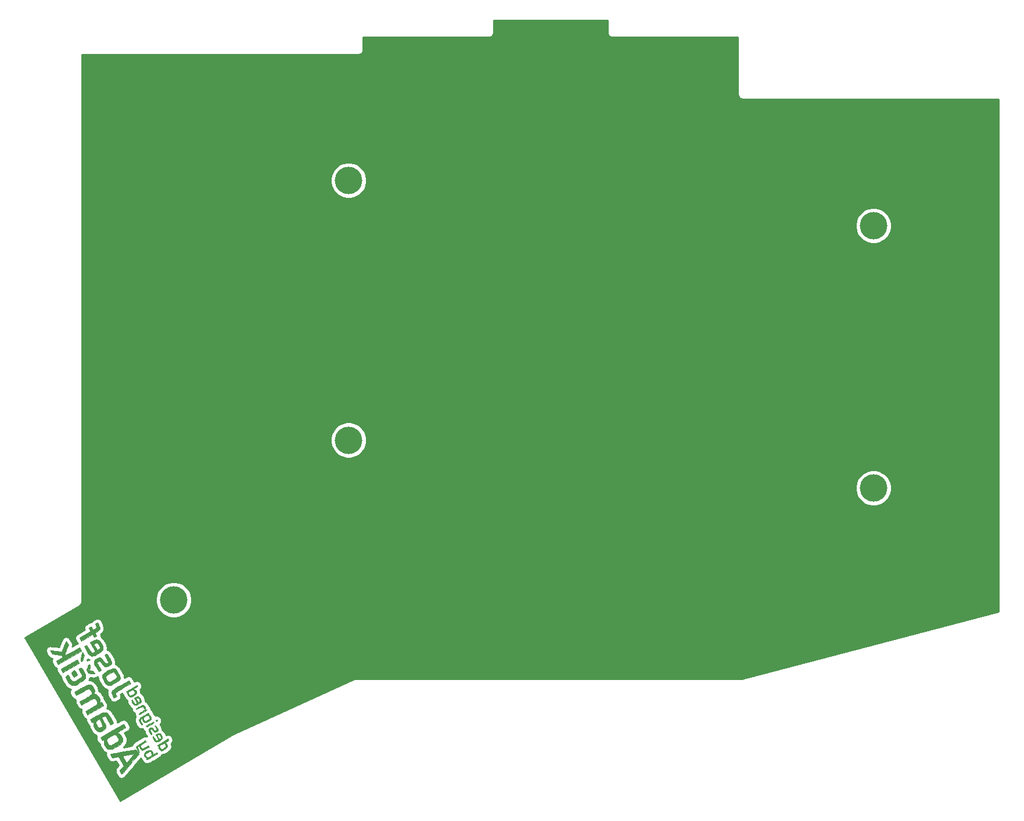
<source format=gbr>
G04 #@! TF.GenerationSoftware,KiCad,Pcbnew,5.1.5-52549c5~86~ubuntu19.10.1*
G04 #@! TF.CreationDate,2020-05-05T19:49:36+02:00*
G04 #@! TF.ProjectId,bottom_plate,626f7474-6f6d-45f7-906c-6174652e6b69,rev?*
G04 #@! TF.SameCoordinates,Original*
G04 #@! TF.FileFunction,Copper,L2,Bot*
G04 #@! TF.FilePolarity,Positive*
%FSLAX46Y46*%
G04 Gerber Fmt 4.6, Leading zero omitted, Abs format (unit mm)*
G04 Created by KiCad (PCBNEW 5.1.5-52549c5~86~ubuntu19.10.1) date 2020-05-05 19:49:36*
%MOMM*%
%LPD*%
G04 APERTURE LIST*
%ADD10C,0.010000*%
%ADD11C,4.000000*%
%ADD12C,0.254000*%
G04 APERTURE END LIST*
D10*
G36*
X54925213Y-149532476D02*
G01*
X53235111Y-150520966D01*
X53489111Y-150960907D01*
X53635386Y-150891797D01*
X53781662Y-150822687D01*
X53735998Y-151035764D01*
X53724595Y-151275411D01*
X53781606Y-151533732D01*
X53900047Y-151790893D01*
X54072929Y-152027054D01*
X54092673Y-152048466D01*
X54266144Y-152186388D01*
X54465952Y-152255402D01*
X54698451Y-152255727D01*
X54969993Y-152187583D01*
X55212276Y-152087379D01*
X55607707Y-151882116D01*
X55933830Y-151671608D01*
X56100233Y-151531841D01*
X55835231Y-151072844D01*
X54722681Y-151715175D01*
X54568946Y-151661340D01*
X54489547Y-151628635D01*
X54428885Y-151584231D01*
X54371180Y-151509916D01*
X54300653Y-151387477D01*
X54251979Y-151295508D01*
X54171432Y-151135945D01*
X54127008Y-151026098D01*
X54112671Y-150942259D01*
X54122384Y-150860722D01*
X54131720Y-150823180D01*
X54150628Y-150758799D01*
X54175806Y-150707112D01*
X54219491Y-150658086D01*
X54293922Y-150601685D01*
X54411338Y-150527871D01*
X54583977Y-150426609D01*
X54690130Y-150365263D01*
X55205568Y-150067675D01*
X55381671Y-150125640D01*
X55474249Y-150160875D01*
X55543132Y-150206306D01*
X55606885Y-150280754D01*
X55684075Y-150403038D01*
X55725593Y-150474276D01*
X55811175Y-150628904D01*
X55858094Y-150736774D01*
X55873900Y-150822075D01*
X55866139Y-150908995D01*
X55864322Y-150918896D01*
X55835231Y-151072844D01*
X56100233Y-151531841D01*
X56186981Y-151458979D01*
X56363495Y-151247353D01*
X56459708Y-151039854D01*
X56464718Y-151019680D01*
X56470070Y-150828940D01*
X56415092Y-150615370D01*
X56311932Y-150397305D01*
X56172736Y-150193082D01*
X56009652Y-150021036D01*
X55834827Y-149899503D01*
X55689961Y-149850200D01*
X55652741Y-149841897D01*
X55639652Y-149827608D01*
X55658796Y-149801403D01*
X55718277Y-149757352D01*
X55826194Y-149689524D01*
X55990652Y-149591991D01*
X56219751Y-149458823D01*
X56243466Y-149445089D01*
X56912072Y-149057983D01*
X56615316Y-148543986D01*
X54925213Y-149532476D01*
G37*
X54925213Y-149532476D02*
X53235111Y-150520966D01*
X53489111Y-150960907D01*
X53635386Y-150891797D01*
X53781662Y-150822687D01*
X53735998Y-151035764D01*
X53724595Y-151275411D01*
X53781606Y-151533732D01*
X53900047Y-151790893D01*
X54072929Y-152027054D01*
X54092673Y-152048466D01*
X54266144Y-152186388D01*
X54465952Y-152255402D01*
X54698451Y-152255727D01*
X54969993Y-152187583D01*
X55212276Y-152087379D01*
X55607707Y-151882116D01*
X55933830Y-151671608D01*
X56100233Y-151531841D01*
X55835231Y-151072844D01*
X54722681Y-151715175D01*
X54568946Y-151661340D01*
X54489547Y-151628635D01*
X54428885Y-151584231D01*
X54371180Y-151509916D01*
X54300653Y-151387477D01*
X54251979Y-151295508D01*
X54171432Y-151135945D01*
X54127008Y-151026098D01*
X54112671Y-150942259D01*
X54122384Y-150860722D01*
X54131720Y-150823180D01*
X54150628Y-150758799D01*
X54175806Y-150707112D01*
X54219491Y-150658086D01*
X54293922Y-150601685D01*
X54411338Y-150527871D01*
X54583977Y-150426609D01*
X54690130Y-150365263D01*
X55205568Y-150067675D01*
X55381671Y-150125640D01*
X55474249Y-150160875D01*
X55543132Y-150206306D01*
X55606885Y-150280754D01*
X55684075Y-150403038D01*
X55725593Y-150474276D01*
X55811175Y-150628904D01*
X55858094Y-150736774D01*
X55873900Y-150822075D01*
X55866139Y-150908995D01*
X55864322Y-150918896D01*
X55835231Y-151072844D01*
X56100233Y-151531841D01*
X56186981Y-151458979D01*
X56363495Y-151247353D01*
X56459708Y-151039854D01*
X56464718Y-151019680D01*
X56470070Y-150828940D01*
X56415092Y-150615370D01*
X56311932Y-150397305D01*
X56172736Y-150193082D01*
X56009652Y-150021036D01*
X55834827Y-149899503D01*
X55689961Y-149850200D01*
X55652741Y-149841897D01*
X55639652Y-149827608D01*
X55658796Y-149801403D01*
X55718277Y-149757352D01*
X55826194Y-149689524D01*
X55990652Y-149591991D01*
X56219751Y-149458823D01*
X56243466Y-149445089D01*
X56912072Y-149057983D01*
X56615316Y-148543986D01*
X54925213Y-149532476D01*
G36*
X54597012Y-147471947D02*
G01*
X54477498Y-147284075D01*
X54372669Y-147130496D01*
X54292661Y-147028205D01*
X54269747Y-147005344D01*
X54096784Y-146904766D01*
X53889025Y-146852603D01*
X53683260Y-146856179D01*
X53611507Y-146874260D01*
X53531052Y-146910051D01*
X53390122Y-146981773D01*
X53201335Y-147082628D01*
X52977309Y-147205814D01*
X52730660Y-147344531D01*
X52594771Y-147422200D01*
X51732277Y-147917982D01*
X51986277Y-148357923D01*
X52289183Y-148231923D01*
X52242333Y-148381178D01*
X52214630Y-148529221D01*
X52213330Y-148677355D01*
X52213502Y-148678798D01*
X52249234Y-148817684D01*
X52320327Y-148996075D01*
X52412498Y-149184892D01*
X52511467Y-149355056D01*
X52602952Y-149477484D01*
X52608678Y-149483487D01*
X52794121Y-149625821D01*
X52997173Y-149688345D01*
X53221649Y-149671264D01*
X53471365Y-149574787D01*
X53545275Y-149534185D01*
X53576718Y-149512303D01*
X53303663Y-149039359D01*
X53170263Y-149104485D01*
X53062999Y-149120838D01*
X52968076Y-149081530D01*
X52871698Y-148979675D01*
X52760071Y-148808387D01*
X52726683Y-148751344D01*
X52640327Y-148597183D01*
X52591523Y-148490809D01*
X52573290Y-148408007D01*
X52578644Y-148324558D01*
X52588547Y-148272309D01*
X52622448Y-148158151D01*
X52681454Y-148071931D01*
X52787911Y-147983800D01*
X52823134Y-147958957D01*
X53020983Y-147821753D01*
X53281229Y-148272512D01*
X53405377Y-148493200D01*
X53484619Y-148656131D01*
X53519356Y-148775067D01*
X53509991Y-148863774D01*
X53456926Y-148936016D01*
X53360566Y-149005556D01*
X53303663Y-149039359D01*
X53576718Y-149512303D01*
X53783084Y-149368683D01*
X53937973Y-149195973D01*
X54011542Y-149013859D01*
X54016203Y-148886172D01*
X54000735Y-148799717D01*
X53966546Y-148699505D01*
X53906965Y-148571197D01*
X53815321Y-148400458D01*
X53684943Y-148172946D01*
X53682049Y-148167983D01*
X53365169Y-147624696D01*
X53588445Y-147516458D01*
X53710941Y-147459698D01*
X53808084Y-147428622D01*
X53890090Y-147430504D01*
X53967172Y-147472617D01*
X54049546Y-147562233D01*
X54147425Y-147706627D01*
X54271024Y-147913070D01*
X54359184Y-148065251D01*
X54707629Y-148668776D01*
X54899393Y-148558033D01*
X55010879Y-148489325D01*
X55062873Y-148437621D01*
X55070987Y-148380846D01*
X55060129Y-148330777D01*
X55019219Y-148226404D01*
X54942317Y-148071338D01*
X54839558Y-147882575D01*
X54721078Y-147677112D01*
X54597012Y-147471947D01*
G37*
X54597012Y-147471947D02*
X54477498Y-147284075D01*
X54372669Y-147130496D01*
X54292661Y-147028205D01*
X54269747Y-147005344D01*
X54096784Y-146904766D01*
X53889025Y-146852603D01*
X53683260Y-146856179D01*
X53611507Y-146874260D01*
X53531052Y-146910051D01*
X53390122Y-146981773D01*
X53201335Y-147082628D01*
X52977309Y-147205814D01*
X52730660Y-147344531D01*
X52594771Y-147422200D01*
X51732277Y-147917982D01*
X51986277Y-148357923D01*
X52289183Y-148231923D01*
X52242333Y-148381178D01*
X52214630Y-148529221D01*
X52213330Y-148677355D01*
X52213502Y-148678798D01*
X52249234Y-148817684D01*
X52320327Y-148996075D01*
X52412498Y-149184892D01*
X52511467Y-149355056D01*
X52602952Y-149477484D01*
X52608678Y-149483487D01*
X52794121Y-149625821D01*
X52997173Y-149688345D01*
X53221649Y-149671264D01*
X53471365Y-149574787D01*
X53545275Y-149534185D01*
X53576718Y-149512303D01*
X53303663Y-149039359D01*
X53170263Y-149104485D01*
X53062999Y-149120838D01*
X52968076Y-149081530D01*
X52871698Y-148979675D01*
X52760071Y-148808387D01*
X52726683Y-148751344D01*
X52640327Y-148597183D01*
X52591523Y-148490809D01*
X52573290Y-148408007D01*
X52578644Y-148324558D01*
X52588547Y-148272309D01*
X52622448Y-148158151D01*
X52681454Y-148071931D01*
X52787911Y-147983800D01*
X52823134Y-147958957D01*
X53020983Y-147821753D01*
X53281229Y-148272512D01*
X53405377Y-148493200D01*
X53484619Y-148656131D01*
X53519356Y-148775067D01*
X53509991Y-148863774D01*
X53456926Y-148936016D01*
X53360566Y-149005556D01*
X53303663Y-149039359D01*
X53576718Y-149512303D01*
X53783084Y-149368683D01*
X53937973Y-149195973D01*
X54011542Y-149013859D01*
X54016203Y-148886172D01*
X54000735Y-148799717D01*
X53966546Y-148699505D01*
X53906965Y-148571197D01*
X53815321Y-148400458D01*
X53684943Y-148172946D01*
X53682049Y-148167983D01*
X53365169Y-147624696D01*
X53588445Y-147516458D01*
X53710941Y-147459698D01*
X53808084Y-147428622D01*
X53890090Y-147430504D01*
X53967172Y-147472617D01*
X54049546Y-147562233D01*
X54147425Y-147706627D01*
X54271024Y-147913070D01*
X54359184Y-148065251D01*
X54707629Y-148668776D01*
X54899393Y-148558033D01*
X55010879Y-148489325D01*
X55062873Y-148437621D01*
X55070987Y-148380846D01*
X55060129Y-148330777D01*
X55019219Y-148226404D01*
X54942317Y-148071338D01*
X54839558Y-147882575D01*
X54721078Y-147677112D01*
X54597012Y-147471947D01*
G36*
X50720766Y-140729689D02*
G01*
X50598400Y-140547333D01*
X50508534Y-140427913D01*
X50437507Y-140363392D01*
X50371655Y-140345733D01*
X50297316Y-140366898D01*
X50200828Y-140418848D01*
X50196574Y-140421303D01*
X50007441Y-140530499D01*
X50250622Y-140920272D01*
X50367086Y-141112756D01*
X50442192Y-141253492D01*
X50483876Y-141359573D01*
X50500074Y-141448088D01*
X50500704Y-141458791D01*
X50498253Y-141565353D01*
X50472954Y-141654886D01*
X50414405Y-141738355D01*
X50312206Y-141826727D01*
X50155959Y-141930968D01*
X49935261Y-142062044D01*
X49920502Y-142070564D01*
X49651930Y-142217901D01*
X49438486Y-142311347D01*
X49267475Y-142347683D01*
X49126200Y-142323693D01*
X49001966Y-142236163D01*
X48882077Y-142081878D01*
X48753835Y-141857619D01*
X48704975Y-141762688D01*
X48516884Y-141391073D01*
X48322626Y-141503227D01*
X48197294Y-141585945D01*
X48142581Y-141651173D01*
X48139014Y-141682533D01*
X48168341Y-141769359D01*
X48231719Y-141907580D01*
X48318097Y-142076940D01*
X48416421Y-142257180D01*
X48515641Y-142428046D01*
X48604704Y-142569277D01*
X48672559Y-142660617D01*
X48672722Y-142660797D01*
X48878751Y-142838776D01*
X49102073Y-142933899D01*
X49322998Y-142948268D01*
X49410668Y-142936881D01*
X49496575Y-142915276D01*
X49595269Y-142876900D01*
X49721302Y-142815196D01*
X49889225Y-142723609D01*
X50113590Y-142595585D01*
X50141127Y-142579697D01*
X50381355Y-142439112D01*
X50559852Y-142329353D01*
X50689579Y-142241380D01*
X50783500Y-142166153D01*
X50854577Y-142094631D01*
X50880065Y-142064353D01*
X51003330Y-141863736D01*
X51057306Y-141648277D01*
X51041212Y-141411425D01*
X50954266Y-141146634D01*
X50795685Y-140847352D01*
X50720766Y-140729689D01*
G37*
X50720766Y-140729689D02*
X50598400Y-140547333D01*
X50508534Y-140427913D01*
X50437507Y-140363392D01*
X50371655Y-140345733D01*
X50297316Y-140366898D01*
X50200828Y-140418848D01*
X50196574Y-140421303D01*
X50007441Y-140530499D01*
X50250622Y-140920272D01*
X50367086Y-141112756D01*
X50442192Y-141253492D01*
X50483876Y-141359573D01*
X50500074Y-141448088D01*
X50500704Y-141458791D01*
X50498253Y-141565353D01*
X50472954Y-141654886D01*
X50414405Y-141738355D01*
X50312206Y-141826727D01*
X50155959Y-141930968D01*
X49935261Y-142062044D01*
X49920502Y-142070564D01*
X49651930Y-142217901D01*
X49438486Y-142311347D01*
X49267475Y-142347683D01*
X49126200Y-142323693D01*
X49001966Y-142236163D01*
X48882077Y-142081878D01*
X48753835Y-141857619D01*
X48704975Y-141762688D01*
X48516884Y-141391073D01*
X48322626Y-141503227D01*
X48197294Y-141585945D01*
X48142581Y-141651173D01*
X48139014Y-141682533D01*
X48168341Y-141769359D01*
X48231719Y-141907580D01*
X48318097Y-142076940D01*
X48416421Y-142257180D01*
X48515641Y-142428046D01*
X48604704Y-142569277D01*
X48672559Y-142660617D01*
X48672722Y-142660797D01*
X48878751Y-142838776D01*
X49102073Y-142933899D01*
X49322998Y-142948268D01*
X49410668Y-142936881D01*
X49496575Y-142915276D01*
X49595269Y-142876900D01*
X49721302Y-142815196D01*
X49889225Y-142723609D01*
X50113590Y-142595585D01*
X50141127Y-142579697D01*
X50381355Y-142439112D01*
X50559852Y-142329353D01*
X50689579Y-142241380D01*
X50783500Y-142166153D01*
X50854577Y-142094631D01*
X50880065Y-142064353D01*
X51003330Y-141863736D01*
X51057306Y-141648277D01*
X51041212Y-141411425D01*
X50954266Y-141146634D01*
X50795685Y-140847352D01*
X50720766Y-140729689D01*
G36*
X56577193Y-152603577D02*
G01*
X56191423Y-152673985D01*
X55830416Y-152739891D01*
X55502895Y-152799701D01*
X55217579Y-152851824D01*
X54983187Y-152894664D01*
X54808442Y-152926628D01*
X54702061Y-152946124D01*
X54672794Y-152951528D01*
X54652598Y-152973735D01*
X54670699Y-153034026D01*
X54731864Y-153144399D01*
X54780658Y-153223022D01*
X54945632Y-153483675D01*
X55391423Y-153409142D01*
X55837214Y-153334610D01*
X56613310Y-154678848D01*
X56031890Y-155365130D01*
X56314289Y-155903995D01*
X56599558Y-155568893D01*
X56696192Y-155455169D01*
X56838609Y-155287278D01*
X57017926Y-155075708D01*
X57225259Y-154830944D01*
X57305987Y-154735599D01*
X57012491Y-154227249D01*
X56423073Y-153206347D01*
X56589269Y-153176707D01*
X56694281Y-153157905D01*
X56860547Y-153128053D01*
X57065996Y-153091116D01*
X57288561Y-153051060D01*
X57308946Y-153047389D01*
X57528230Y-153008303D01*
X57728821Y-152973287D01*
X57890006Y-152945907D01*
X57991071Y-152929729D01*
X57998108Y-152928719D01*
X58133789Y-152909726D01*
X57988284Y-153081038D01*
X57907901Y-153175589D01*
X57787028Y-153317654D01*
X57640081Y-153490298D01*
X57481472Y-153676583D01*
X57427636Y-153739800D01*
X57012491Y-154227249D01*
X57305987Y-154735599D01*
X57451725Y-154563474D01*
X57688440Y-154283784D01*
X57843584Y-154100409D01*
X58802341Y-152967026D01*
X58613414Y-152616746D01*
X58424484Y-152266465D01*
X56577193Y-152603577D01*
G37*
X56577193Y-152603577D02*
X56191423Y-152673985D01*
X55830416Y-152739891D01*
X55502895Y-152799701D01*
X55217579Y-152851824D01*
X54983187Y-152894664D01*
X54808442Y-152926628D01*
X54702061Y-152946124D01*
X54672794Y-152951528D01*
X54652598Y-152973735D01*
X54670699Y-153034026D01*
X54731864Y-153144399D01*
X54780658Y-153223022D01*
X54945632Y-153483675D01*
X55391423Y-153409142D01*
X55837214Y-153334610D01*
X56613310Y-154678848D01*
X56031890Y-155365130D01*
X56314289Y-155903995D01*
X56599558Y-155568893D01*
X56696192Y-155455169D01*
X56838609Y-155287278D01*
X57017926Y-155075708D01*
X57225259Y-154830944D01*
X57305987Y-154735599D01*
X57012491Y-154227249D01*
X56423073Y-153206347D01*
X56589269Y-153176707D01*
X56694281Y-153157905D01*
X56860547Y-153128053D01*
X57065996Y-153091116D01*
X57288561Y-153051060D01*
X57308946Y-153047389D01*
X57528230Y-153008303D01*
X57728821Y-152973287D01*
X57890006Y-152945907D01*
X57991071Y-152929729D01*
X57998108Y-152928719D01*
X58133789Y-152909726D01*
X57988284Y-153081038D01*
X57907901Y-153175589D01*
X57787028Y-153317654D01*
X57640081Y-153490298D01*
X57481472Y-153676583D01*
X57427636Y-153739800D01*
X57012491Y-154227249D01*
X57305987Y-154735599D01*
X57451725Y-154563474D01*
X57688440Y-154283784D01*
X57843584Y-154100409D01*
X58802341Y-152967026D01*
X58613414Y-152616746D01*
X58424484Y-152266465D01*
X56577193Y-152603577D01*
G36*
X52899482Y-144491379D02*
G01*
X52740890Y-144327622D01*
X52561228Y-144216377D01*
X52370485Y-144173102D01*
X52355052Y-144173039D01*
X52312679Y-144161177D01*
X52301760Y-144111332D01*
X52319811Y-144004489D01*
X52328247Y-143967962D01*
X52344150Y-143721187D01*
X52282226Y-143457318D01*
X52145026Y-143185876D01*
X52101464Y-143121062D01*
X51953295Y-142947824D01*
X51794914Y-142846302D01*
X51604728Y-142804314D01*
X51535000Y-142801472D01*
X51479739Y-142803798D01*
X51420329Y-142814852D01*
X51347085Y-142839273D01*
X51250320Y-142881701D01*
X51120349Y-142946776D01*
X50947486Y-143039136D01*
X50722045Y-143163422D01*
X50434340Y-143324273D01*
X50380654Y-143354402D01*
X49393124Y-143908784D01*
X49668005Y-144384892D01*
X50558144Y-143887067D01*
X50837061Y-143731296D01*
X51051980Y-143612487D01*
X51212774Y-143526224D01*
X51329315Y-143468097D01*
X51411473Y-143433686D01*
X51469119Y-143418583D01*
X51512127Y-143418370D01*
X51550364Y-143428634D01*
X51568290Y-143435358D01*
X51665614Y-143505348D01*
X51769550Y-143629567D01*
X51862646Y-143781072D01*
X51927452Y-143932916D01*
X51946106Y-144018703D01*
X51949400Y-144094435D01*
X51937988Y-144161331D01*
X51903787Y-144226455D01*
X51838712Y-144296879D01*
X51734680Y-144379667D01*
X51583605Y-144481892D01*
X51377404Y-144610619D01*
X51107992Y-144772916D01*
X51030723Y-144819022D01*
X50203391Y-145312207D01*
X50475696Y-145783854D01*
X51182980Y-145379072D01*
X51511482Y-145193534D01*
X51776283Y-145050068D01*
X51985105Y-144945282D01*
X52145671Y-144875783D01*
X52265705Y-144838178D01*
X52352927Y-144829075D01*
X52407199Y-144841284D01*
X52483149Y-144904837D01*
X52577807Y-145029298D01*
X52638972Y-145128091D01*
X52717654Y-145274371D01*
X52755655Y-145379819D01*
X52761035Y-145472830D01*
X52752894Y-145529578D01*
X52723874Y-145683484D01*
X51878826Y-146195815D01*
X51033777Y-146708144D01*
X51165811Y-146961870D01*
X51297846Y-147215595D01*
X53647547Y-145858995D01*
X53372381Y-145382393D01*
X53067839Y-145558220D01*
X53123410Y-145362328D01*
X53148970Y-145143120D01*
X53113511Y-144914586D01*
X53027018Y-144692186D01*
X52899482Y-144491379D01*
G37*
X52899482Y-144491379D02*
X52740890Y-144327622D01*
X52561228Y-144216377D01*
X52370485Y-144173102D01*
X52355052Y-144173039D01*
X52312679Y-144161177D01*
X52301760Y-144111332D01*
X52319811Y-144004489D01*
X52328247Y-143967962D01*
X52344150Y-143721187D01*
X52282226Y-143457318D01*
X52145026Y-143185876D01*
X52101464Y-143121062D01*
X51953295Y-142947824D01*
X51794914Y-142846302D01*
X51604728Y-142804314D01*
X51535000Y-142801472D01*
X51479739Y-142803798D01*
X51420329Y-142814852D01*
X51347085Y-142839273D01*
X51250320Y-142881701D01*
X51120349Y-142946776D01*
X50947486Y-143039136D01*
X50722045Y-143163422D01*
X50434340Y-143324273D01*
X50380654Y-143354402D01*
X49393124Y-143908784D01*
X49668005Y-144384892D01*
X50558144Y-143887067D01*
X50837061Y-143731296D01*
X51051980Y-143612487D01*
X51212774Y-143526224D01*
X51329315Y-143468097D01*
X51411473Y-143433686D01*
X51469119Y-143418583D01*
X51512127Y-143418370D01*
X51550364Y-143428634D01*
X51568290Y-143435358D01*
X51665614Y-143505348D01*
X51769550Y-143629567D01*
X51862646Y-143781072D01*
X51927452Y-143932916D01*
X51946106Y-144018703D01*
X51949400Y-144094435D01*
X51937988Y-144161331D01*
X51903787Y-144226455D01*
X51838712Y-144296879D01*
X51734680Y-144379667D01*
X51583605Y-144481892D01*
X51377404Y-144610619D01*
X51107992Y-144772916D01*
X51030723Y-144819022D01*
X50203391Y-145312207D01*
X50475696Y-145783854D01*
X51182980Y-145379072D01*
X51511482Y-145193534D01*
X51776283Y-145050068D01*
X51985105Y-144945282D01*
X52145671Y-144875783D01*
X52265705Y-144838178D01*
X52352927Y-144829075D01*
X52407199Y-144841284D01*
X52483149Y-144904837D01*
X52577807Y-145029298D01*
X52638972Y-145128091D01*
X52717654Y-145274371D01*
X52755655Y-145379819D01*
X52761035Y-145472830D01*
X52752894Y-145529578D01*
X52723874Y-145683484D01*
X51878826Y-146195815D01*
X51033777Y-146708144D01*
X51165811Y-146961870D01*
X51297846Y-147215595D01*
X53647547Y-145858995D01*
X53372381Y-145382393D01*
X53067839Y-145558220D01*
X53123410Y-145362328D01*
X53148970Y-145143120D01*
X53113511Y-144914586D01*
X53027018Y-144692186D01*
X52899482Y-144491379D01*
G36*
X47470030Y-140577886D02*
G01*
X47745196Y-141054489D01*
X50091547Y-139699822D01*
X49816381Y-139223220D01*
X47470030Y-140577886D01*
G37*
X47470030Y-140577886D02*
X47745196Y-141054489D01*
X50091547Y-139699822D01*
X49816381Y-139223220D01*
X47470030Y-140577886D01*
G36*
X49177088Y-137967764D02*
G01*
X48172423Y-138534801D01*
X48093115Y-138423711D01*
X48065549Y-138378405D01*
X48052629Y-138328611D01*
X48057461Y-138261248D01*
X48083152Y-138163233D01*
X48132806Y-138021487D01*
X48209531Y-137822926D01*
X48274680Y-137658973D01*
X48535553Y-137005325D01*
X48380395Y-136736301D01*
X48225236Y-136467276D01*
X48089939Y-136804436D01*
X48008110Y-137009172D01*
X47913241Y-137247737D01*
X47823219Y-137475140D01*
X47805920Y-137518999D01*
X47738770Y-137688936D01*
X47681688Y-137832549D01*
X47642919Y-137929130D01*
X47632567Y-137954282D01*
X47582115Y-137972217D01*
X47452074Y-137974310D01*
X47241436Y-137960505D01*
X46949196Y-137930752D01*
X46764707Y-137908966D01*
X46507329Y-137878117D01*
X46279705Y-137852067D01*
X46094772Y-137832199D01*
X45965470Y-137819890D01*
X45904739Y-137816520D01*
X45902002Y-137817013D01*
X45911972Y-137856082D01*
X45956294Y-137948770D01*
X46025773Y-138076083D01*
X46036069Y-138094007D01*
X46189610Y-138359756D01*
X46877715Y-138451302D01*
X47133166Y-138485929D01*
X47318042Y-138513930D01*
X47445764Y-138539309D01*
X47529753Y-138566069D01*
X47583434Y-138598215D01*
X47620226Y-138639751D01*
X47645279Y-138680281D01*
X47724735Y-138817715D01*
X46771530Y-139368049D01*
X47046696Y-139844651D01*
X50456238Y-137876151D01*
X50181752Y-137400728D01*
X49177088Y-137967764D01*
G37*
X49177088Y-137967764D02*
X48172423Y-138534801D01*
X48093115Y-138423711D01*
X48065549Y-138378405D01*
X48052629Y-138328611D01*
X48057461Y-138261248D01*
X48083152Y-138163233D01*
X48132806Y-138021487D01*
X48209531Y-137822926D01*
X48274680Y-137658973D01*
X48535553Y-137005325D01*
X48380395Y-136736301D01*
X48225236Y-136467276D01*
X48089939Y-136804436D01*
X48008110Y-137009172D01*
X47913241Y-137247737D01*
X47823219Y-137475140D01*
X47805920Y-137518999D01*
X47738770Y-137688936D01*
X47681688Y-137832549D01*
X47642919Y-137929130D01*
X47632567Y-137954282D01*
X47582115Y-137972217D01*
X47452074Y-137974310D01*
X47241436Y-137960505D01*
X46949196Y-137930752D01*
X46764707Y-137908966D01*
X46507329Y-137878117D01*
X46279705Y-137852067D01*
X46094772Y-137832199D01*
X45965470Y-137819890D01*
X45904739Y-137816520D01*
X45902002Y-137817013D01*
X45911972Y-137856082D01*
X45956294Y-137948770D01*
X46025773Y-138076083D01*
X46036069Y-138094007D01*
X46189610Y-138359756D01*
X46877715Y-138451302D01*
X47133166Y-138485929D01*
X47318042Y-138513930D01*
X47445764Y-138539309D01*
X47529753Y-138566069D01*
X47583434Y-138598215D01*
X47620226Y-138639751D01*
X47645279Y-138680281D01*
X47724735Y-138817715D01*
X46771530Y-139368049D01*
X47046696Y-139844651D01*
X50456238Y-137876151D01*
X50181752Y-137400728D01*
X49177088Y-137967764D01*
G36*
X51610990Y-139886412D02*
G01*
X51566506Y-139835051D01*
X51556281Y-139831804D01*
X51530945Y-139873329D01*
X51479728Y-139975531D01*
X51410839Y-140121589D01*
X51354768Y-140244772D01*
X51175044Y-140645160D01*
X51317652Y-140889451D01*
X51460260Y-141133742D01*
X51912418Y-141178783D01*
X52364577Y-141223825D01*
X52279803Y-141051107D01*
X52232015Y-140962082D01*
X52181167Y-140904915D01*
X52104804Y-140865973D01*
X51980469Y-140831623D01*
X51881463Y-140809301D01*
X51567898Y-140740213D01*
X51666542Y-140441763D01*
X51715705Y-140283384D01*
X51735504Y-140176958D01*
X51726239Y-140095142D01*
X51688215Y-140010589D01*
X51671629Y-139981269D01*
X51610990Y-139886412D01*
G37*
X51610990Y-139886412D02*
X51566506Y-139835051D01*
X51556281Y-139831804D01*
X51530945Y-139873329D01*
X51479728Y-139975531D01*
X51410839Y-140121589D01*
X51354768Y-140244772D01*
X51175044Y-140645160D01*
X51317652Y-140889451D01*
X51460260Y-141133742D01*
X51912418Y-141178783D01*
X52364577Y-141223825D01*
X52279803Y-141051107D01*
X52232015Y-140962082D01*
X52181167Y-140904915D01*
X52104804Y-140865973D01*
X51980469Y-140831623D01*
X51881463Y-140809301D01*
X51567898Y-140740213D01*
X51666542Y-140441763D01*
X51715705Y-140283384D01*
X51735504Y-140176958D01*
X51726239Y-140095142D01*
X51688215Y-140010589D01*
X51671629Y-139981269D01*
X51610990Y-139886412D01*
G36*
X50554848Y-138237449D02*
G01*
X50524045Y-138329659D01*
X50478240Y-138477553D01*
X50425354Y-138655306D01*
X50402230Y-138735107D01*
X50351989Y-138915913D01*
X50326022Y-139038589D01*
X50324030Y-139126028D01*
X50345717Y-139201123D01*
X50390784Y-139286768D01*
X50394967Y-139294026D01*
X50462370Y-139398984D01*
X50505559Y-139433874D01*
X50527681Y-139418060D01*
X50557835Y-139357925D01*
X50613504Y-139240869D01*
X50685162Y-139087047D01*
X50725681Y-138999006D01*
X50893325Y-138633208D01*
X50597844Y-138121420D01*
X50554848Y-138237449D01*
G37*
X50554848Y-138237449D02*
X50524045Y-138329659D01*
X50478240Y-138477553D01*
X50425354Y-138655306D01*
X50402230Y-138735107D01*
X50351989Y-138915913D01*
X50326022Y-139038589D01*
X50324030Y-139126028D01*
X50345717Y-139201123D01*
X50390784Y-139286768D01*
X50394967Y-139294026D01*
X50462370Y-139398984D01*
X50505559Y-139433874D01*
X50527681Y-139418060D01*
X50557835Y-139357925D01*
X50613504Y-139240869D01*
X50685162Y-139087047D01*
X50725681Y-138999006D01*
X50893325Y-138633208D01*
X50597844Y-138121420D01*
X50554848Y-138237449D01*
G36*
X59786116Y-151944708D02*
G01*
X59563947Y-152067283D01*
X59406030Y-152141514D01*
X59314142Y-152166591D01*
X59302445Y-152165297D01*
X59228442Y-152111051D01*
X59153378Y-152005481D01*
X59094547Y-151879915D01*
X59069245Y-151765683D01*
X59069993Y-151744256D01*
X59083735Y-151693648D01*
X59121817Y-151642514D01*
X59196927Y-151580076D01*
X59321752Y-151495562D01*
X59480013Y-151396098D01*
X59879149Y-151149111D01*
X59771729Y-150963055D01*
X59149680Y-151346134D01*
X58941948Y-151476033D01*
X58757739Y-151594933D01*
X58610043Y-151694155D01*
X58511852Y-151765020D01*
X58478149Y-151794806D01*
X58434310Y-151915003D01*
X58454092Y-152078429D01*
X58538335Y-152289054D01*
X58611545Y-152424891D01*
X58698122Y-152570991D01*
X58756424Y-152655130D01*
X58798297Y-152689901D01*
X58835584Y-152687900D01*
X58851371Y-152679913D01*
X58881939Y-152651455D01*
X58884732Y-152604510D01*
X58855486Y-152522191D01*
X58789937Y-152387605D01*
X58765669Y-152340515D01*
X58694475Y-152191405D01*
X58645364Y-152065491D01*
X58626958Y-151985569D01*
X58627934Y-151976239D01*
X58670667Y-151910998D01*
X58756239Y-151827054D01*
X58788783Y-151800646D01*
X58932223Y-151690025D01*
X58927950Y-151809700D01*
X58937824Y-151946265D01*
X58958943Y-152045271D01*
X59020634Y-152166778D01*
X59118593Y-152282251D01*
X59228782Y-152368567D01*
X59327167Y-152402601D01*
X59330331Y-152402555D01*
X59401528Y-152380908D01*
X59527241Y-152324217D01*
X59689493Y-152241181D01*
X59863877Y-152144225D01*
X60306228Y-151888834D01*
X60200394Y-151705525D01*
X59786116Y-151944708D01*
G37*
X59786116Y-151944708D02*
X59563947Y-152067283D01*
X59406030Y-152141514D01*
X59314142Y-152166591D01*
X59302445Y-152165297D01*
X59228442Y-152111051D01*
X59153378Y-152005481D01*
X59094547Y-151879915D01*
X59069245Y-151765683D01*
X59069993Y-151744256D01*
X59083735Y-151693648D01*
X59121817Y-151642514D01*
X59196927Y-151580076D01*
X59321752Y-151495562D01*
X59480013Y-151396098D01*
X59879149Y-151149111D01*
X59771729Y-150963055D01*
X59149680Y-151346134D01*
X58941948Y-151476033D01*
X58757739Y-151594933D01*
X58610043Y-151694155D01*
X58511852Y-151765020D01*
X58478149Y-151794806D01*
X58434310Y-151915003D01*
X58454092Y-152078429D01*
X58538335Y-152289054D01*
X58611545Y-152424891D01*
X58698122Y-152570991D01*
X58756424Y-152655130D01*
X58798297Y-152689901D01*
X58835584Y-152687900D01*
X58851371Y-152679913D01*
X58881939Y-152651455D01*
X58884732Y-152604510D01*
X58855486Y-152522191D01*
X58789937Y-152387605D01*
X58765669Y-152340515D01*
X58694475Y-152191405D01*
X58645364Y-152065491D01*
X58626958Y-151985569D01*
X58627934Y-151976239D01*
X58670667Y-151910998D01*
X58756239Y-151827054D01*
X58788783Y-151800646D01*
X58932223Y-151690025D01*
X58927950Y-151809700D01*
X58937824Y-151946265D01*
X58958943Y-152045271D01*
X59020634Y-152166778D01*
X59118593Y-152282251D01*
X59228782Y-152368567D01*
X59327167Y-152402601D01*
X59330331Y-152402555D01*
X59401528Y-152380908D01*
X59527241Y-152324217D01*
X59689493Y-152241181D01*
X59863877Y-152144225D01*
X60306228Y-151888834D01*
X60200394Y-151705525D01*
X59786116Y-151944708D01*
G36*
X61479045Y-152741404D02*
G01*
X61445304Y-152724796D01*
X61389297Y-152738311D01*
X61294135Y-152786081D01*
X61142926Y-152872236D01*
X60825921Y-153055259D01*
X60846134Y-152914790D01*
X60832281Y-152758861D01*
X60761309Y-152594240D01*
X60649784Y-152453934D01*
X60591899Y-152408253D01*
X60455122Y-152367899D01*
X60273548Y-152392157D01*
X60055319Y-152479564D01*
X59984776Y-152517396D01*
X59772204Y-152654266D01*
X59636559Y-152783943D01*
X59571436Y-152914219D01*
X59566138Y-153026724D01*
X59619619Y-153221691D01*
X59735728Y-153390141D01*
X59751327Y-153406822D01*
X59843016Y-153473732D01*
X59898740Y-153498983D01*
X59960605Y-153528499D01*
X59953465Y-153567417D01*
X59941916Y-153582506D01*
X59924333Y-153659680D01*
X59940872Y-153711354D01*
X59957543Y-153734408D01*
X59981830Y-153744976D01*
X60023350Y-153738655D01*
X60091723Y-153711041D01*
X60196564Y-153657730D01*
X60347490Y-153574319D01*
X60515270Y-153478572D01*
X60409633Y-153295603D01*
X60227804Y-153386380D01*
X60090920Y-153415653D01*
X59983757Y-153381484D01*
X59891088Y-153281935D01*
X59855663Y-153225099D01*
X59787126Y-153073560D01*
X59775630Y-152960860D01*
X59776891Y-152955614D01*
X59817865Y-152886943D01*
X59913255Y-152807333D01*
X60070966Y-152709014D01*
X60248095Y-152615931D01*
X60376438Y-152577668D01*
X60473597Y-152596495D01*
X60557174Y-152674685D01*
X60625560Y-152780599D01*
X60688689Y-152922289D01*
X60690262Y-153038335D01*
X60624342Y-153142890D01*
X60484995Y-153250106D01*
X60409633Y-153295603D01*
X60515270Y-153478572D01*
X60554121Y-153456403D01*
X60772098Y-153330744D01*
X61560325Y-152875661D01*
X61507409Y-152784007D01*
X61479045Y-152741404D01*
G37*
X61479045Y-152741404D02*
X61445304Y-152724796D01*
X61389297Y-152738311D01*
X61294135Y-152786081D01*
X61142926Y-152872236D01*
X60825921Y-153055259D01*
X60846134Y-152914790D01*
X60832281Y-152758861D01*
X60761309Y-152594240D01*
X60649784Y-152453934D01*
X60591899Y-152408253D01*
X60455122Y-152367899D01*
X60273548Y-152392157D01*
X60055319Y-152479564D01*
X59984776Y-152517396D01*
X59772204Y-152654266D01*
X59636559Y-152783943D01*
X59571436Y-152914219D01*
X59566138Y-153026724D01*
X59619619Y-153221691D01*
X59735728Y-153390141D01*
X59751327Y-153406822D01*
X59843016Y-153473732D01*
X59898740Y-153498983D01*
X59960605Y-153528499D01*
X59953465Y-153567417D01*
X59941916Y-153582506D01*
X59924333Y-153659680D01*
X59940872Y-153711354D01*
X59957543Y-153734408D01*
X59981830Y-153744976D01*
X60023350Y-153738655D01*
X60091723Y-153711041D01*
X60196564Y-153657730D01*
X60347490Y-153574319D01*
X60515270Y-153478572D01*
X60409633Y-153295603D01*
X60227804Y-153386380D01*
X60090920Y-153415653D01*
X59983757Y-153381484D01*
X59891088Y-153281935D01*
X59855663Y-153225099D01*
X59787126Y-153073560D01*
X59775630Y-152960860D01*
X59776891Y-152955614D01*
X59817865Y-152886943D01*
X59913255Y-152807333D01*
X60070966Y-152709014D01*
X60248095Y-152615931D01*
X60376438Y-152577668D01*
X60473597Y-152596495D01*
X60557174Y-152674685D01*
X60625560Y-152780599D01*
X60688689Y-152922289D01*
X60690262Y-153038335D01*
X60624342Y-153142890D01*
X60484995Y-153250106D01*
X60409633Y-153295603D01*
X60515270Y-153478572D01*
X60554121Y-153456403D01*
X60772098Y-153330744D01*
X61560325Y-152875661D01*
X61507409Y-152784007D01*
X61479045Y-152741404D01*
G36*
X55654705Y-140842684D02*
G01*
X55523671Y-140661787D01*
X55404239Y-140540224D01*
X55286466Y-140468364D01*
X55160411Y-140436577D01*
X55127229Y-140433808D01*
X54987647Y-140452616D01*
X54800504Y-140515257D01*
X54581833Y-140612335D01*
X54347668Y-140734452D01*
X54114043Y-140872209D01*
X53896991Y-141016212D01*
X53712548Y-141157061D01*
X53576747Y-141285360D01*
X53509550Y-141381909D01*
X53477597Y-141557116D01*
X53513077Y-141779482D01*
X53615220Y-142046005D01*
X53742021Y-142284923D01*
X53842660Y-142450195D01*
X53939547Y-142598041D01*
X54017276Y-142705369D01*
X54041605Y-142733984D01*
X54229047Y-142878959D01*
X54440403Y-142943255D01*
X54520571Y-142946484D01*
X54589860Y-142939188D01*
X54669811Y-142916526D01*
X54773224Y-142872529D01*
X54912903Y-142801227D01*
X55101648Y-142696650D01*
X55300107Y-142582979D01*
X55304196Y-142580601D01*
X55060787Y-142159004D01*
X54819602Y-142294995D01*
X54636478Y-142384107D01*
X54497530Y-142424095D01*
X54388873Y-142412715D01*
X54296621Y-142347722D01*
X54206889Y-142226868D01*
X54105793Y-142047912D01*
X54080650Y-142000525D01*
X53996646Y-141825228D01*
X53959683Y-141702729D01*
X53961905Y-141629141D01*
X53988653Y-141575968D01*
X54048814Y-141514600D01*
X54154235Y-141435573D01*
X54316764Y-141329430D01*
X54410108Y-141271275D01*
X54648770Y-141127943D01*
X54830957Y-141030427D01*
X54969147Y-140975401D01*
X55075815Y-140959544D01*
X55163435Y-140979533D01*
X55244482Y-141032044D01*
X55259658Y-141044975D01*
X55379459Y-141183109D01*
X55495174Y-141376450D01*
X55510939Y-141408392D01*
X55574033Y-141549625D01*
X55604474Y-141660766D01*
X55595058Y-141753831D01*
X55538582Y-141840829D01*
X55427840Y-141933772D01*
X55255631Y-142044673D01*
X55060787Y-142159004D01*
X55304196Y-142580601D01*
X55532175Y-142447948D01*
X55702133Y-142345573D01*
X55821855Y-142267341D01*
X55903213Y-142204734D01*
X55958078Y-142149239D01*
X55998325Y-142092339D01*
X56008750Y-142074719D01*
X56069573Y-141938967D01*
X56090249Y-141800228D01*
X56067899Y-141644464D01*
X55999643Y-141457629D01*
X55882600Y-141225684D01*
X55807282Y-141092544D01*
X55654705Y-140842684D01*
G37*
X55654705Y-140842684D02*
X55523671Y-140661787D01*
X55404239Y-140540224D01*
X55286466Y-140468364D01*
X55160411Y-140436577D01*
X55127229Y-140433808D01*
X54987647Y-140452616D01*
X54800504Y-140515257D01*
X54581833Y-140612335D01*
X54347668Y-140734452D01*
X54114043Y-140872209D01*
X53896991Y-141016212D01*
X53712548Y-141157061D01*
X53576747Y-141285360D01*
X53509550Y-141381909D01*
X53477597Y-141557116D01*
X53513077Y-141779482D01*
X53615220Y-142046005D01*
X53742021Y-142284923D01*
X53842660Y-142450195D01*
X53939547Y-142598041D01*
X54017276Y-142705369D01*
X54041605Y-142733984D01*
X54229047Y-142878959D01*
X54440403Y-142943255D01*
X54520571Y-142946484D01*
X54589860Y-142939188D01*
X54669811Y-142916526D01*
X54773224Y-142872529D01*
X54912903Y-142801227D01*
X55101648Y-142696650D01*
X55300107Y-142582979D01*
X55304196Y-142580601D01*
X55060787Y-142159004D01*
X54819602Y-142294995D01*
X54636478Y-142384107D01*
X54497530Y-142424095D01*
X54388873Y-142412715D01*
X54296621Y-142347722D01*
X54206889Y-142226868D01*
X54105793Y-142047912D01*
X54080650Y-142000525D01*
X53996646Y-141825228D01*
X53959683Y-141702729D01*
X53961905Y-141629141D01*
X53988653Y-141575968D01*
X54048814Y-141514600D01*
X54154235Y-141435573D01*
X54316764Y-141329430D01*
X54410108Y-141271275D01*
X54648770Y-141127943D01*
X54830957Y-141030427D01*
X54969147Y-140975401D01*
X55075815Y-140959544D01*
X55163435Y-140979533D01*
X55244482Y-141032044D01*
X55259658Y-141044975D01*
X55379459Y-141183109D01*
X55495174Y-141376450D01*
X55510939Y-141408392D01*
X55574033Y-141549625D01*
X55604474Y-141660766D01*
X55595058Y-141753831D01*
X55538582Y-141840829D01*
X55427840Y-141933772D01*
X55255631Y-142044673D01*
X55060787Y-142159004D01*
X55304196Y-142580601D01*
X55532175Y-142447948D01*
X55702133Y-142345573D01*
X55821855Y-142267341D01*
X55903213Y-142204734D01*
X55958078Y-142149239D01*
X55998325Y-142092339D01*
X56008750Y-142074719D01*
X56069573Y-141938967D01*
X56090249Y-141800228D01*
X56067899Y-141644464D01*
X55999643Y-141457629D01*
X55882600Y-141225684D01*
X55807282Y-141092544D01*
X55654705Y-140842684D01*
G36*
X54439848Y-138730535D02*
G01*
X54338814Y-138570265D01*
X54256439Y-138448732D01*
X54207278Y-138386795D01*
X54145566Y-138338080D01*
X54082896Y-138335135D01*
X53988325Y-138379003D01*
X53960034Y-138395115D01*
X53798237Y-138488529D01*
X54076623Y-138955275D01*
X54205296Y-139176149D01*
X54289402Y-139338936D01*
X54330829Y-139456333D01*
X54331464Y-139541038D01*
X54293196Y-139605746D01*
X54217913Y-139663156D01*
X54184808Y-139682928D01*
X54086498Y-139730843D01*
X54019357Y-139747699D01*
X54011470Y-139745814D01*
X53973802Y-139707097D01*
X53896025Y-139615039D01*
X53789548Y-139483479D01*
X53667804Y-139328866D01*
X53512401Y-139133375D01*
X53393417Y-138997621D01*
X53298506Y-138912131D01*
X53215322Y-138867428D01*
X53131518Y-138854041D01*
X53056159Y-138859451D01*
X52906446Y-138902916D01*
X52731573Y-138987962D01*
X52560314Y-139096942D01*
X52421441Y-139212206D01*
X52358949Y-139287112D01*
X52297414Y-139402166D01*
X52270336Y-139511736D01*
X52280527Y-139632319D01*
X52330801Y-139780412D01*
X52423973Y-139972514D01*
X52499691Y-140112249D01*
X52607477Y-140301220D01*
X52713929Y-140478148D01*
X52805220Y-140620560D01*
X52857401Y-140693719D01*
X52976740Y-140844789D01*
X53330600Y-140669896D01*
X53028919Y-140160268D01*
X52905394Y-139945402D01*
X52813293Y-139772227D01*
X52757542Y-139650553D01*
X52742963Y-139590563D01*
X52803391Y-139492891D01*
X52909170Y-139411873D01*
X53023506Y-139373368D01*
X53051563Y-139373670D01*
X53112179Y-139395752D01*
X53186055Y-139455988D01*
X53284154Y-139565209D01*
X53417435Y-139734244D01*
X53420395Y-139738127D01*
X53543762Y-139894818D01*
X53659510Y-140032747D01*
X53751566Y-140133204D01*
X53790816Y-140169338D01*
X53926351Y-140232037D01*
X54090767Y-140228498D01*
X54292088Y-140157709D01*
X54420911Y-140090056D01*
X54613400Y-139964208D01*
X54742564Y-139836805D01*
X54809574Y-139696973D01*
X54815599Y-139533839D01*
X54761807Y-139336530D01*
X54649370Y-139094173D01*
X54547681Y-138911278D01*
X54439848Y-138730535D01*
G37*
X54439848Y-138730535D02*
X54338814Y-138570265D01*
X54256439Y-138448732D01*
X54207278Y-138386795D01*
X54145566Y-138338080D01*
X54082896Y-138335135D01*
X53988325Y-138379003D01*
X53960034Y-138395115D01*
X53798237Y-138488529D01*
X54076623Y-138955275D01*
X54205296Y-139176149D01*
X54289402Y-139338936D01*
X54330829Y-139456333D01*
X54331464Y-139541038D01*
X54293196Y-139605746D01*
X54217913Y-139663156D01*
X54184808Y-139682928D01*
X54086498Y-139730843D01*
X54019357Y-139747699D01*
X54011470Y-139745814D01*
X53973802Y-139707097D01*
X53896025Y-139615039D01*
X53789548Y-139483479D01*
X53667804Y-139328866D01*
X53512401Y-139133375D01*
X53393417Y-138997621D01*
X53298506Y-138912131D01*
X53215322Y-138867428D01*
X53131518Y-138854041D01*
X53056159Y-138859451D01*
X52906446Y-138902916D01*
X52731573Y-138987962D01*
X52560314Y-139096942D01*
X52421441Y-139212206D01*
X52358949Y-139287112D01*
X52297414Y-139402166D01*
X52270336Y-139511736D01*
X52280527Y-139632319D01*
X52330801Y-139780412D01*
X52423973Y-139972514D01*
X52499691Y-140112249D01*
X52607477Y-140301220D01*
X52713929Y-140478148D01*
X52805220Y-140620560D01*
X52857401Y-140693719D01*
X52976740Y-140844789D01*
X53330600Y-140669896D01*
X53028919Y-140160268D01*
X52905394Y-139945402D01*
X52813293Y-139772227D01*
X52757542Y-139650553D01*
X52742963Y-139590563D01*
X52803391Y-139492891D01*
X52909170Y-139411873D01*
X53023506Y-139373368D01*
X53051563Y-139373670D01*
X53112179Y-139395752D01*
X53186055Y-139455988D01*
X53284154Y-139565209D01*
X53417435Y-139734244D01*
X53420395Y-139738127D01*
X53543762Y-139894818D01*
X53659510Y-140032747D01*
X53751566Y-140133204D01*
X53790816Y-140169338D01*
X53926351Y-140232037D01*
X54090767Y-140228498D01*
X54292088Y-140157709D01*
X54420911Y-140090056D01*
X54613400Y-139964208D01*
X54742564Y-139836805D01*
X54809574Y-139696973D01*
X54815599Y-139533839D01*
X54761807Y-139336530D01*
X54649370Y-139094173D01*
X54547681Y-138911278D01*
X54439848Y-138730535D01*
G36*
X53279593Y-136695942D02*
G01*
X53117907Y-136483838D01*
X52962858Y-136342275D01*
X52801152Y-136268647D01*
X52619493Y-136260348D01*
X52404589Y-136314773D01*
X52143147Y-136429316D01*
X52080721Y-136460952D01*
X51668385Y-136673651D01*
X52441885Y-138013393D01*
X52261797Y-138091956D01*
X52135599Y-138140799D01*
X52033028Y-138158693D01*
X51943323Y-138138002D01*
X51855724Y-138071089D01*
X51759473Y-137950315D01*
X51643809Y-137768044D01*
X51529843Y-137572422D01*
X51225476Y-137040974D01*
X50883939Y-137238160D01*
X50990489Y-137477108D01*
X51094559Y-137691050D01*
X51219483Y-137918352D01*
X51351238Y-138135772D01*
X51475803Y-138320075D01*
X51571243Y-138439589D01*
X51751946Y-138576729D01*
X51965478Y-138641454D01*
X52192841Y-138628296D01*
X52211080Y-138623709D01*
X52348960Y-138572726D01*
X52532562Y-138485400D01*
X52741238Y-138373728D01*
X52954339Y-138249701D01*
X53001175Y-138220111D01*
X52772089Y-137823323D01*
X52237169Y-136896814D01*
X52363760Y-136823726D01*
X52546784Y-136751086D01*
X52709449Y-136758046D01*
X52854298Y-136845813D01*
X52983878Y-137015596D01*
X53052206Y-137150255D01*
X53114721Y-137332309D01*
X53112693Y-137475200D01*
X53041626Y-137599453D01*
X52931957Y-137699297D01*
X52772089Y-137823323D01*
X53001175Y-138220111D01*
X53151216Y-138125312D01*
X53311220Y-138012556D01*
X53410118Y-137927289D01*
X53534080Y-137737801D01*
X53581658Y-137515438D01*
X53553170Y-137263179D01*
X53448931Y-136984005D01*
X53279593Y-136695942D01*
G37*
X53279593Y-136695942D02*
X53117907Y-136483838D01*
X52962858Y-136342275D01*
X52801152Y-136268647D01*
X52619493Y-136260348D01*
X52404589Y-136314773D01*
X52143147Y-136429316D01*
X52080721Y-136460952D01*
X51668385Y-136673651D01*
X52441885Y-138013393D01*
X52261797Y-138091956D01*
X52135599Y-138140799D01*
X52033028Y-138158693D01*
X51943323Y-138138002D01*
X51855724Y-138071089D01*
X51759473Y-137950315D01*
X51643809Y-137768044D01*
X51529843Y-137572422D01*
X51225476Y-137040974D01*
X50883939Y-137238160D01*
X50990489Y-137477108D01*
X51094559Y-137691050D01*
X51219483Y-137918352D01*
X51351238Y-138135772D01*
X51475803Y-138320075D01*
X51571243Y-138439589D01*
X51751946Y-138576729D01*
X51965478Y-138641454D01*
X52192841Y-138628296D01*
X52211080Y-138623709D01*
X52348960Y-138572726D01*
X52532562Y-138485400D01*
X52741238Y-138373728D01*
X52954339Y-138249701D01*
X53001175Y-138220111D01*
X52772089Y-137823323D01*
X52237169Y-136896814D01*
X52363760Y-136823726D01*
X52546784Y-136751086D01*
X52709449Y-136758046D01*
X52854298Y-136845813D01*
X52983878Y-137015596D01*
X53052206Y-137150255D01*
X53114721Y-137332309D01*
X53112693Y-137475200D01*
X53041626Y-137599453D01*
X52931957Y-137699297D01*
X52772089Y-137823323D01*
X53001175Y-138220111D01*
X53151216Y-138125312D01*
X53311220Y-138012556D01*
X53410118Y-137927289D01*
X53534080Y-137737801D01*
X53581658Y-137515438D01*
X53553170Y-137263179D01*
X53448931Y-136984005D01*
X53279593Y-136695942D01*
G36*
X56175752Y-142893139D02*
G01*
X55809497Y-143109518D01*
X55510585Y-143288959D01*
X55273855Y-143438246D01*
X55094148Y-143564173D01*
X54966305Y-143673524D01*
X54885165Y-143773088D01*
X54845572Y-143869655D01*
X54842366Y-143970011D01*
X54870385Y-144080947D01*
X54924474Y-144209246D01*
X54999470Y-144361702D01*
X55023377Y-144409370D01*
X55201887Y-144766068D01*
X55570828Y-144553059D01*
X55481460Y-144341270D01*
X55439253Y-144243488D01*
X55408793Y-144163532D01*
X55396483Y-144094839D01*
X55408729Y-144030849D01*
X55451934Y-143965000D01*
X55532504Y-143890734D01*
X55656843Y-143801486D01*
X55831355Y-143690699D01*
X56062445Y-143551809D01*
X56356518Y-143378256D01*
X56509682Y-143287940D01*
X57606347Y-142640504D01*
X57351473Y-142199049D01*
X56175752Y-142893139D01*
G37*
X56175752Y-142893139D02*
X55809497Y-143109518D01*
X55510585Y-143288959D01*
X55273855Y-143438246D01*
X55094148Y-143564173D01*
X54966305Y-143673524D01*
X54885165Y-143773088D01*
X54845572Y-143869655D01*
X54842366Y-143970011D01*
X54870385Y-144080947D01*
X54924474Y-144209246D01*
X54999470Y-144361702D01*
X55023377Y-144409370D01*
X55201887Y-144766068D01*
X55570828Y-144553059D01*
X55481460Y-144341270D01*
X55439253Y-144243488D01*
X55408793Y-144163532D01*
X55396483Y-144094839D01*
X55408729Y-144030849D01*
X55451934Y-143965000D01*
X55532504Y-143890734D01*
X55656843Y-143801486D01*
X55831355Y-143690699D01*
X56062445Y-143551809D01*
X56356518Y-143378256D01*
X56509682Y-143287940D01*
X57606347Y-142640504D01*
X57351473Y-142199049D01*
X56175752Y-142893139D01*
G36*
X52469556Y-133976352D02*
G01*
X52568153Y-134185317D01*
X52635496Y-134349266D01*
X52648908Y-134466384D01*
X52601234Y-134559045D01*
X52485317Y-134649627D01*
X52404034Y-134698533D01*
X52170222Y-134833525D01*
X51873889Y-134320261D01*
X51507271Y-134531928D01*
X51803604Y-135045192D01*
X50153826Y-135997692D01*
X50407826Y-136437633D01*
X52057604Y-135485133D01*
X52290438Y-135888412D01*
X52657056Y-135676745D01*
X52430497Y-135284334D01*
X52705852Y-135095726D01*
X52914437Y-134941265D01*
X53050211Y-134804326D01*
X53117722Y-134668033D01*
X53121522Y-134515504D01*
X53066159Y-134329863D01*
X52969021Y-134119552D01*
X52800603Y-133785222D01*
X52469556Y-133976352D01*
G37*
X52469556Y-133976352D02*
X52568153Y-134185317D01*
X52635496Y-134349266D01*
X52648908Y-134466384D01*
X52601234Y-134559045D01*
X52485317Y-134649627D01*
X52404034Y-134698533D01*
X52170222Y-134833525D01*
X51873889Y-134320261D01*
X51507271Y-134531928D01*
X51803604Y-135045192D01*
X50153826Y-135997692D01*
X50407826Y-136437633D01*
X52057604Y-135485133D01*
X52290438Y-135888412D01*
X52657056Y-135676745D01*
X52430497Y-135284334D01*
X52705852Y-135095726D01*
X52914437Y-134941265D01*
X53050211Y-134804326D01*
X53117722Y-134668033D01*
X53121522Y-134515504D01*
X53066159Y-134329863D01*
X52969021Y-134119552D01*
X52800603Y-133785222D01*
X52469556Y-133976352D01*
G36*
X60260234Y-146988779D02*
G01*
X60235280Y-146977533D01*
X60192733Y-146984903D01*
X60122214Y-147015640D01*
X60013346Y-147074490D01*
X59855751Y-147166204D01*
X59639052Y-147295530D01*
X59563615Y-147340782D01*
X59326992Y-147483326D01*
X59152894Y-147590530D01*
X59031002Y-147670202D01*
X58950994Y-147730152D01*
X58902549Y-147778188D01*
X58875346Y-147822118D01*
X58859065Y-147869751D01*
X58857675Y-147874890D01*
X58845614Y-147950745D01*
X58856660Y-148031588D01*
X58897113Y-148138501D01*
X58973272Y-148292570D01*
X58994704Y-148333482D01*
X59076951Y-148481934D01*
X59148914Y-148598064D01*
X59199078Y-148663813D01*
X59210498Y-148671971D01*
X59284633Y-148663826D01*
X59302919Y-148655274D01*
X59317627Y-148618747D01*
X59292746Y-148539707D01*
X59224123Y-148406602D01*
X59195396Y-148356150D01*
X59099080Y-148167452D01*
X59060766Y-148023643D01*
X59080815Y-147907598D01*
X59159586Y-147802189D01*
X59207920Y-147758918D01*
X59333761Y-147654288D01*
X59326716Y-147778967D01*
X59349310Y-147916515D01*
X59418017Y-148074528D01*
X59514471Y-148220666D01*
X59620302Y-148322589D01*
X59642984Y-148335849D01*
X59746197Y-148362665D01*
X59872934Y-148344320D01*
X60034936Y-148276925D01*
X60188832Y-148188326D01*
X60091937Y-148020499D01*
X59940221Y-148103822D01*
X59838973Y-148146225D01*
X59768514Y-148154204D01*
X59724610Y-148141761D01*
X59620923Y-148057680D01*
X59538845Y-147925018D01*
X59497270Y-147779817D01*
X59498169Y-147709773D01*
X59517947Y-147639383D01*
X59563094Y-147579829D01*
X59651024Y-147514220D01*
X59779247Y-147437124D01*
X59952356Y-147345112D01*
X60075934Y-147306171D01*
X60168253Y-147322668D01*
X60247585Y-147396972D01*
X60318221Y-147506941D01*
X60384632Y-147638884D01*
X60402517Y-147739813D01*
X60364677Y-147826062D01*
X60263913Y-147913968D01*
X60093028Y-148019867D01*
X60091937Y-148020499D01*
X60188832Y-148188326D01*
X60243947Y-148156596D01*
X60307998Y-148115799D01*
X60448460Y-148021575D01*
X60533193Y-147951295D01*
X60579378Y-147885860D01*
X60604196Y-147806172D01*
X60609230Y-147780968D01*
X60620316Y-147673492D01*
X60598718Y-147581847D01*
X60534293Y-147470443D01*
X60511021Y-147436364D01*
X60401192Y-147304877D01*
X60295415Y-147225097D01*
X60273135Y-147215994D01*
X60198112Y-147188117D01*
X60196412Y-147164522D01*
X60242608Y-147135097D01*
X60294121Y-147075152D01*
X60277972Y-147013893D01*
X60260234Y-146988779D01*
G37*
X60260234Y-146988779D02*
X60235280Y-146977533D01*
X60192733Y-146984903D01*
X60122214Y-147015640D01*
X60013346Y-147074490D01*
X59855751Y-147166204D01*
X59639052Y-147295530D01*
X59563615Y-147340782D01*
X59326992Y-147483326D01*
X59152894Y-147590530D01*
X59031002Y-147670202D01*
X58950994Y-147730152D01*
X58902549Y-147778188D01*
X58875346Y-147822118D01*
X58859065Y-147869751D01*
X58857675Y-147874890D01*
X58845614Y-147950745D01*
X58856660Y-148031588D01*
X58897113Y-148138501D01*
X58973272Y-148292570D01*
X58994704Y-148333482D01*
X59076951Y-148481934D01*
X59148914Y-148598064D01*
X59199078Y-148663813D01*
X59210498Y-148671971D01*
X59284633Y-148663826D01*
X59302919Y-148655274D01*
X59317627Y-148618747D01*
X59292746Y-148539707D01*
X59224123Y-148406602D01*
X59195396Y-148356150D01*
X59099080Y-148167452D01*
X59060766Y-148023643D01*
X59080815Y-147907598D01*
X59159586Y-147802189D01*
X59207920Y-147758918D01*
X59333761Y-147654288D01*
X59326716Y-147778967D01*
X59349310Y-147916515D01*
X59418017Y-148074528D01*
X59514471Y-148220666D01*
X59620302Y-148322589D01*
X59642984Y-148335849D01*
X59746197Y-148362665D01*
X59872934Y-148344320D01*
X60034936Y-148276925D01*
X60188832Y-148188326D01*
X60091937Y-148020499D01*
X59940221Y-148103822D01*
X59838973Y-148146225D01*
X59768514Y-148154204D01*
X59724610Y-148141761D01*
X59620923Y-148057680D01*
X59538845Y-147925018D01*
X59497270Y-147779817D01*
X59498169Y-147709773D01*
X59517947Y-147639383D01*
X59563094Y-147579829D01*
X59651024Y-147514220D01*
X59779247Y-147437124D01*
X59952356Y-147345112D01*
X60075934Y-147306171D01*
X60168253Y-147322668D01*
X60247585Y-147396972D01*
X60318221Y-147506941D01*
X60384632Y-147638884D01*
X60402517Y-147739813D01*
X60364677Y-147826062D01*
X60263913Y-147913968D01*
X60093028Y-148019867D01*
X60091937Y-148020499D01*
X60188832Y-148188326D01*
X60243947Y-148156596D01*
X60307998Y-148115799D01*
X60448460Y-148021575D01*
X60533193Y-147951295D01*
X60579378Y-147885860D01*
X60604196Y-147806172D01*
X60609230Y-147780968D01*
X60620316Y-147673492D01*
X60598718Y-147581847D01*
X60534293Y-147470443D01*
X60511021Y-147436364D01*
X60401192Y-147304877D01*
X60295415Y-147225097D01*
X60273135Y-147215994D01*
X60198112Y-147188117D01*
X60196412Y-147164522D01*
X60242608Y-147135097D01*
X60294121Y-147075152D01*
X60277972Y-147013893D01*
X60260234Y-146988779D01*
G36*
X62274823Y-151192206D02*
G01*
X62015523Y-151342251D01*
X61821053Y-151456298D01*
X61682784Y-151540459D01*
X61592092Y-151600844D01*
X61540351Y-151643564D01*
X61518936Y-151674729D01*
X61519220Y-151700449D01*
X61528928Y-151720613D01*
X61588134Y-151766528D01*
X61654394Y-151747426D01*
X61712221Y-151720508D01*
X61710504Y-151746912D01*
X61695920Y-151773686D01*
X61678713Y-151860696D01*
X61689804Y-151981512D01*
X61695203Y-152004804D01*
X61736216Y-152138334D01*
X61790215Y-152238100D01*
X61872164Y-152340250D01*
X61972736Y-152417160D01*
X62099016Y-152437036D01*
X62261130Y-152398709D01*
X62469196Y-152301011D01*
X62535791Y-152263594D01*
X62547071Y-152256422D01*
X62452106Y-152091939D01*
X62272762Y-152184534D01*
X62143551Y-152227455D01*
X62098736Y-152228869D01*
X62012068Y-152178066D01*
X61927865Y-152073460D01*
X61863206Y-151944641D01*
X61835173Y-151821202D01*
X61838458Y-151777945D01*
X61866953Y-151712133D01*
X61932855Y-151646291D01*
X62052362Y-151566051D01*
X62127087Y-151521912D01*
X62303633Y-151429437D01*
X62431668Y-151392150D01*
X62528768Y-151412319D01*
X62612512Y-151492211D01*
X62677225Y-151592855D01*
X62739981Y-151722812D01*
X62751117Y-151824658D01*
X62703499Y-151914212D01*
X62589995Y-152007286D01*
X62452106Y-152091939D01*
X62547071Y-152256422D01*
X62756700Y-152123136D01*
X62901628Y-151998552D01*
X62976250Y-151883328D01*
X62986239Y-151770950D01*
X62981846Y-151751390D01*
X62908460Y-151573803D01*
X62798369Y-151416311D01*
X62697445Y-151327043D01*
X62586643Y-151256587D01*
X62877763Y-151088509D01*
X63021995Y-151003911D01*
X63104952Y-150947836D01*
X63138920Y-150906886D01*
X63136185Y-150867667D01*
X63115966Y-150828777D01*
X63063049Y-150737123D01*
X62274823Y-151192206D01*
G37*
X62274823Y-151192206D02*
X62015523Y-151342251D01*
X61821053Y-151456298D01*
X61682784Y-151540459D01*
X61592092Y-151600844D01*
X61540351Y-151643564D01*
X61518936Y-151674729D01*
X61519220Y-151700449D01*
X61528928Y-151720613D01*
X61588134Y-151766528D01*
X61654394Y-151747426D01*
X61712221Y-151720508D01*
X61710504Y-151746912D01*
X61695920Y-151773686D01*
X61678713Y-151860696D01*
X61689804Y-151981512D01*
X61695203Y-152004804D01*
X61736216Y-152138334D01*
X61790215Y-152238100D01*
X61872164Y-152340250D01*
X61972736Y-152417160D01*
X62099016Y-152437036D01*
X62261130Y-152398709D01*
X62469196Y-152301011D01*
X62535791Y-152263594D01*
X62547071Y-152256422D01*
X62452106Y-152091939D01*
X62272762Y-152184534D01*
X62143551Y-152227455D01*
X62098736Y-152228869D01*
X62012068Y-152178066D01*
X61927865Y-152073460D01*
X61863206Y-151944641D01*
X61835173Y-151821202D01*
X61838458Y-151777945D01*
X61866953Y-151712133D01*
X61932855Y-151646291D01*
X62052362Y-151566051D01*
X62127087Y-151521912D01*
X62303633Y-151429437D01*
X62431668Y-151392150D01*
X62528768Y-151412319D01*
X62612512Y-151492211D01*
X62677225Y-151592855D01*
X62739981Y-151722812D01*
X62751117Y-151824658D01*
X62703499Y-151914212D01*
X62589995Y-152007286D01*
X62452106Y-152091939D01*
X62547071Y-152256422D01*
X62756700Y-152123136D01*
X62901628Y-151998552D01*
X62976250Y-151883328D01*
X62986239Y-151770950D01*
X62981846Y-151751390D01*
X62908460Y-151573803D01*
X62798369Y-151416311D01*
X62697445Y-151327043D01*
X62586643Y-151256587D01*
X62877763Y-151088509D01*
X63021995Y-151003911D01*
X63104952Y-150947836D01*
X63138920Y-150906886D01*
X63136185Y-150867667D01*
X63115966Y-150828777D01*
X63063049Y-150737123D01*
X62274823Y-151192206D01*
G36*
X62036832Y-150079232D02*
G01*
X61910515Y-149955141D01*
X61768336Y-149908883D01*
X61600890Y-149937068D01*
X61425114Y-150020786D01*
X61243530Y-150125623D01*
X61666864Y-150858858D01*
X61559497Y-150920846D01*
X61452186Y-150965152D01*
X61359061Y-150956302D01*
X61267886Y-150886869D01*
X61166426Y-150749424D01*
X61102563Y-150643461D01*
X61016571Y-150498595D01*
X60958623Y-150415749D01*
X60916836Y-150382286D01*
X60879328Y-150385563D01*
X60866402Y-150392242D01*
X60834877Y-150455063D01*
X60850499Y-150565779D01*
X60906079Y-150707352D01*
X60994429Y-150862748D01*
X61108361Y-151014927D01*
X61147524Y-151058546D01*
X61242533Y-151136130D01*
X61334291Y-151176766D01*
X61340050Y-151177578D01*
X61469415Y-151162312D01*
X61641715Y-151100673D01*
X61835807Y-151001632D01*
X61995558Y-150899394D01*
X62016551Y-150882235D01*
X61919007Y-150713283D01*
X61813511Y-150774191D01*
X61471481Y-150181778D01*
X61605127Y-150138093D01*
X61730634Y-150108218D01*
X61818771Y-150126098D01*
X61894876Y-150203299D01*
X61953608Y-150297180D01*
X62026644Y-150463925D01*
X62027804Y-150591999D01*
X61956506Y-150688396D01*
X61919007Y-150713283D01*
X62016551Y-150882235D01*
X62150270Y-150772935D01*
X62230236Y-150653175D01*
X62240853Y-150519517D01*
X62187521Y-150351360D01*
X62156692Y-150284547D01*
X62036832Y-150079232D01*
G37*
X62036832Y-150079232D02*
X61910515Y-149955141D01*
X61768336Y-149908883D01*
X61600890Y-149937068D01*
X61425114Y-150020786D01*
X61243530Y-150125623D01*
X61666864Y-150858858D01*
X61559497Y-150920846D01*
X61452186Y-150965152D01*
X61359061Y-150956302D01*
X61267886Y-150886869D01*
X61166426Y-150749424D01*
X61102563Y-150643461D01*
X61016571Y-150498595D01*
X60958623Y-150415749D01*
X60916836Y-150382286D01*
X60879328Y-150385563D01*
X60866402Y-150392242D01*
X60834877Y-150455063D01*
X60850499Y-150565779D01*
X60906079Y-150707352D01*
X60994429Y-150862748D01*
X61108361Y-151014927D01*
X61147524Y-151058546D01*
X61242533Y-151136130D01*
X61334291Y-151176766D01*
X61340050Y-151177578D01*
X61469415Y-151162312D01*
X61641715Y-151100673D01*
X61835807Y-151001632D01*
X61995558Y-150899394D01*
X62016551Y-150882235D01*
X61919007Y-150713283D01*
X61813511Y-150774191D01*
X61471481Y-150181778D01*
X61605127Y-150138093D01*
X61730634Y-150108218D01*
X61818771Y-150126098D01*
X61894876Y-150203299D01*
X61953608Y-150297180D01*
X62026644Y-150463925D01*
X62027804Y-150591999D01*
X61956506Y-150688396D01*
X61919007Y-150713283D01*
X62016551Y-150882235D01*
X62150270Y-150772935D01*
X62230236Y-150653175D01*
X62240853Y-150519517D01*
X62187521Y-150351360D01*
X62156692Y-150284547D01*
X62036832Y-150079232D01*
G36*
X61302563Y-148833982D02*
G01*
X61220915Y-148789790D01*
X61163992Y-148802840D01*
X61128075Y-148832297D01*
X61127555Y-148873893D01*
X61168304Y-148946940D01*
X61237729Y-149045365D01*
X61346237Y-149220223D01*
X61385531Y-149354365D01*
X61356326Y-149454801D01*
X61285810Y-149514625D01*
X61197076Y-149542222D01*
X61115267Y-149508517D01*
X61027825Y-149405710D01*
X60975795Y-149322069D01*
X60892509Y-149208575D01*
X60804886Y-149118297D01*
X60678452Y-149059885D01*
X60530121Y-149081961D01*
X60362649Y-149184016D01*
X60337718Y-149204754D01*
X60255372Y-149315831D01*
X60239026Y-149455291D01*
X60289870Y-149628321D01*
X60409090Y-149840105D01*
X60518663Y-149994200D01*
X60593831Y-150068258D01*
X60660928Y-150070263D01*
X60671759Y-150064678D01*
X60701991Y-150037032D01*
X60705198Y-149991874D01*
X60676907Y-149912694D01*
X60612646Y-149782975D01*
X60577300Y-149715935D01*
X60413323Y-149407328D01*
X60669955Y-149259161D01*
X60872277Y-149505512D01*
X60978236Y-149627100D01*
X61070779Y-149720178D01*
X61131821Y-149766749D01*
X61136516Y-149768453D01*
X61207357Y-149758264D01*
X61317289Y-149713623D01*
X61378598Y-149681024D01*
X61513632Y-149585924D01*
X61579964Y-149485655D01*
X61581799Y-149361954D01*
X61523344Y-149196553D01*
X61501084Y-149149188D01*
X61394590Y-148952381D01*
X61302563Y-148833982D01*
G37*
X61302563Y-148833982D02*
X61220915Y-148789790D01*
X61163992Y-148802840D01*
X61128075Y-148832297D01*
X61127555Y-148873893D01*
X61168304Y-148946940D01*
X61237729Y-149045365D01*
X61346237Y-149220223D01*
X61385531Y-149354365D01*
X61356326Y-149454801D01*
X61285810Y-149514625D01*
X61197076Y-149542222D01*
X61115267Y-149508517D01*
X61027825Y-149405710D01*
X60975795Y-149322069D01*
X60892509Y-149208575D01*
X60804886Y-149118297D01*
X60678452Y-149059885D01*
X60530121Y-149081961D01*
X60362649Y-149184016D01*
X60337718Y-149204754D01*
X60255372Y-149315831D01*
X60239026Y-149455291D01*
X60289870Y-149628321D01*
X60409090Y-149840105D01*
X60518663Y-149994200D01*
X60593831Y-150068258D01*
X60660928Y-150070263D01*
X60671759Y-150064678D01*
X60701991Y-150037032D01*
X60705198Y-149991874D01*
X60676907Y-149912694D01*
X60612646Y-149782975D01*
X60577300Y-149715935D01*
X60413323Y-149407328D01*
X60669955Y-149259161D01*
X60872277Y-149505512D01*
X60978236Y-149627100D01*
X61070779Y-149720178D01*
X61131821Y-149766749D01*
X61136516Y-149768453D01*
X61207357Y-149758264D01*
X61317289Y-149713623D01*
X61378598Y-149681024D01*
X61513632Y-149585924D01*
X61579964Y-149485655D01*
X61581799Y-149361954D01*
X61523344Y-149196553D01*
X61501084Y-149149188D01*
X61394590Y-148952381D01*
X61302563Y-148833982D01*
G36*
X58877860Y-144649637D02*
G01*
X58809229Y-144593564D01*
X58708820Y-144549583D01*
X58599287Y-144551357D01*
X58460398Y-144602222D01*
X58327630Y-144672968D01*
X58153197Y-144773010D01*
X58576530Y-145506244D01*
X58469164Y-145568232D01*
X58361853Y-145612537D01*
X58268727Y-145603687D01*
X58177553Y-145534254D01*
X58076093Y-145396809D01*
X58012229Y-145290846D01*
X57926238Y-145145980D01*
X57868290Y-145063136D01*
X57826503Y-145029672D01*
X57788995Y-145032949D01*
X57776068Y-145039627D01*
X57744528Y-145102924D01*
X57761796Y-145216108D01*
X57822060Y-145364373D01*
X57919512Y-145532912D01*
X58028277Y-145682336D01*
X58144505Y-145777144D01*
X58292373Y-145804968D01*
X58479930Y-145766133D01*
X58624408Y-145706494D01*
X58871190Y-145570862D01*
X58905747Y-145542313D01*
X58807825Y-145372706D01*
X58763785Y-145392861D01*
X58726104Y-145385634D01*
X58682017Y-145338641D01*
X58618763Y-145239498D01*
X58551199Y-145123700D01*
X58379220Y-144825824D01*
X58510850Y-144781295D01*
X58634320Y-144751683D01*
X58723830Y-144770577D01*
X58802643Y-144849165D01*
X58868234Y-144953155D01*
X58936800Y-145116525D01*
X58930568Y-145245247D01*
X58848558Y-145346145D01*
X58807825Y-145372706D01*
X58905747Y-145542313D01*
X59036433Y-145434340D01*
X59123228Y-145293612D01*
X59136410Y-145157247D01*
X59086825Y-144977324D01*
X58994241Y-144797093D01*
X58877860Y-144649637D01*
G37*
X58877860Y-144649637D02*
X58809229Y-144593564D01*
X58708820Y-144549583D01*
X58599287Y-144551357D01*
X58460398Y-144602222D01*
X58327630Y-144672968D01*
X58153197Y-144773010D01*
X58576530Y-145506244D01*
X58469164Y-145568232D01*
X58361853Y-145612537D01*
X58268727Y-145603687D01*
X58177553Y-145534254D01*
X58076093Y-145396809D01*
X58012229Y-145290846D01*
X57926238Y-145145980D01*
X57868290Y-145063136D01*
X57826503Y-145029672D01*
X57788995Y-145032949D01*
X57776068Y-145039627D01*
X57744528Y-145102924D01*
X57761796Y-145216108D01*
X57822060Y-145364373D01*
X57919512Y-145532912D01*
X58028277Y-145682336D01*
X58144505Y-145777144D01*
X58292373Y-145804968D01*
X58479930Y-145766133D01*
X58624408Y-145706494D01*
X58871190Y-145570862D01*
X58905747Y-145542313D01*
X58807825Y-145372706D01*
X58763785Y-145392861D01*
X58726104Y-145385634D01*
X58682017Y-145338641D01*
X58618763Y-145239498D01*
X58551199Y-145123700D01*
X58379220Y-144825824D01*
X58510850Y-144781295D01*
X58634320Y-144751683D01*
X58723830Y-144770577D01*
X58802643Y-144849165D01*
X58868234Y-144953155D01*
X58936800Y-145116525D01*
X58930568Y-145245247D01*
X58848558Y-145346145D01*
X58807825Y-145372706D01*
X58905747Y-145542313D01*
X59036433Y-145434340D01*
X59123228Y-145293612D01*
X59136410Y-145157247D01*
X59086825Y-144977324D01*
X58994241Y-144797093D01*
X58877860Y-144649637D01*
G36*
X56956928Y-143801676D02*
G01*
X57009845Y-143893331D01*
X57073554Y-143956813D01*
X57123436Y-143949955D01*
X57166743Y-143931989D01*
X57171967Y-143966749D01*
X57162212Y-144016683D01*
X57167903Y-144149229D01*
X57222384Y-144305060D01*
X57310704Y-144451743D01*
X57408178Y-144550149D01*
X57532668Y-144605000D01*
X57680883Y-144601889D01*
X57862348Y-144538598D01*
X58055977Y-144430068D01*
X57954802Y-144254829D01*
X57808073Y-144329601D01*
X57676279Y-144381601D01*
X57583022Y-144397838D01*
X57572424Y-144396034D01*
X57484684Y-144337415D01*
X57399708Y-144226796D01*
X57336034Y-144095368D01*
X57312198Y-143974314D01*
X57313116Y-143959771D01*
X57330993Y-143898975D01*
X57380712Y-143841216D01*
X57478208Y-143771955D01*
X57596351Y-143701359D01*
X57774883Y-143606267D01*
X57903342Y-143564118D01*
X57999260Y-143576888D01*
X58080168Y-143646554D01*
X58157580Y-143764600D01*
X58217163Y-143886380D01*
X58248111Y-143987408D01*
X58248577Y-144023812D01*
X58198655Y-144088942D01*
X58092862Y-144170278D01*
X57954802Y-144254829D01*
X58055977Y-144430068D01*
X58086592Y-144412909D01*
X58136745Y-144380527D01*
X58281659Y-144281970D01*
X58370288Y-144209215D01*
X58419032Y-144144650D01*
X58444299Y-144070664D01*
X58449640Y-144044595D01*
X58442659Y-143878242D01*
X58374230Y-143709099D01*
X58260973Y-143567142D01*
X58142401Y-143490454D01*
X58010645Y-143437724D01*
X58324931Y-143256271D01*
X58476136Y-143167875D01*
X58565898Y-143109007D01*
X58606242Y-143067106D01*
X58609188Y-143029610D01*
X58586757Y-142983958D01*
X58533382Y-142891510D01*
X56956928Y-143801676D01*
G37*
X56956928Y-143801676D02*
X57009845Y-143893331D01*
X57073554Y-143956813D01*
X57123436Y-143949955D01*
X57166743Y-143931989D01*
X57171967Y-143966749D01*
X57162212Y-144016683D01*
X57167903Y-144149229D01*
X57222384Y-144305060D01*
X57310704Y-144451743D01*
X57408178Y-144550149D01*
X57532668Y-144605000D01*
X57680883Y-144601889D01*
X57862348Y-144538598D01*
X58055977Y-144430068D01*
X57954802Y-144254829D01*
X57808073Y-144329601D01*
X57676279Y-144381601D01*
X57583022Y-144397838D01*
X57572424Y-144396034D01*
X57484684Y-144337415D01*
X57399708Y-144226796D01*
X57336034Y-144095368D01*
X57312198Y-143974314D01*
X57313116Y-143959771D01*
X57330993Y-143898975D01*
X57380712Y-143841216D01*
X57478208Y-143771955D01*
X57596351Y-143701359D01*
X57774883Y-143606267D01*
X57903342Y-143564118D01*
X57999260Y-143576888D01*
X58080168Y-143646554D01*
X58157580Y-143764600D01*
X58217163Y-143886380D01*
X58248111Y-143987408D01*
X58248577Y-144023812D01*
X58198655Y-144088942D01*
X58092862Y-144170278D01*
X57954802Y-144254829D01*
X58055977Y-144430068D01*
X58086592Y-144412909D01*
X58136745Y-144380527D01*
X58281659Y-144281970D01*
X58370288Y-144209215D01*
X58419032Y-144144650D01*
X58444299Y-144070664D01*
X58449640Y-144044595D01*
X58442659Y-143878242D01*
X58374230Y-143709099D01*
X58260973Y-143567142D01*
X58142401Y-143490454D01*
X58010645Y-143437724D01*
X58324931Y-143256271D01*
X58476136Y-143167875D01*
X58565898Y-143109007D01*
X58606242Y-143067106D01*
X58609188Y-143029610D01*
X58586757Y-142983958D01*
X58533382Y-142891510D01*
X56956928Y-143801676D01*
G36*
X60970834Y-148265375D02*
G01*
X60940010Y-148256109D01*
X60886782Y-148268413D01*
X60799202Y-148306927D01*
X60665325Y-148376291D01*
X60473204Y-148481145D01*
X60402248Y-148520312D01*
X59855630Y-148822375D01*
X59963726Y-149009604D01*
X60498630Y-148687250D01*
X60705451Y-148561893D01*
X60849410Y-148471645D01*
X60940498Y-148408482D01*
X60988708Y-148364376D01*
X61004029Y-148331301D01*
X60996456Y-148301231D01*
X60991199Y-148291573D01*
X60970834Y-148265375D01*
G37*
X60970834Y-148265375D02*
X60940010Y-148256109D01*
X60886782Y-148268413D01*
X60799202Y-148306927D01*
X60665325Y-148376291D01*
X60473204Y-148481145D01*
X60402248Y-148520312D01*
X59855630Y-148822375D01*
X59963726Y-149009604D01*
X60498630Y-148687250D01*
X60705451Y-148561893D01*
X60849410Y-148471645D01*
X60940498Y-148408482D01*
X60988708Y-148364376D01*
X61004029Y-148331301D01*
X60996456Y-148301231D01*
X60991199Y-148291573D01*
X60970834Y-148265375D01*
G36*
X59907656Y-146443678D02*
G01*
X59850569Y-146446329D01*
X59788718Y-146456581D01*
X59776629Y-146421670D01*
X59787172Y-146364545D01*
X59781979Y-146258300D01*
X59738955Y-146114392D01*
X59711753Y-146051221D01*
X59646837Y-145926042D01*
X59587803Y-145855986D01*
X59510643Y-145816959D01*
X59464894Y-145803443D01*
X59399869Y-145788789D01*
X59340234Y-145787914D01*
X59270032Y-145806735D01*
X59173306Y-145851168D01*
X59034097Y-145927129D01*
X58856200Y-146029129D01*
X58665997Y-146139827D01*
X58538720Y-146217650D01*
X58463573Y-146271356D01*
X58429760Y-146309706D01*
X58426485Y-146341462D01*
X58438595Y-146367999D01*
X58463411Y-146398720D01*
X58500817Y-146406057D01*
X58565901Y-146385152D01*
X58673755Y-146331145D01*
X58839466Y-146239178D01*
X58840490Y-146238601D01*
X59051490Y-146121215D01*
X59203281Y-146045160D01*
X59310077Y-146009613D01*
X59386097Y-146013754D01*
X59445555Y-146056759D01*
X59502672Y-146137809D01*
X59538220Y-146198272D01*
X59606882Y-146324811D01*
X59634093Y-146406268D01*
X59624779Y-146468393D01*
X59598757Y-146514793D01*
X59526770Y-146587205D01*
X59394116Y-146685287D01*
X59216319Y-146797775D01*
X59176735Y-146820995D01*
X59013097Y-146917216D01*
X58911574Y-146982729D01*
X58860338Y-147028065D01*
X58847559Y-147063754D01*
X58861408Y-147100328D01*
X58861928Y-147101233D01*
X58881801Y-147127333D01*
X58911339Y-147136756D01*
X58962269Y-147124663D01*
X59046325Y-147086221D01*
X59175235Y-147016593D01*
X59360732Y-146910941D01*
X59454187Y-146857057D01*
X59667457Y-146732772D01*
X59816462Y-146642291D01*
X59911040Y-146578453D01*
X59961022Y-146534095D01*
X59976245Y-146502056D01*
X59970382Y-146481132D01*
X59907656Y-146443678D01*
G37*
X59907656Y-146443678D02*
X59850569Y-146446329D01*
X59788718Y-146456581D01*
X59776629Y-146421670D01*
X59787172Y-146364545D01*
X59781979Y-146258300D01*
X59738955Y-146114392D01*
X59711753Y-146051221D01*
X59646837Y-145926042D01*
X59587803Y-145855986D01*
X59510643Y-145816959D01*
X59464894Y-145803443D01*
X59399869Y-145788789D01*
X59340234Y-145787914D01*
X59270032Y-145806735D01*
X59173306Y-145851168D01*
X59034097Y-145927129D01*
X58856200Y-146029129D01*
X58665997Y-146139827D01*
X58538720Y-146217650D01*
X58463573Y-146271356D01*
X58429760Y-146309706D01*
X58426485Y-146341462D01*
X58438595Y-146367999D01*
X58463411Y-146398720D01*
X58500817Y-146406057D01*
X58565901Y-146385152D01*
X58673755Y-146331145D01*
X58839466Y-146239178D01*
X58840490Y-146238601D01*
X59051490Y-146121215D01*
X59203281Y-146045160D01*
X59310077Y-146009613D01*
X59386097Y-146013754D01*
X59445555Y-146056759D01*
X59502672Y-146137809D01*
X59538220Y-146198272D01*
X59606882Y-146324811D01*
X59634093Y-146406268D01*
X59624779Y-146468393D01*
X59598757Y-146514793D01*
X59526770Y-146587205D01*
X59394116Y-146685287D01*
X59216319Y-146797775D01*
X59176735Y-146820995D01*
X59013097Y-146917216D01*
X58911574Y-146982729D01*
X58860338Y-147028065D01*
X58847559Y-147063754D01*
X58861408Y-147100328D01*
X58861928Y-147101233D01*
X58881801Y-147127333D01*
X58911339Y-147136756D01*
X58962269Y-147124663D01*
X59046325Y-147086221D01*
X59175235Y-147016593D01*
X59360732Y-146910941D01*
X59454187Y-146857057D01*
X59667457Y-146732772D01*
X59816462Y-146642291D01*
X59911040Y-146578453D01*
X59961022Y-146534095D01*
X59976245Y-146502056D01*
X59970382Y-146481132D01*
X59907656Y-146443678D01*
G36*
X61430711Y-147944798D02*
G01*
X61358676Y-147957720D01*
X61341562Y-147967085D01*
X61280536Y-148022508D01*
X61293460Y-148094542D01*
X61302824Y-148111656D01*
X61358247Y-148172681D01*
X61430282Y-148159759D01*
X61447395Y-148150394D01*
X61508421Y-148094971D01*
X61495498Y-148022937D01*
X61486132Y-148005823D01*
X61430711Y-147944798D01*
G37*
X61430711Y-147944798D02*
X61358676Y-147957720D01*
X61341562Y-147967085D01*
X61280536Y-148022508D01*
X61293460Y-148094542D01*
X61302824Y-148111656D01*
X61358247Y-148172681D01*
X61430282Y-148159759D01*
X61447395Y-148150394D01*
X61508421Y-148094971D01*
X61495498Y-148022937D01*
X61486132Y-148005823D01*
X61430711Y-147944798D01*
D11*
X89400562Y-69230774D03*
X165900280Y-75841123D03*
X165900280Y-114140512D03*
X63901882Y-130442232D03*
X89401833Y-107142305D03*
D12*
G36*
X127145899Y-47650295D02*
G01*
X127142584Y-47683953D01*
X127155810Y-47818236D01*
X127194979Y-47947359D01*
X127258586Y-48066360D01*
X127344187Y-48170664D01*
X127448491Y-48256265D01*
X127567492Y-48319872D01*
X127696615Y-48359041D01*
X127797251Y-48368953D01*
X127830898Y-48372267D01*
X127864545Y-48368953D01*
X146145112Y-48368953D01*
X146145250Y-56649827D01*
X146141936Y-56683474D01*
X146155162Y-56817757D01*
X146194331Y-56946880D01*
X146257938Y-57065881D01*
X146343539Y-57170185D01*
X146343546Y-57170191D01*
X146343548Y-57170193D01*
X146366246Y-57188820D01*
X146447843Y-57255786D01*
X146447851Y-57255790D01*
X146447853Y-57255792D01*
X146478603Y-57272228D01*
X146566844Y-57319393D01*
X146566852Y-57319395D01*
X146566855Y-57319397D01*
X146604033Y-57330674D01*
X146695967Y-57358562D01*
X146695975Y-57358563D01*
X146695979Y-57358564D01*
X146733664Y-57362275D01*
X146796603Y-57368474D01*
X146796617Y-57368474D01*
X146830261Y-57371787D01*
X146863893Y-57368474D01*
X184145900Y-57368474D01*
X184145901Y-132154450D01*
X146741342Y-141997490D01*
X90351442Y-141997490D01*
X90305349Y-141994626D01*
X90250770Y-142001999D01*
X90195918Y-142007402D01*
X90183985Y-142011022D01*
X90171630Y-142012691D01*
X90119517Y-142030578D01*
X90066795Y-142046571D01*
X90026056Y-142068346D01*
X72604684Y-150033125D01*
X72603131Y-150033500D01*
X72543436Y-150061126D01*
X72514184Y-150074500D01*
X72512806Y-150075302D01*
X72511360Y-150075971D01*
X72483621Y-150092284D01*
X72426781Y-150125358D01*
X72425584Y-150126415D01*
X56076696Y-159741003D01*
X43352583Y-137801498D01*
X45262190Y-137801498D01*
X45263713Y-137822176D01*
X45262525Y-137842873D01*
X45268289Y-137884328D01*
X45271362Y-137926067D01*
X45276870Y-137946051D01*
X45279726Y-137966589D01*
X45281875Y-137975263D01*
X45291845Y-138014332D01*
X45311689Y-138069103D01*
X45330790Y-138124089D01*
X45334381Y-138131736D01*
X45334393Y-138131768D01*
X45334409Y-138131794D01*
X45334589Y-138132178D01*
X45378911Y-138224866D01*
X45385477Y-138235726D01*
X45390280Y-138247483D01*
X45394507Y-138255356D01*
X45463986Y-138382670D01*
X45465410Y-138384763D01*
X45466418Y-138387085D01*
X45470815Y-138394865D01*
X45481111Y-138412789D01*
X45481166Y-138412866D01*
X45481913Y-138414180D01*
X45635454Y-138679929D01*
X45657580Y-138710814D01*
X45677287Y-138743327D01*
X45693884Y-138761489D01*
X45708197Y-138781468D01*
X45735898Y-138807465D01*
X45761547Y-138835532D01*
X45781352Y-138850122D01*
X45799276Y-138866943D01*
X45831502Y-138887067D01*
X45862112Y-138909616D01*
X45884368Y-138920078D01*
X45905223Y-138933101D01*
X45940761Y-138946588D01*
X45975151Y-138962754D01*
X45999008Y-138968693D01*
X46022002Y-138977419D01*
X46059479Y-138983746D01*
X46096358Y-138992926D01*
X46105208Y-138994166D01*
X46242659Y-139012453D01*
X46232568Y-139028601D01*
X46200276Y-139079487D01*
X46199466Y-139081576D01*
X46198274Y-139083483D01*
X46176887Y-139139784D01*
X46155105Y-139195940D01*
X46154714Y-139198155D01*
X46153919Y-139200249D01*
X46143888Y-139259558D01*
X46133416Y-139318949D01*
X46133463Y-139321194D01*
X46133089Y-139323406D01*
X46134770Y-139383564D01*
X46136032Y-139443827D01*
X46136514Y-139446021D01*
X46136577Y-139448262D01*
X46149909Y-139506942D01*
X46162854Y-139565820D01*
X46163753Y-139567878D01*
X46164250Y-139570065D01*
X46188701Y-139624983D01*
X46212859Y-139680279D01*
X46214992Y-139684033D01*
X46215054Y-139684172D01*
X46215142Y-139684296D01*
X46217274Y-139688049D01*
X46492439Y-140164650D01*
X46527502Y-140213625D01*
X46562219Y-140262840D01*
X46563843Y-140264387D01*
X46565150Y-140266212D01*
X46609025Y-140307413D01*
X46652672Y-140348978D01*
X46654570Y-140350182D01*
X46656203Y-140351716D01*
X46707313Y-140383653D01*
X46758134Y-140415905D01*
X46760220Y-140416714D01*
X46762129Y-140417907D01*
X46818418Y-140439289D01*
X46845691Y-140449868D01*
X46842389Y-140469389D01*
X46831916Y-140528785D01*
X46831963Y-140531031D01*
X46831589Y-140533242D01*
X46833270Y-140593400D01*
X46834532Y-140653664D01*
X46835014Y-140655858D01*
X46835077Y-140658099D01*
X46848423Y-140716845D01*
X46861354Y-140775656D01*
X46862251Y-140777709D01*
X46862749Y-140779901D01*
X46887240Y-140834907D01*
X46911359Y-140890115D01*
X46913492Y-140893870D01*
X46913554Y-140894009D01*
X46913642Y-140894134D01*
X46915773Y-140897885D01*
X47190939Y-141374488D01*
X47226006Y-141423469D01*
X47260719Y-141472678D01*
X47262346Y-141474227D01*
X47263650Y-141476049D01*
X47307449Y-141517179D01*
X47351172Y-141558816D01*
X47353073Y-141560022D01*
X47354703Y-141561553D01*
X47405741Y-141593446D01*
X47456634Y-141625743D01*
X47458722Y-141626553D01*
X47460628Y-141627744D01*
X47501228Y-141643166D01*
X47501977Y-141683489D01*
X47501176Y-141735095D01*
X47503135Y-141745863D01*
X47503338Y-141756795D01*
X47514296Y-141807210D01*
X47523533Y-141857984D01*
X47527543Y-141868158D01*
X47529867Y-141878851D01*
X47532668Y-141887337D01*
X47561995Y-141974163D01*
X47573871Y-142000511D01*
X47582914Y-142027962D01*
X47586582Y-142036111D01*
X47649960Y-142174332D01*
X47654448Y-142182032D01*
X47657586Y-142190372D01*
X47661590Y-142198360D01*
X47747968Y-142367721D01*
X47750359Y-142371457D01*
X47752034Y-142375558D01*
X47756259Y-142383432D01*
X47854583Y-142563673D01*
X47856884Y-142567057D01*
X47858533Y-142570806D01*
X47862967Y-142578565D01*
X47962187Y-142749431D01*
X47966421Y-142755314D01*
X47969580Y-142761838D01*
X47974294Y-142769430D01*
X48063357Y-142910661D01*
X48075615Y-142926443D01*
X48085675Y-142943723D01*
X48090954Y-142950933D01*
X48158809Y-143042273D01*
X48161119Y-143044820D01*
X48162793Y-143047543D01*
X48178541Y-143064563D01*
X48192211Y-143083543D01*
X48198163Y-143090209D01*
X48198327Y-143090389D01*
X48221693Y-143111603D01*
X48242725Y-143134792D01*
X48245275Y-143136685D01*
X48247623Y-143139223D01*
X48254345Y-143145112D01*
X48460374Y-143323090D01*
X48486634Y-143341630D01*
X48511010Y-143362575D01*
X48537523Y-143377558D01*
X48562412Y-143395130D01*
X48591773Y-143408216D01*
X48619753Y-143424028D01*
X48627950Y-143427587D01*
X48851272Y-143522710D01*
X48878344Y-143531231D01*
X48856261Y-143566030D01*
X48823341Y-143617325D01*
X48822740Y-143618850D01*
X48821870Y-143620222D01*
X48799931Y-143676783D01*
X48777582Y-143733548D01*
X48777292Y-143735147D01*
X48776699Y-143736675D01*
X48766104Y-143796764D01*
X48755268Y-143856445D01*
X48755294Y-143858074D01*
X48755010Y-143859684D01*
X48756286Y-143920608D01*
X48757250Y-143981335D01*
X48757592Y-143982928D01*
X48757626Y-143984562D01*
X48770705Y-144044048D01*
X48783452Y-144103462D01*
X48784097Y-144104959D01*
X48784448Y-144106555D01*
X48808860Y-144162432D01*
X48832876Y-144218173D01*
X48833797Y-144219513D01*
X48834453Y-144221014D01*
X48838868Y-144228784D01*
X49113749Y-144704892D01*
X49146268Y-144750314D01*
X49177857Y-144796420D01*
X49182601Y-144801063D01*
X49186460Y-144806453D01*
X49227174Y-144844686D01*
X49267125Y-144883786D01*
X49272678Y-144887417D01*
X49277512Y-144891957D01*
X49324909Y-144921575D01*
X49371662Y-144952149D01*
X49377809Y-144954630D01*
X49383438Y-144958148D01*
X49435661Y-144977985D01*
X49487487Y-144998907D01*
X49494011Y-145000149D01*
X49500204Y-145002502D01*
X49555261Y-145011814D01*
X49610187Y-145022275D01*
X49616821Y-145022227D01*
X49623361Y-145023333D01*
X49632497Y-145023078D01*
X49632137Y-145023645D01*
X49629706Y-145029913D01*
X49626219Y-145035670D01*
X49607153Y-145088054D01*
X49586966Y-145140098D01*
X49585797Y-145146727D01*
X49583498Y-145153044D01*
X49574968Y-145208146D01*
X49565277Y-145263106D01*
X49565418Y-145269833D01*
X49564389Y-145276479D01*
X49566725Y-145332211D01*
X49567893Y-145387985D01*
X49569337Y-145394554D01*
X49569619Y-145401275D01*
X49582734Y-145455487D01*
X49594715Y-145509978D01*
X49597407Y-145516140D01*
X49598989Y-145522679D01*
X49622384Y-145573311D01*
X49644720Y-145624437D01*
X49649134Y-145632207D01*
X49921440Y-146103854D01*
X49955817Y-146151871D01*
X49989637Y-146200203D01*
X49992134Y-146202599D01*
X49994150Y-146205415D01*
X50037154Y-146245798D01*
X50079762Y-146286683D01*
X50082682Y-146288552D01*
X50085203Y-146290919D01*
X50135267Y-146322203D01*
X50184970Y-146354010D01*
X50188188Y-146355272D01*
X50191129Y-146357110D01*
X50246323Y-146378076D01*
X50301251Y-146399622D01*
X50304661Y-146400237D01*
X50307895Y-146401465D01*
X50366061Y-146411303D01*
X50424176Y-146421777D01*
X50427638Y-146421718D01*
X50431052Y-146422295D01*
X50463206Y-146421397D01*
X50454558Y-146435920D01*
X50441340Y-146473098D01*
X50425476Y-146509221D01*
X50420465Y-146531810D01*
X50412714Y-146553609D01*
X50406970Y-146592636D01*
X50398423Y-146631163D01*
X50397895Y-146654303D01*
X50394527Y-146677184D01*
X50396472Y-146716574D01*
X50395571Y-146756037D01*
X50399547Y-146778838D01*
X50400688Y-146801938D01*
X50410250Y-146840214D01*
X50417029Y-146879086D01*
X50425353Y-146900669D01*
X50430962Y-146923119D01*
X50447779Y-146958812D01*
X50461977Y-146995624D01*
X50466047Y-147003580D01*
X50598049Y-147257244D01*
X50598082Y-147257308D01*
X50730117Y-147511034D01*
X50736568Y-147520933D01*
X50741370Y-147531718D01*
X50770611Y-147573171D01*
X50798314Y-147615679D01*
X50806560Y-147624131D01*
X50813369Y-147633784D01*
X50850123Y-147668785D01*
X50885538Y-147705086D01*
X50895266Y-147711774D01*
X50903822Y-147719922D01*
X50946651Y-147747102D01*
X50988465Y-147775849D01*
X50999320Y-147780525D01*
X51009284Y-147786849D01*
X51056570Y-147805191D01*
X51101946Y-147824740D01*
X51094163Y-147868882D01*
X51094197Y-147870518D01*
X51093922Y-147872127D01*
X51095503Y-147932851D01*
X51096779Y-147993761D01*
X51097131Y-147995360D01*
X51097173Y-147996990D01*
X51110513Y-148056228D01*
X51123601Y-148115753D01*
X51124255Y-148117249D01*
X51124614Y-148118845D01*
X51149210Y-148174371D01*
X51173606Y-148230212D01*
X51175147Y-148232925D01*
X51175202Y-148233048D01*
X51175283Y-148233163D01*
X51178021Y-148237982D01*
X51432021Y-148677923D01*
X51443051Y-148693329D01*
X51451887Y-148710099D01*
X51479345Y-148744024D01*
X51504732Y-148779484D01*
X51518541Y-148792451D01*
X51530469Y-148807189D01*
X51563988Y-148835130D01*
X51595784Y-148864988D01*
X51601477Y-148868546D01*
X51629418Y-148977148D01*
X51641856Y-149011270D01*
X51651456Y-149046293D01*
X51654707Y-149054617D01*
X51725800Y-149233008D01*
X51734767Y-149250361D01*
X51741329Y-149268769D01*
X51745193Y-149276826D01*
X51837365Y-149465644D01*
X51847233Y-149481672D01*
X51854826Y-149498902D01*
X51859265Y-149506658D01*
X51958234Y-149676822D01*
X51977143Y-149703057D01*
X51993493Y-149730960D01*
X51998792Y-149738155D01*
X52090278Y-149860583D01*
X52110857Y-149883144D01*
X52121964Y-149899070D01*
X52127129Y-149904042D01*
X52133722Y-149912713D01*
X52139845Y-149919221D01*
X52145571Y-149925225D01*
X52162720Y-149940003D01*
X52174453Y-149952866D01*
X52189024Y-149963621D01*
X52211953Y-149985692D01*
X52219004Y-149991182D01*
X52404447Y-150133516D01*
X52444215Y-150158277D01*
X52482723Y-150184955D01*
X52497135Y-150191226D01*
X52510480Y-150199535D01*
X52554295Y-150216098D01*
X52597256Y-150234791D01*
X52605778Y-150237480D01*
X52655364Y-150252748D01*
X52639814Y-150294387D01*
X52618686Y-150348857D01*
X52617982Y-150352852D01*
X52616567Y-150356640D01*
X52607153Y-150414264D01*
X52596997Y-150471866D01*
X52597082Y-150475916D01*
X52596429Y-150479912D01*
X52598389Y-150538294D01*
X52599613Y-150596745D01*
X52600483Y-150600703D01*
X52600619Y-150604747D01*
X52613878Y-150661623D01*
X52626435Y-150718737D01*
X52628057Y-150722450D01*
X52628976Y-150726392D01*
X52653029Y-150779608D01*
X52676440Y-150833196D01*
X52680394Y-150840155D01*
X52680420Y-150840212D01*
X52680452Y-150840257D01*
X52680855Y-150840966D01*
X52934855Y-151280907D01*
X52954660Y-151308570D01*
X52971926Y-151337895D01*
X52990936Y-151359239D01*
X53007566Y-151382468D01*
X53032363Y-151405754D01*
X53054999Y-151431170D01*
X53077791Y-151448414D01*
X53098618Y-151467972D01*
X53113783Y-151477448D01*
X53156645Y-151671659D01*
X53157140Y-151673177D01*
X53157337Y-151674755D01*
X53176497Y-151732593D01*
X53195338Y-151790421D01*
X53196112Y-151791803D01*
X53196616Y-151793323D01*
X53200298Y-151801466D01*
X53318739Y-152058627D01*
X53348807Y-152110020D01*
X53378404Y-152161688D01*
X53381743Y-152166316D01*
X53381814Y-152166438D01*
X53381904Y-152166539D01*
X53383632Y-152168935D01*
X53556515Y-152405096D01*
X53577646Y-152428725D01*
X53596414Y-152454294D01*
X53602426Y-152460905D01*
X53622170Y-152482317D01*
X53638964Y-152497291D01*
X53639779Y-152498202D01*
X53641115Y-152499208D01*
X53655640Y-152512159D01*
X53687419Y-152543814D01*
X53694375Y-152549424D01*
X53867846Y-152687346D01*
X53902705Y-152709886D01*
X53935994Y-152734658D01*
X53955029Y-152743719D01*
X53972735Y-152755168D01*
X54011293Y-152770502D01*
X54041640Y-152784948D01*
X54032328Y-152828428D01*
X54019936Y-152877097D01*
X54019274Y-152889375D01*
X54016697Y-152901409D01*
X54015918Y-152951660D01*
X54013215Y-153001822D01*
X54014952Y-153014001D01*
X54014761Y-153026301D01*
X54023755Y-153075739D01*
X54030847Y-153125477D01*
X54034914Y-153137082D01*
X54037117Y-153149189D01*
X54039628Y-153157765D01*
X54057729Y-153218057D01*
X54058331Y-153219524D01*
X54058644Y-153221077D01*
X54082064Y-153277360D01*
X54105148Y-153333612D01*
X54106020Y-153334929D01*
X54106631Y-153336397D01*
X54110909Y-153344243D01*
X54172074Y-153454616D01*
X54178529Y-153463976D01*
X54183415Y-153474254D01*
X54188074Y-153481879D01*
X54236868Y-153560502D01*
X54236961Y-153560624D01*
X54239874Y-153565298D01*
X54404848Y-153825951D01*
X54440372Y-153871533D01*
X54475223Y-153917628D01*
X54478736Y-153920759D01*
X54481629Y-153924471D01*
X54525307Y-153962265D01*
X54568471Y-154000734D01*
X54572530Y-154003126D01*
X54576084Y-154006201D01*
X54626255Y-154034783D01*
X54676084Y-154064144D01*
X54680527Y-154065701D01*
X54684614Y-154068029D01*
X54739373Y-154086318D01*
X54793965Y-154105445D01*
X54798631Y-154106110D01*
X54803087Y-154107598D01*
X54860381Y-154114906D01*
X54917623Y-154123061D01*
X54922320Y-154122807D01*
X54926989Y-154123403D01*
X54984589Y-154119445D01*
X55042347Y-154116326D01*
X55051170Y-154114913D01*
X55496962Y-154040380D01*
X55496965Y-154040379D01*
X55504915Y-154039050D01*
X55833856Y-154608794D01*
X55543575Y-154951429D01*
X55508117Y-155002692D01*
X55472908Y-155053459D01*
X55472749Y-155053824D01*
X55472520Y-155054155D01*
X55447866Y-155110934D01*
X55423016Y-155167968D01*
X55422930Y-155168363D01*
X55422772Y-155168726D01*
X55409643Y-155229085D01*
X55396316Y-155289988D01*
X55396308Y-155290387D01*
X55396223Y-155290778D01*
X55395067Y-155352582D01*
X55393825Y-155414869D01*
X55393895Y-155415266D01*
X55393888Y-155415663D01*
X55404780Y-155476631D01*
X55415639Y-155537856D01*
X55415784Y-155538228D01*
X55415854Y-155538622D01*
X55438326Y-155596173D01*
X55460924Y-155654263D01*
X55461270Y-155654934D01*
X55461285Y-155654973D01*
X55461310Y-155655012D01*
X55465017Y-155662207D01*
X55747416Y-156201072D01*
X55779030Y-156249277D01*
X55809911Y-156297953D01*
X55813256Y-156301466D01*
X55815915Y-156305521D01*
X55856294Y-156346672D01*
X55896037Y-156388417D01*
X55899998Y-156391212D01*
X55903396Y-156394675D01*
X55951008Y-156427206D01*
X55998094Y-156460431D01*
X56002523Y-156462404D01*
X56006528Y-156465140D01*
X56059542Y-156487799D01*
X56112195Y-156511250D01*
X56116923Y-156512325D01*
X56121383Y-156514231D01*
X56177793Y-156526162D01*
X56233993Y-156538938D01*
X56238839Y-156539074D01*
X56243586Y-156540078D01*
X56301218Y-156540825D01*
X56358850Y-156542442D01*
X56363636Y-156541633D01*
X56368481Y-156541696D01*
X56425136Y-156531240D01*
X56482010Y-156521628D01*
X56486545Y-156519906D01*
X56491313Y-156519026D01*
X56544859Y-156497763D01*
X56598781Y-156477288D01*
X56602898Y-156474716D01*
X56607401Y-156472928D01*
X56655845Y-156441640D01*
X56704716Y-156411110D01*
X56708246Y-156407796D01*
X56712326Y-156405161D01*
X56753793Y-156365036D01*
X56795780Y-156325619D01*
X56801620Y-156318855D01*
X57086889Y-155983752D01*
X57086905Y-155983728D01*
X57087266Y-155983310D01*
X57183900Y-155869586D01*
X57183923Y-155869554D01*
X57184249Y-155869174D01*
X57326666Y-155701283D01*
X57326676Y-155701269D01*
X57326839Y-155701079D01*
X57506156Y-155489509D01*
X57506159Y-155489504D01*
X57506272Y-155489373D01*
X57713605Y-155244608D01*
X57713609Y-155244603D01*
X57713696Y-155244501D01*
X57794373Y-155149215D01*
X57794423Y-155149157D01*
X57940161Y-154977032D01*
X57940164Y-154977027D01*
X57940246Y-154976932D01*
X58176961Y-154697242D01*
X58176965Y-154697236D01*
X58177033Y-154697157D01*
X58332177Y-154513782D01*
X58332181Y-154513776D01*
X58332206Y-154513747D01*
X59104014Y-153601364D01*
X59208779Y-153753356D01*
X59236526Y-153786215D01*
X59262215Y-153820706D01*
X59268273Y-153827275D01*
X59283872Y-153843956D01*
X59289345Y-153848767D01*
X59289364Y-153848790D01*
X59289437Y-153848848D01*
X59322083Y-153877548D01*
X59331332Y-153906446D01*
X59344893Y-153937863D01*
X59355622Y-153970356D01*
X59369585Y-153995065D01*
X59380834Y-154021124D01*
X59400237Y-154049304D01*
X59417074Y-154079099D01*
X59422260Y-154086377D01*
X59438931Y-154109431D01*
X59451165Y-154123273D01*
X59451668Y-154124003D01*
X59452695Y-154125004D01*
X59466341Y-154140442D01*
X59491651Y-154173208D01*
X59507621Y-154187147D01*
X59521651Y-154203020D01*
X59554567Y-154228121D01*
X59585755Y-154255342D01*
X59604119Y-154265909D01*
X59620973Y-154278761D01*
X59658139Y-154296991D01*
X59694018Y-154317636D01*
X59702187Y-154321258D01*
X59726474Y-154331826D01*
X59774097Y-154347222D01*
X59821113Y-154364468D01*
X59833446Y-154366409D01*
X59845324Y-154370249D01*
X59895045Y-154376103D01*
X59944501Y-154383886D01*
X59956977Y-154383395D01*
X59969373Y-154384854D01*
X60019289Y-154380940D01*
X60069310Y-154378969D01*
X60078154Y-154377686D01*
X60119673Y-154371365D01*
X60126936Y-154369520D01*
X60134402Y-154368946D01*
X60187410Y-154354154D01*
X60240733Y-154340605D01*
X60247492Y-154337388D01*
X60254711Y-154335373D01*
X60263020Y-154332084D01*
X60331393Y-154304470D01*
X60352020Y-154293690D01*
X60373816Y-154285518D01*
X60381810Y-154281523D01*
X60486651Y-154228212D01*
X60492199Y-154224670D01*
X60498285Y-154222146D01*
X60506136Y-154217877D01*
X60657062Y-154134467D01*
X60657077Y-154134457D01*
X60664701Y-154130176D01*
X60832481Y-154034429D01*
X60832482Y-154034428D01*
X60871309Y-154012273D01*
X60871413Y-154012199D01*
X60873758Y-154010869D01*
X61091735Y-153885210D01*
X61091760Y-153885192D01*
X61092098Y-153885000D01*
X61880325Y-153429917D01*
X61929188Y-153394935D01*
X61978513Y-153360140D01*
X61980067Y-153358509D01*
X61981886Y-153357206D01*
X62022988Y-153313438D01*
X62064651Y-153269687D01*
X62065857Y-153267786D01*
X62067390Y-153266154D01*
X62099277Y-153215125D01*
X62131579Y-153164225D01*
X62132390Y-153162134D01*
X62133581Y-153160228D01*
X62154950Y-153103971D01*
X62167931Y-153070507D01*
X62180810Y-153068730D01*
X62237555Y-153061862D01*
X62246266Y-153059866D01*
X62408380Y-153021539D01*
X62466437Y-153001660D01*
X62525034Y-152981766D01*
X62526474Y-152981102D01*
X62526550Y-152981076D01*
X62526626Y-152981032D01*
X62533149Y-152978024D01*
X62741215Y-152880326D01*
X62757460Y-152870660D01*
X62774871Y-152863295D01*
X62782691Y-152858972D01*
X62849287Y-152821555D01*
X62859027Y-152814753D01*
X62863195Y-152812897D01*
X62864910Y-152811687D01*
X62871607Y-152808414D01*
X62879181Y-152803671D01*
X62890397Y-152796540D01*
X62890462Y-152796499D01*
X63100091Y-152663213D01*
X63132783Y-152637626D01*
X63167084Y-152614242D01*
X63173901Y-152608464D01*
X63318829Y-152483880D01*
X63335794Y-152466138D01*
X63354744Y-152450532D01*
X63378858Y-152421100D01*
X63405151Y-152393602D01*
X63418346Y-152372903D01*
X63433904Y-152353914D01*
X63438814Y-152346447D01*
X63513436Y-152231223D01*
X63525370Y-152208129D01*
X63539864Y-152186543D01*
X63553977Y-152152771D01*
X63570778Y-152120258D01*
X63578000Y-152095283D01*
X63588024Y-152071295D01*
X63595310Y-152035421D01*
X63605475Y-152000267D01*
X63607708Y-151974376D01*
X63612884Y-151948888D01*
X63613737Y-151939993D01*
X63623726Y-151827615D01*
X63623435Y-151795539D01*
X63626196Y-151763599D01*
X63622869Y-151733252D01*
X63622591Y-151702714D01*
X63616078Y-151671322D01*
X63612582Y-151639437D01*
X63610684Y-151630705D01*
X63606291Y-151611145D01*
X63599022Y-151589111D01*
X63597217Y-151580412D01*
X63592368Y-151568943D01*
X63590565Y-151563477D01*
X63576688Y-151515247D01*
X63573332Y-151506965D01*
X63536378Y-151417538D01*
X63559524Y-151398351D01*
X63574589Y-151379842D01*
X63591788Y-151363277D01*
X63597541Y-151356438D01*
X63631509Y-151315488D01*
X63660459Y-151272690D01*
X63690868Y-151230852D01*
X63695419Y-151221007D01*
X63701493Y-151212028D01*
X63721588Y-151164401D01*
X63743281Y-151117475D01*
X63745832Y-151106938D01*
X63750048Y-151096946D01*
X63760516Y-151046291D01*
X63772674Y-150996076D01*
X63773130Y-150985253D01*
X63775326Y-150974625D01*
X63775755Y-150922910D01*
X63777929Y-150871281D01*
X63777369Y-150862362D01*
X63774634Y-150823144D01*
X63774372Y-150821595D01*
X63774409Y-150820015D01*
X63763964Y-150759985D01*
X63753827Y-150699983D01*
X63753267Y-150698507D01*
X63752997Y-150696957D01*
X63731079Y-150640064D01*
X63709494Y-150583209D01*
X63708663Y-150581878D01*
X63708094Y-150580402D01*
X63704026Y-150572445D01*
X63683807Y-150533555D01*
X63678519Y-150525434D01*
X63674635Y-150516544D01*
X63670221Y-150508774D01*
X63617304Y-150417121D01*
X63582261Y-150368175D01*
X63547526Y-150318934D01*
X63545897Y-150317383D01*
X63544592Y-150315560D01*
X63500745Y-150274385D01*
X63457072Y-150232796D01*
X63455175Y-150231592D01*
X63453539Y-150230056D01*
X63402404Y-150198103D01*
X63351610Y-150165869D01*
X63349523Y-150165059D01*
X63347613Y-150163866D01*
X63291276Y-150142466D01*
X63235157Y-150120698D01*
X63232940Y-150120307D01*
X63230847Y-150119512D01*
X63171576Y-150109487D01*
X63112149Y-150099009D01*
X63109902Y-150099056D01*
X63107690Y-150098682D01*
X63047526Y-150100363D01*
X62987270Y-150101625D01*
X62985076Y-150102107D01*
X62982833Y-150102170D01*
X62924038Y-150115528D01*
X62865277Y-150128448D01*
X62863225Y-150129345D01*
X62861031Y-150129843D01*
X62805999Y-150154346D01*
X62797615Y-150158008D01*
X62797574Y-150157878D01*
X62783548Y-150125147D01*
X62772328Y-150091359D01*
X62768641Y-150083219D01*
X62737812Y-150016405D01*
X62724504Y-149993694D01*
X62713853Y-149969632D01*
X62709402Y-149961883D01*
X62589542Y-149756568D01*
X62578933Y-149741899D01*
X62570461Y-149725905D01*
X62542405Y-149691393D01*
X62516343Y-149655358D01*
X62503092Y-149643034D01*
X62491671Y-149628985D01*
X62485340Y-149622679D01*
X62359023Y-149498588D01*
X62344786Y-149487104D01*
X62332264Y-149473759D01*
X62296265Y-149447966D01*
X62261802Y-149420167D01*
X62245599Y-149411664D01*
X62230730Y-149401010D01*
X62221354Y-149396752D01*
X62221729Y-149371446D01*
X62217885Y-149325188D01*
X62216375Y-149278815D01*
X62212724Y-149263079D01*
X62211385Y-149246969D01*
X62198634Y-149202355D01*
X62188143Y-149157142D01*
X62185223Y-149148696D01*
X62126768Y-148983295D01*
X62115143Y-148958438D01*
X62106311Y-148932451D01*
X62102566Y-148924337D01*
X62080306Y-148876972D01*
X62073297Y-148865202D01*
X62068160Y-148852498D01*
X62063962Y-148844609D01*
X61957468Y-148647803D01*
X61930499Y-148607847D01*
X61918050Y-148587497D01*
X61938697Y-148568746D01*
X61942934Y-148564066D01*
X61947919Y-148560203D01*
X61984828Y-148517789D01*
X62022525Y-148476148D01*
X62025765Y-148470745D01*
X62029914Y-148465978D01*
X62057900Y-148417169D01*
X62086772Y-148369032D01*
X62088903Y-148363098D01*
X62092044Y-148357620D01*
X62110007Y-148304335D01*
X62128990Y-148251477D01*
X62129928Y-148245241D01*
X62131945Y-148239258D01*
X62139212Y-148183525D01*
X62147570Y-148127960D01*
X62147279Y-148121654D01*
X62148094Y-148115400D01*
X62144399Y-148059322D01*
X62141805Y-148003187D01*
X62140296Y-147997065D01*
X62139881Y-147990765D01*
X62138364Y-147981958D01*
X62125441Y-147909924D01*
X62115540Y-147874868D01*
X62108534Y-147839126D01*
X62098607Y-147814911D01*
X62091493Y-147789720D01*
X62074973Y-147757258D01*
X62061157Y-147723554D01*
X62056922Y-147715686D01*
X62047556Y-147698572D01*
X62042648Y-147691375D01*
X62039016Y-147683458D01*
X62007495Y-147639824D01*
X61977185Y-147595376D01*
X61970977Y-147589273D01*
X61965873Y-147582208D01*
X61959911Y-147575552D01*
X61904490Y-147514527D01*
X61899814Y-147510294D01*
X61895950Y-147505307D01*
X61853537Y-147468398D01*
X61811893Y-147430697D01*
X61806488Y-147427455D01*
X61801726Y-147423311D01*
X61752931Y-147395332D01*
X61704778Y-147366450D01*
X61698846Y-147364320D01*
X61693369Y-147361179D01*
X61640103Y-147343222D01*
X61587223Y-147324230D01*
X61580983Y-147323291D01*
X61575008Y-147321277D01*
X61519309Y-147314014D01*
X61463707Y-147305649D01*
X61457402Y-147305940D01*
X61451150Y-147305125D01*
X61395062Y-147308820D01*
X61338933Y-147311413D01*
X61332814Y-147312921D01*
X61326515Y-147313336D01*
X61317709Y-147314853D01*
X61245673Y-147327775D01*
X61210624Y-147337673D01*
X61189786Y-147341757D01*
X61181274Y-147316840D01*
X61167884Y-147293705D01*
X61157166Y-147269219D01*
X61152746Y-147261452D01*
X61088321Y-147150048D01*
X61076946Y-147134184D01*
X61067804Y-147116938D01*
X61062816Y-147109523D01*
X61039544Y-147075444D01*
X61022521Y-147055106D01*
X61007892Y-147032979D01*
X61002211Y-147026081D01*
X60915417Y-146922172D01*
X60915196Y-146920667D01*
X60912979Y-146912010D01*
X60896830Y-146850751D01*
X60880385Y-146806458D01*
X60866071Y-146761426D01*
X60858684Y-146748008D01*
X60853355Y-146733654D01*
X60828630Y-146693414D01*
X60805834Y-146652005D01*
X60800729Y-146644671D01*
X60782991Y-146619556D01*
X60756310Y-146588682D01*
X60731787Y-146556069D01*
X60715562Y-146541532D01*
X60701319Y-146525051D01*
X60669151Y-146499949D01*
X60638758Y-146472718D01*
X60620017Y-146461608D01*
X60614267Y-146457121D01*
X60610869Y-146436262D01*
X60609725Y-146410930D01*
X60600849Y-146374757D01*
X60594861Y-146337997D01*
X60592509Y-146329376D01*
X60586646Y-146308452D01*
X60581050Y-146294064D01*
X60579960Y-146289622D01*
X60576103Y-146281346D01*
X60568236Y-146261119D01*
X60551555Y-146213105D01*
X60545622Y-146202975D01*
X60541369Y-146192041D01*
X60514111Y-146149177D01*
X60488426Y-146105325D01*
X60480639Y-146096541D01*
X60474343Y-146086641D01*
X60439259Y-146049867D01*
X60405565Y-146011861D01*
X60396227Y-146004762D01*
X60388122Y-145996267D01*
X60367233Y-145981561D01*
X60352138Y-145931070D01*
X60339758Y-145900801D01*
X60330251Y-145869504D01*
X60326773Y-145861272D01*
X60299571Y-145798101D01*
X60290610Y-145781866D01*
X60283959Y-145764549D01*
X60279900Y-145756588D01*
X60214984Y-145631409D01*
X60212817Y-145628074D01*
X60211294Y-145624400D01*
X60178797Y-145575709D01*
X60146936Y-145526667D01*
X60144166Y-145523819D01*
X60141955Y-145520507D01*
X60136245Y-145513634D01*
X60077210Y-145443578D01*
X60033092Y-145400555D01*
X59989089Y-145357420D01*
X59988390Y-145356962D01*
X59987786Y-145356373D01*
X59936021Y-145322653D01*
X59884609Y-145288971D01*
X59883205Y-145288249D01*
X59883126Y-145288197D01*
X59883030Y-145288158D01*
X59876663Y-145284882D01*
X59799503Y-145245855D01*
X59771866Y-145235119D01*
X59773441Y-145218827D01*
X59773372Y-145168996D01*
X59775278Y-145119205D01*
X59773287Y-145106642D01*
X59773269Y-145093920D01*
X59763526Y-145045066D01*
X59755723Y-144995840D01*
X59753408Y-144987209D01*
X59703823Y-144807285D01*
X59681876Y-144750133D01*
X59660133Y-144692863D01*
X59659087Y-144690792D01*
X59659045Y-144690682D01*
X59658978Y-144690576D01*
X59656105Y-144684886D01*
X59563522Y-144504656D01*
X59532425Y-144456383D01*
X59502106Y-144407640D01*
X59496618Y-144400587D01*
X59380237Y-144253131D01*
X59378416Y-144251238D01*
X59376982Y-144249042D01*
X59335109Y-144206208D01*
X59293654Y-144163104D01*
X59291507Y-144161605D01*
X59289668Y-144159724D01*
X59282788Y-144154023D01*
X59214157Y-144097950D01*
X59197405Y-144086799D01*
X59182280Y-144073533D01*
X59145523Y-144052264D01*
X59110179Y-144028738D01*
X59091590Y-144021057D01*
X59089143Y-144019641D01*
X59089077Y-144017761D01*
X59082096Y-143851408D01*
X59076169Y-143809254D01*
X59072884Y-143766816D01*
X59067493Y-143747541D01*
X59064706Y-143727718D01*
X59050707Y-143687526D01*
X59039240Y-143646527D01*
X59035946Y-143638220D01*
X59008496Y-143570368D01*
X59014144Y-143565817D01*
X59017119Y-143562265D01*
X59020688Y-143559303D01*
X59026931Y-143552908D01*
X59067275Y-143511008D01*
X59084685Y-143488975D01*
X59104371Y-143468937D01*
X59123322Y-143440078D01*
X59144715Y-143413005D01*
X59157511Y-143388017D01*
X59172934Y-143364530D01*
X59185920Y-143332537D01*
X59201645Y-143301827D01*
X59209346Y-143274820D01*
X59219910Y-143248794D01*
X59226431Y-143214906D01*
X59235898Y-143181709D01*
X59238207Y-143153718D01*
X59243514Y-143126139D01*
X59244276Y-143117235D01*
X59247222Y-143079739D01*
X59246417Y-143038095D01*
X59248330Y-142996482D01*
X59245212Y-142975784D01*
X59244807Y-142954856D01*
X59235927Y-142914153D01*
X59229722Y-142872969D01*
X59222644Y-142853274D01*
X59218182Y-142832821D01*
X59201569Y-142794626D01*
X59187481Y-142755424D01*
X59183596Y-142747376D01*
X59161165Y-142701724D01*
X59152225Y-142687286D01*
X59145427Y-142671727D01*
X59141013Y-142663958D01*
X59087638Y-142571509D01*
X59052520Y-142522456D01*
X59017859Y-142473321D01*
X59016234Y-142471773D01*
X59014927Y-142469948D01*
X58971085Y-142428778D01*
X58927406Y-142387183D01*
X58925505Y-142385977D01*
X58923874Y-142384445D01*
X58872830Y-142352548D01*
X58821944Y-142320256D01*
X58819855Y-142319446D01*
X58817948Y-142318254D01*
X58761647Y-142296867D01*
X58705491Y-142275085D01*
X58703276Y-142274694D01*
X58701182Y-142273899D01*
X58641873Y-142263868D01*
X58582482Y-142253396D01*
X58580237Y-142253443D01*
X58578025Y-142253069D01*
X58517867Y-142254750D01*
X58457603Y-142256012D01*
X58455409Y-142256494D01*
X58453168Y-142256557D01*
X58394417Y-142269905D01*
X58335611Y-142282835D01*
X58333558Y-142283732D01*
X58331366Y-142284230D01*
X58276328Y-142308735D01*
X58221152Y-142332840D01*
X58217402Y-142334970D01*
X58217259Y-142335034D01*
X58217131Y-142335124D01*
X58213382Y-142337254D01*
X58177893Y-142357744D01*
X58165018Y-142328274D01*
X58160603Y-142320504D01*
X57905729Y-141879049D01*
X57905221Y-141878339D01*
X57904858Y-141877545D01*
X57868697Y-141827324D01*
X57833018Y-141777488D01*
X57832383Y-141776892D01*
X57831872Y-141776182D01*
X57786741Y-141734031D01*
X57741966Y-141691984D01*
X57741228Y-141691523D01*
X57740588Y-141690925D01*
X57688492Y-141658569D01*
X57636040Y-141625793D01*
X57635214Y-141625479D01*
X57634481Y-141625024D01*
X57577107Y-141603407D01*
X57519274Y-141581439D01*
X57518416Y-141581294D01*
X57517596Y-141580985D01*
X57456725Y-141570859D01*
X57396117Y-141560608D01*
X57395245Y-141560632D01*
X57394383Y-141560489D01*
X57332763Y-141562378D01*
X57271260Y-141564096D01*
X57270410Y-141564289D01*
X57269535Y-141564316D01*
X57209625Y-141578099D01*
X57149458Y-141591768D01*
X57148656Y-141592125D01*
X57147809Y-141592320D01*
X57091602Y-141617528D01*
X57035351Y-141642573D01*
X57034641Y-141643074D01*
X57033840Y-141643433D01*
X57026113Y-141647922D01*
X56728223Y-141823782D01*
X56727688Y-141806405D01*
X56729526Y-141769815D01*
X56725769Y-141744136D01*
X56724969Y-141718182D01*
X56723761Y-141709327D01*
X56701411Y-141553564D01*
X56686720Y-141493597D01*
X56672048Y-141433266D01*
X56671702Y-141432298D01*
X56671689Y-141432245D01*
X56671663Y-141432190D01*
X56669040Y-141424851D01*
X56600784Y-141238016D01*
X56586483Y-141208260D01*
X56574988Y-141177310D01*
X56571018Y-141169305D01*
X56453975Y-140937360D01*
X56448213Y-140928272D01*
X56443990Y-140918370D01*
X56439644Y-140910562D01*
X56364326Y-140777421D01*
X56360736Y-140772312D01*
X56358098Y-140766658D01*
X56353494Y-140758999D01*
X56200917Y-140509139D01*
X56188429Y-140492573D01*
X56178206Y-140474517D01*
X56173014Y-140467243D01*
X56041980Y-140286346D01*
X56013206Y-140253844D01*
X55986422Y-140219676D01*
X55980203Y-140213258D01*
X55860771Y-140091695D01*
X55851671Y-140084085D01*
X55843891Y-140075138D01*
X55803843Y-140044084D01*
X55764957Y-140011563D01*
X55754557Y-140005868D01*
X55745183Y-139998599D01*
X55737587Y-139993892D01*
X55619814Y-139922032D01*
X55593453Y-139909294D01*
X55568559Y-139893888D01*
X55537357Y-139882189D01*
X55507349Y-139867689D01*
X55479018Y-139860315D01*
X55451604Y-139850036D01*
X55442955Y-139847791D01*
X55431471Y-139844895D01*
X55439260Y-139792877D01*
X55448573Y-139732750D01*
X55448505Y-139731130D01*
X55448746Y-139729522D01*
X55449138Y-139720594D01*
X55455163Y-139557460D01*
X55453340Y-139527519D01*
X55454569Y-139497557D01*
X55449552Y-139465335D01*
X55447570Y-139432785D01*
X55439969Y-139403781D01*
X55435354Y-139374138D01*
X55433063Y-139365501D01*
X55379271Y-139168192D01*
X55361719Y-139122107D01*
X55346076Y-139075320D01*
X55342371Y-139067188D01*
X55229934Y-138824831D01*
X55220320Y-138808501D01*
X55213014Y-138791014D01*
X55208726Y-138783173D01*
X55107037Y-138600278D01*
X55104017Y-138595912D01*
X55101822Y-138591078D01*
X55097297Y-138583372D01*
X54989464Y-138402629D01*
X54987444Y-138399892D01*
X54985962Y-138396829D01*
X54981249Y-138389236D01*
X54880215Y-138228966D01*
X54876427Y-138224088D01*
X54873551Y-138218616D01*
X54868588Y-138211184D01*
X54786213Y-138089651D01*
X54773658Y-138074545D01*
X54763233Y-138057886D01*
X54757726Y-138050848D01*
X54708565Y-137988911D01*
X54703603Y-137983780D01*
X54699603Y-137977875D01*
X54660233Y-137938932D01*
X54621735Y-137899122D01*
X54615876Y-137895056D01*
X54610801Y-137890036D01*
X54603826Y-137884450D01*
X54542113Y-137835735D01*
X54536466Y-137832111D01*
X54531534Y-137827562D01*
X54483947Y-137798411D01*
X54436988Y-137768279D01*
X54430746Y-137765822D01*
X54425023Y-137762316D01*
X54372674Y-137742962D01*
X54320763Y-137722527D01*
X54314161Y-137721329D01*
X54307868Y-137719002D01*
X54252776Y-137710187D01*
X54197865Y-137700220D01*
X54196603Y-137700240D01*
X54207493Y-137649345D01*
X54211603Y-137613144D01*
X54218650Y-137577411D01*
X54218631Y-137551242D01*
X54221583Y-137525236D01*
X54218584Y-137488940D01*
X54218557Y-137452505D01*
X54217616Y-137443619D01*
X54189127Y-137191359D01*
X54186752Y-137180226D01*
X54186181Y-137168859D01*
X54173742Y-137119242D01*
X54163066Y-137069202D01*
X54158574Y-137058743D01*
X54155806Y-137047703D01*
X54152739Y-137039310D01*
X54048500Y-136760136D01*
X54025998Y-136714152D01*
X54005137Y-136667405D01*
X54000662Y-136659670D01*
X53831324Y-136371607D01*
X53811365Y-136344185D01*
X53793941Y-136315093D01*
X53788573Y-136307948D01*
X53626887Y-136095844D01*
X53590852Y-136057090D01*
X53555991Y-136017273D01*
X53549434Y-136011202D01*
X53394385Y-135869639D01*
X53367906Y-135849833D01*
X53343371Y-135827679D01*
X53318022Y-135812519D01*
X53294364Y-135794823D01*
X53283923Y-135789821D01*
X53284706Y-135785188D01*
X53295170Y-135725844D01*
X53295123Y-135723600D01*
X53295497Y-135721389D01*
X53293817Y-135661235D01*
X53292554Y-135600966D01*
X53292072Y-135598772D01*
X53292009Y-135596532D01*
X53278657Y-135537761D01*
X53265731Y-135478973D01*
X53265245Y-135477860D01*
X53295308Y-135455597D01*
X53328116Y-135425931D01*
X53362579Y-135398178D01*
X53368914Y-135391876D01*
X53504688Y-135254937D01*
X53527283Y-135227189D01*
X53552115Y-135201430D01*
X53566622Y-135178878D01*
X53583557Y-135158080D01*
X53600329Y-135126477D01*
X53619688Y-135096381D01*
X53623710Y-135088401D01*
X53691221Y-134952108D01*
X53694643Y-134943076D01*
X53699507Y-134934728D01*
X53716743Y-134884747D01*
X53735476Y-134835305D01*
X53737079Y-134825777D01*
X53740228Y-134816646D01*
X53747429Y-134764267D01*
X53756201Y-134712130D01*
X53755923Y-134702476D01*
X53757239Y-134692904D01*
X53757523Y-134683973D01*
X53761323Y-134531444D01*
X53758870Y-134497826D01*
X53759455Y-134464110D01*
X53754336Y-134435674D01*
X53752234Y-134406869D01*
X53743299Y-134374371D01*
X53737324Y-134341181D01*
X53734830Y-134332600D01*
X53679466Y-134146959D01*
X53663881Y-134108779D01*
X53650868Y-134069641D01*
X53647178Y-134061503D01*
X53550040Y-133851192D01*
X53546793Y-133845655D01*
X53544560Y-133839631D01*
X53540595Y-133831623D01*
X53372177Y-133497293D01*
X53363598Y-133483742D01*
X53357079Y-133469100D01*
X53330259Y-133431080D01*
X53305365Y-133391757D01*
X53294323Y-133380136D01*
X53285080Y-133367033D01*
X53251371Y-133334932D01*
X53219328Y-133301209D01*
X53206242Y-133291956D01*
X53194627Y-133280895D01*
X53155339Y-133255962D01*
X53117342Y-133229095D01*
X53102696Y-133222555D01*
X53089165Y-133213968D01*
X53045787Y-133197142D01*
X53003290Y-133178165D01*
X52987664Y-133174597D01*
X52972712Y-133168797D01*
X52926870Y-133160714D01*
X52881519Y-133150358D01*
X52865496Y-133149893D01*
X52849703Y-133147108D01*
X52803174Y-133148083D01*
X52756666Y-133146732D01*
X52740855Y-133149388D01*
X52724824Y-133149724D01*
X52679375Y-133159717D01*
X52633486Y-133167426D01*
X52618491Y-133173103D01*
X52602832Y-133176546D01*
X52560185Y-133195178D01*
X52516671Y-133211652D01*
X52503069Y-133220131D01*
X52488373Y-133226551D01*
X52480603Y-133230966D01*
X52149556Y-133422096D01*
X52122030Y-133441803D01*
X52092835Y-133458972D01*
X52071356Y-133478082D01*
X52047995Y-133494807D01*
X52024820Y-133519485D01*
X51999517Y-133541998D01*
X51982163Y-133564910D01*
X51962491Y-133585859D01*
X51944545Y-133614578D01*
X51924103Y-133641568D01*
X51911534Y-133667406D01*
X51902243Y-133682275D01*
X51858378Y-133683500D01*
X51798110Y-133684763D01*
X51795916Y-133685245D01*
X51793676Y-133685308D01*
X51734960Y-133698648D01*
X51676118Y-133711585D01*
X51674064Y-133712483D01*
X51671874Y-133712980D01*
X51616920Y-133737447D01*
X51561659Y-133761590D01*
X51557905Y-133763723D01*
X51557766Y-133763785D01*
X51557642Y-133763873D01*
X51553889Y-133766005D01*
X51187271Y-133977672D01*
X51138318Y-134012719D01*
X51089082Y-134047451D01*
X51087532Y-134049078D01*
X51085710Y-134050383D01*
X51044544Y-134094220D01*
X51002944Y-134137904D01*
X51001740Y-134139802D01*
X51000206Y-134141435D01*
X50968269Y-134192545D01*
X50936017Y-134243366D01*
X50935208Y-134245452D01*
X50934015Y-134247361D01*
X50912610Y-134303710D01*
X50890846Y-134359819D01*
X50890456Y-134362032D01*
X50889660Y-134364127D01*
X50879625Y-134423460D01*
X50869157Y-134482828D01*
X50869204Y-134485073D01*
X50868830Y-134487284D01*
X50870511Y-134547441D01*
X50871773Y-134607706D01*
X50872255Y-134609900D01*
X50872318Y-134612141D01*
X50885661Y-134670871D01*
X50898595Y-134729699D01*
X50899493Y-134731753D01*
X50899990Y-134733943D01*
X50924451Y-134788882D01*
X50933132Y-134808751D01*
X49833826Y-135443436D01*
X49784873Y-135478483D01*
X49735637Y-135513215D01*
X49734087Y-135514842D01*
X49732265Y-135516147D01*
X49691132Y-135559950D01*
X49649499Y-135603668D01*
X49648293Y-135605569D01*
X49646761Y-135607200D01*
X49614845Y-135658275D01*
X49582572Y-135709130D01*
X49581763Y-135711216D01*
X49580570Y-135713125D01*
X49559165Y-135769474D01*
X49537401Y-135825583D01*
X49537011Y-135827796D01*
X49536215Y-135829891D01*
X49526180Y-135889224D01*
X49515712Y-135948592D01*
X49515759Y-135950837D01*
X49515385Y-135953048D01*
X49517065Y-136013203D01*
X49518328Y-136073471D01*
X49518810Y-136075665D01*
X49518873Y-136077905D01*
X49532213Y-136136621D01*
X49545150Y-136195463D01*
X49546048Y-136197517D01*
X49546545Y-136199707D01*
X49571012Y-136254661D01*
X49595155Y-136309922D01*
X49597288Y-136313676D01*
X49597350Y-136313815D01*
X49597438Y-136313939D01*
X49599570Y-136317692D01*
X49853570Y-136757633D01*
X49888617Y-136806586D01*
X49903080Y-136827089D01*
X49874992Y-136839035D01*
X49867180Y-136843373D01*
X49121253Y-137264377D01*
X49129962Y-137242555D01*
X49139493Y-137209658D01*
X49151900Y-137177714D01*
X49156836Y-137149791D01*
X49164719Y-137122583D01*
X49167678Y-137088468D01*
X49173645Y-137054716D01*
X49173064Y-137026367D01*
X49175512Y-136998144D01*
X49171788Y-136964098D01*
X49171086Y-136929836D01*
X49165013Y-136902155D01*
X49161931Y-136873978D01*
X49151659Y-136841286D01*
X49144319Y-136807831D01*
X49132986Y-136781857D01*
X49124489Y-136754816D01*
X49108069Y-136724752D01*
X49094366Y-136693349D01*
X49089955Y-136685577D01*
X48934797Y-136416553D01*
X48934795Y-136416550D01*
X48779637Y-136147527D01*
X48766093Y-136128591D01*
X48754974Y-136108142D01*
X48729845Y-136077911D01*
X48706972Y-136045933D01*
X48690008Y-136029988D01*
X48675129Y-136012089D01*
X48644606Y-135987315D01*
X48615958Y-135960388D01*
X48596221Y-135948042D01*
X48578148Y-135933373D01*
X48543406Y-135915006D01*
X48510063Y-135894149D01*
X48488292Y-135885868D01*
X48467724Y-135874994D01*
X48430072Y-135863723D01*
X48393317Y-135849742D01*
X48370368Y-135845850D01*
X48348064Y-135839173D01*
X48308920Y-135835428D01*
X48270169Y-135828856D01*
X48246904Y-135829495D01*
X48223726Y-135827278D01*
X48184607Y-135831207D01*
X48145311Y-135832287D01*
X48122605Y-135837435D01*
X48099445Y-135839761D01*
X48061839Y-135851211D01*
X48023496Y-135859904D01*
X48002229Y-135869361D01*
X47979955Y-135876143D01*
X47945279Y-135894686D01*
X47909366Y-135910656D01*
X47890339Y-135924065D01*
X47869808Y-135935044D01*
X47839400Y-135959964D01*
X47807267Y-135982609D01*
X47791208Y-135999458D01*
X47773199Y-136014216D01*
X47748208Y-136044571D01*
X47721088Y-136073024D01*
X47708606Y-136092673D01*
X47693809Y-136110646D01*
X47675190Y-136145275D01*
X47654113Y-136178455D01*
X47645685Y-136200152D01*
X47634660Y-136220659D01*
X47631274Y-136228929D01*
X47495977Y-136566089D01*
X47495963Y-136566139D01*
X47495648Y-136566910D01*
X47413819Y-136771646D01*
X47413801Y-136771708D01*
X47413407Y-136772679D01*
X47318538Y-137011244D01*
X47318521Y-137011303D01*
X47318172Y-137012167D01*
X47228150Y-137239570D01*
X47228136Y-137239620D01*
X47227856Y-137240315D01*
X47210704Y-137283802D01*
X47199207Y-137312897D01*
X47019135Y-137294564D01*
X46840284Y-137273444D01*
X46583493Y-137242665D01*
X46583347Y-137242662D01*
X46580098Y-137242267D01*
X46352474Y-137216217D01*
X46352310Y-137216214D01*
X46348069Y-137215729D01*
X46163136Y-137195861D01*
X46163065Y-137195860D01*
X46155424Y-137195079D01*
X46026121Y-137182770D01*
X46017928Y-137182793D01*
X46009848Y-137181430D01*
X46000929Y-137180873D01*
X45940198Y-137177503D01*
X45932425Y-137177832D01*
X45924720Y-137176833D01*
X45894190Y-137178866D01*
X45871678Y-137177732D01*
X45845947Y-137181493D01*
X45815404Y-137182786D01*
X45807853Y-137184616D01*
X45800091Y-137185133D01*
X45791285Y-137186656D01*
X45788548Y-137187149D01*
X45768597Y-137192799D01*
X45748085Y-137195797D01*
X45718594Y-137206249D01*
X45694012Y-137212207D01*
X45684462Y-137216624D01*
X45668368Y-137221182D01*
X45649903Y-137230595D01*
X45630355Y-137237523D01*
X45598967Y-137256172D01*
X45580647Y-137264646D01*
X45574884Y-137268837D01*
X45557087Y-137277909D01*
X45540798Y-137290732D01*
X45522972Y-137301323D01*
X45492109Y-137329030D01*
X45479627Y-137338107D01*
X45476972Y-137340977D01*
X45458942Y-137355170D01*
X45445448Y-137370920D01*
X45430026Y-137384765D01*
X45404906Y-137418240D01*
X45397659Y-137426699D01*
X45394799Y-137429790D01*
X45394262Y-137430664D01*
X45377675Y-137450024D01*
X45367504Y-137468082D01*
X45355056Y-137484671D01*
X45336909Y-137522404D01*
X45316379Y-137558856D01*
X45309909Y-137578546D01*
X45300921Y-137597236D01*
X45290450Y-137637768D01*
X45277389Y-137677520D01*
X45274867Y-137698094D01*
X45269680Y-137718172D01*
X45267282Y-137759960D01*
X45262190Y-137801498D01*
X43352583Y-137801498D01*
X42265671Y-135927394D01*
X50165765Y-131278474D01*
X50212843Y-131253310D01*
X50249843Y-131222944D01*
X50288546Y-131194721D01*
X50301910Y-131180213D01*
X50317147Y-131167708D01*
X50347519Y-131130699D01*
X50379965Y-131095476D01*
X50390238Y-131078647D01*
X50402747Y-131063404D01*
X50425315Y-131021180D01*
X50450267Y-130980303D01*
X50457061Y-130961786D01*
X50466353Y-130944402D01*
X50480249Y-130898591D01*
X50496747Y-130853629D01*
X50499798Y-130834146D01*
X50505521Y-130815279D01*
X50510215Y-130767624D01*
X50517622Y-130720321D01*
X50515433Y-130666975D01*
X50515430Y-130182707D01*
X61266882Y-130182707D01*
X61266882Y-130701757D01*
X61368143Y-131210833D01*
X61566775Y-131690373D01*
X61855144Y-132121947D01*
X62222167Y-132488970D01*
X62653741Y-132777339D01*
X63133281Y-132975971D01*
X63642357Y-133077232D01*
X64161407Y-133077232D01*
X64670483Y-132975971D01*
X65150023Y-132777339D01*
X65581597Y-132488970D01*
X65948620Y-132121947D01*
X66236989Y-131690373D01*
X66435621Y-131210833D01*
X66536882Y-130701757D01*
X66536882Y-130182707D01*
X66435621Y-129673631D01*
X66236989Y-129194091D01*
X65948620Y-128762517D01*
X65581597Y-128395494D01*
X65150023Y-128107125D01*
X64670483Y-127908493D01*
X64161407Y-127807232D01*
X63642357Y-127807232D01*
X63133281Y-127908493D01*
X62653741Y-128107125D01*
X62222167Y-128395494D01*
X61855144Y-128762517D01*
X61566775Y-129194091D01*
X61368143Y-129673631D01*
X61266882Y-130182707D01*
X50515430Y-130182707D01*
X50515323Y-113880987D01*
X163265280Y-113880987D01*
X163265280Y-114400037D01*
X163366541Y-114909113D01*
X163565173Y-115388653D01*
X163853542Y-115820227D01*
X164220565Y-116187250D01*
X164652139Y-116475619D01*
X165131679Y-116674251D01*
X165640755Y-116775512D01*
X166159805Y-116775512D01*
X166668881Y-116674251D01*
X167148421Y-116475619D01*
X167579995Y-116187250D01*
X167947018Y-115820227D01*
X168235387Y-115388653D01*
X168434019Y-114909113D01*
X168535280Y-114400037D01*
X168535280Y-113880987D01*
X168434019Y-113371911D01*
X168235387Y-112892371D01*
X167947018Y-112460797D01*
X167579995Y-112093774D01*
X167148421Y-111805405D01*
X166668881Y-111606773D01*
X166159805Y-111505512D01*
X165640755Y-111505512D01*
X165131679Y-111606773D01*
X164652139Y-111805405D01*
X164220565Y-112093774D01*
X163853542Y-112460797D01*
X163565173Y-112892371D01*
X163366541Y-113371911D01*
X163265280Y-113880987D01*
X50515323Y-113880987D01*
X50515276Y-106882780D01*
X86766833Y-106882780D01*
X86766833Y-107401830D01*
X86868094Y-107910906D01*
X87066726Y-108390446D01*
X87355095Y-108822020D01*
X87722118Y-109189043D01*
X88153692Y-109477412D01*
X88633232Y-109676044D01*
X89142308Y-109777305D01*
X89661358Y-109777305D01*
X90170434Y-109676044D01*
X90649974Y-109477412D01*
X91081548Y-109189043D01*
X91448571Y-108822020D01*
X91736940Y-108390446D01*
X91935572Y-107910906D01*
X92036833Y-107401830D01*
X92036833Y-106882780D01*
X91935572Y-106373704D01*
X91736940Y-105894164D01*
X91448571Y-105462590D01*
X91081548Y-105095567D01*
X90649974Y-104807198D01*
X90170434Y-104608566D01*
X89661358Y-104507305D01*
X89142308Y-104507305D01*
X88633232Y-104608566D01*
X88153692Y-104807198D01*
X87722118Y-105095567D01*
X87355095Y-105462590D01*
X87066726Y-105894164D01*
X86868094Y-106373704D01*
X86766833Y-106882780D01*
X50515276Y-106882780D01*
X50515069Y-75581598D01*
X163265280Y-75581598D01*
X163265280Y-76100648D01*
X163366541Y-76609724D01*
X163565173Y-77089264D01*
X163853542Y-77520838D01*
X164220565Y-77887861D01*
X164652139Y-78176230D01*
X165131679Y-78374862D01*
X165640755Y-78476123D01*
X166159805Y-78476123D01*
X166668881Y-78374862D01*
X167148421Y-78176230D01*
X167579995Y-77887861D01*
X167947018Y-77520838D01*
X168235387Y-77089264D01*
X168434019Y-76609724D01*
X168535280Y-76100648D01*
X168535280Y-75581598D01*
X168434019Y-75072522D01*
X168235387Y-74592982D01*
X167947018Y-74161408D01*
X167579995Y-73794385D01*
X167148421Y-73506016D01*
X166668881Y-73307384D01*
X166159805Y-73206123D01*
X165640755Y-73206123D01*
X165131679Y-73307384D01*
X164652139Y-73506016D01*
X164220565Y-73794385D01*
X163853542Y-74161408D01*
X163565173Y-74592982D01*
X163366541Y-75072522D01*
X163265280Y-75581598D01*
X50515069Y-75581598D01*
X50515025Y-68971249D01*
X86765562Y-68971249D01*
X86765562Y-69490299D01*
X86866823Y-69999375D01*
X87065455Y-70478915D01*
X87353824Y-70910489D01*
X87720847Y-71277512D01*
X88152421Y-71565881D01*
X88631961Y-71764513D01*
X89141037Y-71865774D01*
X89660087Y-71865774D01*
X90169163Y-71764513D01*
X90648703Y-71565881D01*
X91080277Y-71277512D01*
X91447300Y-70910489D01*
X91735669Y-70478915D01*
X91934301Y-69999375D01*
X92035562Y-69490299D01*
X92035562Y-68971249D01*
X91934301Y-68462173D01*
X91735669Y-67982633D01*
X91447300Y-67551059D01*
X91080277Y-67184036D01*
X90648703Y-66895667D01*
X90169163Y-66697035D01*
X89660087Y-66595774D01*
X89141037Y-66595774D01*
X88631961Y-66697035D01*
X88152421Y-66895667D01*
X87720847Y-67184036D01*
X87353824Y-67551059D01*
X87065455Y-67982633D01*
X86866823Y-68462173D01*
X86765562Y-68971249D01*
X50515025Y-68971249D01*
X50514905Y-50868276D01*
X90797365Y-50866116D01*
X90831024Y-50869427D01*
X90888125Y-50863797D01*
X90965270Y-50856194D01*
X90965287Y-50856189D01*
X90965305Y-50856187D01*
X91036036Y-50834723D01*
X91094391Y-50817018D01*
X91094404Y-50817011D01*
X91094424Y-50817005D01*
X91158612Y-50782687D01*
X91213388Y-50753405D01*
X91213402Y-50753394D01*
X91213418Y-50753385D01*
X91266383Y-50709908D01*
X91317688Y-50667798D01*
X91317699Y-50667784D01*
X91317713Y-50667773D01*
X91359883Y-50616378D01*
X91403283Y-50563490D01*
X91403292Y-50563474D01*
X91403303Y-50563460D01*
X91432625Y-50508588D01*
X91466884Y-50444485D01*
X91466890Y-50444465D01*
X91466897Y-50444452D01*
X91484627Y-50385982D01*
X91506046Y-50315360D01*
X91506048Y-50315342D01*
X91506053Y-50315325D01*
X91512865Y-50246084D01*
X91519264Y-50181078D01*
X91515947Y-50147417D01*
X91515758Y-48368888D01*
X109796619Y-48366772D01*
X109830255Y-48370081D01*
X109863896Y-48366764D01*
X109863909Y-48366764D01*
X109944335Y-48358833D01*
X109964537Y-48356841D01*
X109964539Y-48356841D01*
X109964544Y-48356840D01*
X110027560Y-48337716D01*
X110093656Y-48317659D01*
X110212650Y-48254039D01*
X110212656Y-48254035D01*
X110265648Y-48210535D01*
X110316945Y-48168427D01*
X110316947Y-48168424D01*
X110316950Y-48168422D01*
X110359142Y-48116999D01*
X110402535Y-48064114D01*
X110402539Y-48064108D01*
X110466132Y-47945100D01*
X110486201Y-47878912D01*
X110505285Y-47815979D01*
X110515186Y-47715342D01*
X110515186Y-47715336D01*
X110518496Y-47681689D01*
X110515179Y-47648049D01*
X110514990Y-45867072D01*
X127145898Y-45867072D01*
X127145899Y-47650295D01*
G37*
X127145899Y-47650295D02*
X127142584Y-47683953D01*
X127155810Y-47818236D01*
X127194979Y-47947359D01*
X127258586Y-48066360D01*
X127344187Y-48170664D01*
X127448491Y-48256265D01*
X127567492Y-48319872D01*
X127696615Y-48359041D01*
X127797251Y-48368953D01*
X127830898Y-48372267D01*
X127864545Y-48368953D01*
X146145112Y-48368953D01*
X146145250Y-56649827D01*
X146141936Y-56683474D01*
X146155162Y-56817757D01*
X146194331Y-56946880D01*
X146257938Y-57065881D01*
X146343539Y-57170185D01*
X146343546Y-57170191D01*
X146343548Y-57170193D01*
X146366246Y-57188820D01*
X146447843Y-57255786D01*
X146447851Y-57255790D01*
X146447853Y-57255792D01*
X146478603Y-57272228D01*
X146566844Y-57319393D01*
X146566852Y-57319395D01*
X146566855Y-57319397D01*
X146604033Y-57330674D01*
X146695967Y-57358562D01*
X146695975Y-57358563D01*
X146695979Y-57358564D01*
X146733664Y-57362275D01*
X146796603Y-57368474D01*
X146796617Y-57368474D01*
X146830261Y-57371787D01*
X146863893Y-57368474D01*
X184145900Y-57368474D01*
X184145901Y-132154450D01*
X146741342Y-141997490D01*
X90351442Y-141997490D01*
X90305349Y-141994626D01*
X90250770Y-142001999D01*
X90195918Y-142007402D01*
X90183985Y-142011022D01*
X90171630Y-142012691D01*
X90119517Y-142030578D01*
X90066795Y-142046571D01*
X90026056Y-142068346D01*
X72604684Y-150033125D01*
X72603131Y-150033500D01*
X72543436Y-150061126D01*
X72514184Y-150074500D01*
X72512806Y-150075302D01*
X72511360Y-150075971D01*
X72483621Y-150092284D01*
X72426781Y-150125358D01*
X72425584Y-150126415D01*
X56076696Y-159741003D01*
X43352583Y-137801498D01*
X45262190Y-137801498D01*
X45263713Y-137822176D01*
X45262525Y-137842873D01*
X45268289Y-137884328D01*
X45271362Y-137926067D01*
X45276870Y-137946051D01*
X45279726Y-137966589D01*
X45281875Y-137975263D01*
X45291845Y-138014332D01*
X45311689Y-138069103D01*
X45330790Y-138124089D01*
X45334381Y-138131736D01*
X45334393Y-138131768D01*
X45334409Y-138131794D01*
X45334589Y-138132178D01*
X45378911Y-138224866D01*
X45385477Y-138235726D01*
X45390280Y-138247483D01*
X45394507Y-138255356D01*
X45463986Y-138382670D01*
X45465410Y-138384763D01*
X45466418Y-138387085D01*
X45470815Y-138394865D01*
X45481111Y-138412789D01*
X45481166Y-138412866D01*
X45481913Y-138414180D01*
X45635454Y-138679929D01*
X45657580Y-138710814D01*
X45677287Y-138743327D01*
X45693884Y-138761489D01*
X45708197Y-138781468D01*
X45735898Y-138807465D01*
X45761547Y-138835532D01*
X45781352Y-138850122D01*
X45799276Y-138866943D01*
X45831502Y-138887067D01*
X45862112Y-138909616D01*
X45884368Y-138920078D01*
X45905223Y-138933101D01*
X45940761Y-138946588D01*
X45975151Y-138962754D01*
X45999008Y-138968693D01*
X46022002Y-138977419D01*
X46059479Y-138983746D01*
X46096358Y-138992926D01*
X46105208Y-138994166D01*
X46242659Y-139012453D01*
X46232568Y-139028601D01*
X46200276Y-139079487D01*
X46199466Y-139081576D01*
X46198274Y-139083483D01*
X46176887Y-139139784D01*
X46155105Y-139195940D01*
X46154714Y-139198155D01*
X46153919Y-139200249D01*
X46143888Y-139259558D01*
X46133416Y-139318949D01*
X46133463Y-139321194D01*
X46133089Y-139323406D01*
X46134770Y-139383564D01*
X46136032Y-139443827D01*
X46136514Y-139446021D01*
X46136577Y-139448262D01*
X46149909Y-139506942D01*
X46162854Y-139565820D01*
X46163753Y-139567878D01*
X46164250Y-139570065D01*
X46188701Y-139624983D01*
X46212859Y-139680279D01*
X46214992Y-139684033D01*
X46215054Y-139684172D01*
X46215142Y-139684296D01*
X46217274Y-139688049D01*
X46492439Y-140164650D01*
X46527502Y-140213625D01*
X46562219Y-140262840D01*
X46563843Y-140264387D01*
X46565150Y-140266212D01*
X46609025Y-140307413D01*
X46652672Y-140348978D01*
X46654570Y-140350182D01*
X46656203Y-140351716D01*
X46707313Y-140383653D01*
X46758134Y-140415905D01*
X46760220Y-140416714D01*
X46762129Y-140417907D01*
X46818418Y-140439289D01*
X46845691Y-140449868D01*
X46842389Y-140469389D01*
X46831916Y-140528785D01*
X46831963Y-140531031D01*
X46831589Y-140533242D01*
X46833270Y-140593400D01*
X46834532Y-140653664D01*
X46835014Y-140655858D01*
X46835077Y-140658099D01*
X46848423Y-140716845D01*
X46861354Y-140775656D01*
X46862251Y-140777709D01*
X46862749Y-140779901D01*
X46887240Y-140834907D01*
X46911359Y-140890115D01*
X46913492Y-140893870D01*
X46913554Y-140894009D01*
X46913642Y-140894134D01*
X46915773Y-140897885D01*
X47190939Y-141374488D01*
X47226006Y-141423469D01*
X47260719Y-141472678D01*
X47262346Y-141474227D01*
X47263650Y-141476049D01*
X47307449Y-141517179D01*
X47351172Y-141558816D01*
X47353073Y-141560022D01*
X47354703Y-141561553D01*
X47405741Y-141593446D01*
X47456634Y-141625743D01*
X47458722Y-141626553D01*
X47460628Y-141627744D01*
X47501228Y-141643166D01*
X47501977Y-141683489D01*
X47501176Y-141735095D01*
X47503135Y-141745863D01*
X47503338Y-141756795D01*
X47514296Y-141807210D01*
X47523533Y-141857984D01*
X47527543Y-141868158D01*
X47529867Y-141878851D01*
X47532668Y-141887337D01*
X47561995Y-141974163D01*
X47573871Y-142000511D01*
X47582914Y-142027962D01*
X47586582Y-142036111D01*
X47649960Y-142174332D01*
X47654448Y-142182032D01*
X47657586Y-142190372D01*
X47661590Y-142198360D01*
X47747968Y-142367721D01*
X47750359Y-142371457D01*
X47752034Y-142375558D01*
X47756259Y-142383432D01*
X47854583Y-142563673D01*
X47856884Y-142567057D01*
X47858533Y-142570806D01*
X47862967Y-142578565D01*
X47962187Y-142749431D01*
X47966421Y-142755314D01*
X47969580Y-142761838D01*
X47974294Y-142769430D01*
X48063357Y-142910661D01*
X48075615Y-142926443D01*
X48085675Y-142943723D01*
X48090954Y-142950933D01*
X48158809Y-143042273D01*
X48161119Y-143044820D01*
X48162793Y-143047543D01*
X48178541Y-143064563D01*
X48192211Y-143083543D01*
X48198163Y-143090209D01*
X48198327Y-143090389D01*
X48221693Y-143111603D01*
X48242725Y-143134792D01*
X48245275Y-143136685D01*
X48247623Y-143139223D01*
X48254345Y-143145112D01*
X48460374Y-143323090D01*
X48486634Y-143341630D01*
X48511010Y-143362575D01*
X48537523Y-143377558D01*
X48562412Y-143395130D01*
X48591773Y-143408216D01*
X48619753Y-143424028D01*
X48627950Y-143427587D01*
X48851272Y-143522710D01*
X48878344Y-143531231D01*
X48856261Y-143566030D01*
X48823341Y-143617325D01*
X48822740Y-143618850D01*
X48821870Y-143620222D01*
X48799931Y-143676783D01*
X48777582Y-143733548D01*
X48777292Y-143735147D01*
X48776699Y-143736675D01*
X48766104Y-143796764D01*
X48755268Y-143856445D01*
X48755294Y-143858074D01*
X48755010Y-143859684D01*
X48756286Y-143920608D01*
X48757250Y-143981335D01*
X48757592Y-143982928D01*
X48757626Y-143984562D01*
X48770705Y-144044048D01*
X48783452Y-144103462D01*
X48784097Y-144104959D01*
X48784448Y-144106555D01*
X48808860Y-144162432D01*
X48832876Y-144218173D01*
X48833797Y-144219513D01*
X48834453Y-144221014D01*
X48838868Y-144228784D01*
X49113749Y-144704892D01*
X49146268Y-144750314D01*
X49177857Y-144796420D01*
X49182601Y-144801063D01*
X49186460Y-144806453D01*
X49227174Y-144844686D01*
X49267125Y-144883786D01*
X49272678Y-144887417D01*
X49277512Y-144891957D01*
X49324909Y-144921575D01*
X49371662Y-144952149D01*
X49377809Y-144954630D01*
X49383438Y-144958148D01*
X49435661Y-144977985D01*
X49487487Y-144998907D01*
X49494011Y-145000149D01*
X49500204Y-145002502D01*
X49555261Y-145011814D01*
X49610187Y-145022275D01*
X49616821Y-145022227D01*
X49623361Y-145023333D01*
X49632497Y-145023078D01*
X49632137Y-145023645D01*
X49629706Y-145029913D01*
X49626219Y-145035670D01*
X49607153Y-145088054D01*
X49586966Y-145140098D01*
X49585797Y-145146727D01*
X49583498Y-145153044D01*
X49574968Y-145208146D01*
X49565277Y-145263106D01*
X49565418Y-145269833D01*
X49564389Y-145276479D01*
X49566725Y-145332211D01*
X49567893Y-145387985D01*
X49569337Y-145394554D01*
X49569619Y-145401275D01*
X49582734Y-145455487D01*
X49594715Y-145509978D01*
X49597407Y-145516140D01*
X49598989Y-145522679D01*
X49622384Y-145573311D01*
X49644720Y-145624437D01*
X49649134Y-145632207D01*
X49921440Y-146103854D01*
X49955817Y-146151871D01*
X49989637Y-146200203D01*
X49992134Y-146202599D01*
X49994150Y-146205415D01*
X50037154Y-146245798D01*
X50079762Y-146286683D01*
X50082682Y-146288552D01*
X50085203Y-146290919D01*
X50135267Y-146322203D01*
X50184970Y-146354010D01*
X50188188Y-146355272D01*
X50191129Y-146357110D01*
X50246323Y-146378076D01*
X50301251Y-146399622D01*
X50304661Y-146400237D01*
X50307895Y-146401465D01*
X50366061Y-146411303D01*
X50424176Y-146421777D01*
X50427638Y-146421718D01*
X50431052Y-146422295D01*
X50463206Y-146421397D01*
X50454558Y-146435920D01*
X50441340Y-146473098D01*
X50425476Y-146509221D01*
X50420465Y-146531810D01*
X50412714Y-146553609D01*
X50406970Y-146592636D01*
X50398423Y-146631163D01*
X50397895Y-146654303D01*
X50394527Y-146677184D01*
X50396472Y-146716574D01*
X50395571Y-146756037D01*
X50399547Y-146778838D01*
X50400688Y-146801938D01*
X50410250Y-146840214D01*
X50417029Y-146879086D01*
X50425353Y-146900669D01*
X50430962Y-146923119D01*
X50447779Y-146958812D01*
X50461977Y-146995624D01*
X50466047Y-147003580D01*
X50598049Y-147257244D01*
X50598082Y-147257308D01*
X50730117Y-147511034D01*
X50736568Y-147520933D01*
X50741370Y-147531718D01*
X50770611Y-147573171D01*
X50798314Y-147615679D01*
X50806560Y-147624131D01*
X50813369Y-147633784D01*
X50850123Y-147668785D01*
X50885538Y-147705086D01*
X50895266Y-147711774D01*
X50903822Y-147719922D01*
X50946651Y-147747102D01*
X50988465Y-147775849D01*
X50999320Y-147780525D01*
X51009284Y-147786849D01*
X51056570Y-147805191D01*
X51101946Y-147824740D01*
X51094163Y-147868882D01*
X51094197Y-147870518D01*
X51093922Y-147872127D01*
X51095503Y-147932851D01*
X51096779Y-147993761D01*
X51097131Y-147995360D01*
X51097173Y-147996990D01*
X51110513Y-148056228D01*
X51123601Y-148115753D01*
X51124255Y-148117249D01*
X51124614Y-148118845D01*
X51149210Y-148174371D01*
X51173606Y-148230212D01*
X51175147Y-148232925D01*
X51175202Y-148233048D01*
X51175283Y-148233163D01*
X51178021Y-148237982D01*
X51432021Y-148677923D01*
X51443051Y-148693329D01*
X51451887Y-148710099D01*
X51479345Y-148744024D01*
X51504732Y-148779484D01*
X51518541Y-148792451D01*
X51530469Y-148807189D01*
X51563988Y-148835130D01*
X51595784Y-148864988D01*
X51601477Y-148868546D01*
X51629418Y-148977148D01*
X51641856Y-149011270D01*
X51651456Y-149046293D01*
X51654707Y-149054617D01*
X51725800Y-149233008D01*
X51734767Y-149250361D01*
X51741329Y-149268769D01*
X51745193Y-149276826D01*
X51837365Y-149465644D01*
X51847233Y-149481672D01*
X51854826Y-149498902D01*
X51859265Y-149506658D01*
X51958234Y-149676822D01*
X51977143Y-149703057D01*
X51993493Y-149730960D01*
X51998792Y-149738155D01*
X52090278Y-149860583D01*
X52110857Y-149883144D01*
X52121964Y-149899070D01*
X52127129Y-149904042D01*
X52133722Y-149912713D01*
X52139845Y-149919221D01*
X52145571Y-149925225D01*
X52162720Y-149940003D01*
X52174453Y-149952866D01*
X52189024Y-149963621D01*
X52211953Y-149985692D01*
X52219004Y-149991182D01*
X52404447Y-150133516D01*
X52444215Y-150158277D01*
X52482723Y-150184955D01*
X52497135Y-150191226D01*
X52510480Y-150199535D01*
X52554295Y-150216098D01*
X52597256Y-150234791D01*
X52605778Y-150237480D01*
X52655364Y-150252748D01*
X52639814Y-150294387D01*
X52618686Y-150348857D01*
X52617982Y-150352852D01*
X52616567Y-150356640D01*
X52607153Y-150414264D01*
X52596997Y-150471866D01*
X52597082Y-150475916D01*
X52596429Y-150479912D01*
X52598389Y-150538294D01*
X52599613Y-150596745D01*
X52600483Y-150600703D01*
X52600619Y-150604747D01*
X52613878Y-150661623D01*
X52626435Y-150718737D01*
X52628057Y-150722450D01*
X52628976Y-150726392D01*
X52653029Y-150779608D01*
X52676440Y-150833196D01*
X52680394Y-150840155D01*
X52680420Y-150840212D01*
X52680452Y-150840257D01*
X52680855Y-150840966D01*
X52934855Y-151280907D01*
X52954660Y-151308570D01*
X52971926Y-151337895D01*
X52990936Y-151359239D01*
X53007566Y-151382468D01*
X53032363Y-151405754D01*
X53054999Y-151431170D01*
X53077791Y-151448414D01*
X53098618Y-151467972D01*
X53113783Y-151477448D01*
X53156645Y-151671659D01*
X53157140Y-151673177D01*
X53157337Y-151674755D01*
X53176497Y-151732593D01*
X53195338Y-151790421D01*
X53196112Y-151791803D01*
X53196616Y-151793323D01*
X53200298Y-151801466D01*
X53318739Y-152058627D01*
X53348807Y-152110020D01*
X53378404Y-152161688D01*
X53381743Y-152166316D01*
X53381814Y-152166438D01*
X53381904Y-152166539D01*
X53383632Y-152168935D01*
X53556515Y-152405096D01*
X53577646Y-152428725D01*
X53596414Y-152454294D01*
X53602426Y-152460905D01*
X53622170Y-152482317D01*
X53638964Y-152497291D01*
X53639779Y-152498202D01*
X53641115Y-152499208D01*
X53655640Y-152512159D01*
X53687419Y-152543814D01*
X53694375Y-152549424D01*
X53867846Y-152687346D01*
X53902705Y-152709886D01*
X53935994Y-152734658D01*
X53955029Y-152743719D01*
X53972735Y-152755168D01*
X54011293Y-152770502D01*
X54041640Y-152784948D01*
X54032328Y-152828428D01*
X54019936Y-152877097D01*
X54019274Y-152889375D01*
X54016697Y-152901409D01*
X54015918Y-152951660D01*
X54013215Y-153001822D01*
X54014952Y-153014001D01*
X54014761Y-153026301D01*
X54023755Y-153075739D01*
X54030847Y-153125477D01*
X54034914Y-153137082D01*
X54037117Y-153149189D01*
X54039628Y-153157765D01*
X54057729Y-153218057D01*
X54058331Y-153219524D01*
X54058644Y-153221077D01*
X54082064Y-153277360D01*
X54105148Y-153333612D01*
X54106020Y-153334929D01*
X54106631Y-153336397D01*
X54110909Y-153344243D01*
X54172074Y-153454616D01*
X54178529Y-153463976D01*
X54183415Y-153474254D01*
X54188074Y-153481879D01*
X54236868Y-153560502D01*
X54236961Y-153560624D01*
X54239874Y-153565298D01*
X54404848Y-153825951D01*
X54440372Y-153871533D01*
X54475223Y-153917628D01*
X54478736Y-153920759D01*
X54481629Y-153924471D01*
X54525307Y-153962265D01*
X54568471Y-154000734D01*
X54572530Y-154003126D01*
X54576084Y-154006201D01*
X54626255Y-154034783D01*
X54676084Y-154064144D01*
X54680527Y-154065701D01*
X54684614Y-154068029D01*
X54739373Y-154086318D01*
X54793965Y-154105445D01*
X54798631Y-154106110D01*
X54803087Y-154107598D01*
X54860381Y-154114906D01*
X54917623Y-154123061D01*
X54922320Y-154122807D01*
X54926989Y-154123403D01*
X54984589Y-154119445D01*
X55042347Y-154116326D01*
X55051170Y-154114913D01*
X55496962Y-154040380D01*
X55496965Y-154040379D01*
X55504915Y-154039050D01*
X55833856Y-154608794D01*
X55543575Y-154951429D01*
X55508117Y-155002692D01*
X55472908Y-155053459D01*
X55472749Y-155053824D01*
X55472520Y-155054155D01*
X55447866Y-155110934D01*
X55423016Y-155167968D01*
X55422930Y-155168363D01*
X55422772Y-155168726D01*
X55409643Y-155229085D01*
X55396316Y-155289988D01*
X55396308Y-155290387D01*
X55396223Y-155290778D01*
X55395067Y-155352582D01*
X55393825Y-155414869D01*
X55393895Y-155415266D01*
X55393888Y-155415663D01*
X55404780Y-155476631D01*
X55415639Y-155537856D01*
X55415784Y-155538228D01*
X55415854Y-155538622D01*
X55438326Y-155596173D01*
X55460924Y-155654263D01*
X55461270Y-155654934D01*
X55461285Y-155654973D01*
X55461310Y-155655012D01*
X55465017Y-155662207D01*
X55747416Y-156201072D01*
X55779030Y-156249277D01*
X55809911Y-156297953D01*
X55813256Y-156301466D01*
X55815915Y-156305521D01*
X55856294Y-156346672D01*
X55896037Y-156388417D01*
X55899998Y-156391212D01*
X55903396Y-156394675D01*
X55951008Y-156427206D01*
X55998094Y-156460431D01*
X56002523Y-156462404D01*
X56006528Y-156465140D01*
X56059542Y-156487799D01*
X56112195Y-156511250D01*
X56116923Y-156512325D01*
X56121383Y-156514231D01*
X56177793Y-156526162D01*
X56233993Y-156538938D01*
X56238839Y-156539074D01*
X56243586Y-156540078D01*
X56301218Y-156540825D01*
X56358850Y-156542442D01*
X56363636Y-156541633D01*
X56368481Y-156541696D01*
X56425136Y-156531240D01*
X56482010Y-156521628D01*
X56486545Y-156519906D01*
X56491313Y-156519026D01*
X56544859Y-156497763D01*
X56598781Y-156477288D01*
X56602898Y-156474716D01*
X56607401Y-156472928D01*
X56655845Y-156441640D01*
X56704716Y-156411110D01*
X56708246Y-156407796D01*
X56712326Y-156405161D01*
X56753793Y-156365036D01*
X56795780Y-156325619D01*
X56801620Y-156318855D01*
X57086889Y-155983752D01*
X57086905Y-155983728D01*
X57087266Y-155983310D01*
X57183900Y-155869586D01*
X57183923Y-155869554D01*
X57184249Y-155869174D01*
X57326666Y-155701283D01*
X57326676Y-155701269D01*
X57326839Y-155701079D01*
X57506156Y-155489509D01*
X57506159Y-155489504D01*
X57506272Y-155489373D01*
X57713605Y-155244608D01*
X57713609Y-155244603D01*
X57713696Y-155244501D01*
X57794373Y-155149215D01*
X57794423Y-155149157D01*
X57940161Y-154977032D01*
X57940164Y-154977027D01*
X57940246Y-154976932D01*
X58176961Y-154697242D01*
X58176965Y-154697236D01*
X58177033Y-154697157D01*
X58332177Y-154513782D01*
X58332181Y-154513776D01*
X58332206Y-154513747D01*
X59104014Y-153601364D01*
X59208779Y-153753356D01*
X59236526Y-153786215D01*
X59262215Y-153820706D01*
X59268273Y-153827275D01*
X59283872Y-153843956D01*
X59289345Y-153848767D01*
X59289364Y-153848790D01*
X59289437Y-153848848D01*
X59322083Y-153877548D01*
X59331332Y-153906446D01*
X59344893Y-153937863D01*
X59355622Y-153970356D01*
X59369585Y-153995065D01*
X59380834Y-154021124D01*
X59400237Y-154049304D01*
X59417074Y-154079099D01*
X59422260Y-154086377D01*
X59438931Y-154109431D01*
X59451165Y-154123273D01*
X59451668Y-154124003D01*
X59452695Y-154125004D01*
X59466341Y-154140442D01*
X59491651Y-154173208D01*
X59507621Y-154187147D01*
X59521651Y-154203020D01*
X59554567Y-154228121D01*
X59585755Y-154255342D01*
X59604119Y-154265909D01*
X59620973Y-154278761D01*
X59658139Y-154296991D01*
X59694018Y-154317636D01*
X59702187Y-154321258D01*
X59726474Y-154331826D01*
X59774097Y-154347222D01*
X59821113Y-154364468D01*
X59833446Y-154366409D01*
X59845324Y-154370249D01*
X59895045Y-154376103D01*
X59944501Y-154383886D01*
X59956977Y-154383395D01*
X59969373Y-154384854D01*
X60019289Y-154380940D01*
X60069310Y-154378969D01*
X60078154Y-154377686D01*
X60119673Y-154371365D01*
X60126936Y-154369520D01*
X60134402Y-154368946D01*
X60187410Y-154354154D01*
X60240733Y-154340605D01*
X60247492Y-154337388D01*
X60254711Y-154335373D01*
X60263020Y-154332084D01*
X60331393Y-154304470D01*
X60352020Y-154293690D01*
X60373816Y-154285518D01*
X60381810Y-154281523D01*
X60486651Y-154228212D01*
X60492199Y-154224670D01*
X60498285Y-154222146D01*
X60506136Y-154217877D01*
X60657062Y-154134467D01*
X60657077Y-154134457D01*
X60664701Y-154130176D01*
X60832481Y-154034429D01*
X60832482Y-154034428D01*
X60871309Y-154012273D01*
X60871413Y-154012199D01*
X60873758Y-154010869D01*
X61091735Y-153885210D01*
X61091760Y-153885192D01*
X61092098Y-153885000D01*
X61880325Y-153429917D01*
X61929188Y-153394935D01*
X61978513Y-153360140D01*
X61980067Y-153358509D01*
X61981886Y-153357206D01*
X62022988Y-153313438D01*
X62064651Y-153269687D01*
X62065857Y-153267786D01*
X62067390Y-153266154D01*
X62099277Y-153215125D01*
X62131579Y-153164225D01*
X62132390Y-153162134D01*
X62133581Y-153160228D01*
X62154950Y-153103971D01*
X62167931Y-153070507D01*
X62180810Y-153068730D01*
X62237555Y-153061862D01*
X62246266Y-153059866D01*
X62408380Y-153021539D01*
X62466437Y-153001660D01*
X62525034Y-152981766D01*
X62526474Y-152981102D01*
X62526550Y-152981076D01*
X62526626Y-152981032D01*
X62533149Y-152978024D01*
X62741215Y-152880326D01*
X62757460Y-152870660D01*
X62774871Y-152863295D01*
X62782691Y-152858972D01*
X62849287Y-152821555D01*
X62859027Y-152814753D01*
X62863195Y-152812897D01*
X62864910Y-152811687D01*
X62871607Y-152808414D01*
X62879181Y-152803671D01*
X62890397Y-152796540D01*
X62890462Y-152796499D01*
X63100091Y-152663213D01*
X63132783Y-152637626D01*
X63167084Y-152614242D01*
X63173901Y-152608464D01*
X63318829Y-152483880D01*
X63335794Y-152466138D01*
X63354744Y-152450532D01*
X63378858Y-152421100D01*
X63405151Y-152393602D01*
X63418346Y-152372903D01*
X63433904Y-152353914D01*
X63438814Y-152346447D01*
X63513436Y-152231223D01*
X63525370Y-152208129D01*
X63539864Y-152186543D01*
X63553977Y-152152771D01*
X63570778Y-152120258D01*
X63578000Y-152095283D01*
X63588024Y-152071295D01*
X63595310Y-152035421D01*
X63605475Y-152000267D01*
X63607708Y-151974376D01*
X63612884Y-151948888D01*
X63613737Y-151939993D01*
X63623726Y-151827615D01*
X63623435Y-151795539D01*
X63626196Y-151763599D01*
X63622869Y-151733252D01*
X63622591Y-151702714D01*
X63616078Y-151671322D01*
X63612582Y-151639437D01*
X63610684Y-151630705D01*
X63606291Y-151611145D01*
X63599022Y-151589111D01*
X63597217Y-151580412D01*
X63592368Y-151568943D01*
X63590565Y-151563477D01*
X63576688Y-151515247D01*
X63573332Y-151506965D01*
X63536378Y-151417538D01*
X63559524Y-151398351D01*
X63574589Y-151379842D01*
X63591788Y-151363277D01*
X63597541Y-151356438D01*
X63631509Y-151315488D01*
X63660459Y-151272690D01*
X63690868Y-151230852D01*
X63695419Y-151221007D01*
X63701493Y-151212028D01*
X63721588Y-151164401D01*
X63743281Y-151117475D01*
X63745832Y-151106938D01*
X63750048Y-151096946D01*
X63760516Y-151046291D01*
X63772674Y-150996076D01*
X63773130Y-150985253D01*
X63775326Y-150974625D01*
X63775755Y-150922910D01*
X63777929Y-150871281D01*
X63777369Y-150862362D01*
X63774634Y-150823144D01*
X63774372Y-150821595D01*
X63774409Y-150820015D01*
X63763964Y-150759985D01*
X63753827Y-150699983D01*
X63753267Y-150698507D01*
X63752997Y-150696957D01*
X63731079Y-150640064D01*
X63709494Y-150583209D01*
X63708663Y-150581878D01*
X63708094Y-150580402D01*
X63704026Y-150572445D01*
X63683807Y-150533555D01*
X63678519Y-150525434D01*
X63674635Y-150516544D01*
X63670221Y-150508774D01*
X63617304Y-150417121D01*
X63582261Y-150368175D01*
X63547526Y-150318934D01*
X63545897Y-150317383D01*
X63544592Y-150315560D01*
X63500745Y-150274385D01*
X63457072Y-150232796D01*
X63455175Y-150231592D01*
X63453539Y-150230056D01*
X63402404Y-150198103D01*
X63351610Y-150165869D01*
X63349523Y-150165059D01*
X63347613Y-150163866D01*
X63291276Y-150142466D01*
X63235157Y-150120698D01*
X63232940Y-150120307D01*
X63230847Y-150119512D01*
X63171576Y-150109487D01*
X63112149Y-150099009D01*
X63109902Y-150099056D01*
X63107690Y-150098682D01*
X63047526Y-150100363D01*
X62987270Y-150101625D01*
X62985076Y-150102107D01*
X62982833Y-150102170D01*
X62924038Y-150115528D01*
X62865277Y-150128448D01*
X62863225Y-150129345D01*
X62861031Y-150129843D01*
X62805999Y-150154346D01*
X62797615Y-150158008D01*
X62797574Y-150157878D01*
X62783548Y-150125147D01*
X62772328Y-150091359D01*
X62768641Y-150083219D01*
X62737812Y-150016405D01*
X62724504Y-149993694D01*
X62713853Y-149969632D01*
X62709402Y-149961883D01*
X62589542Y-149756568D01*
X62578933Y-149741899D01*
X62570461Y-149725905D01*
X62542405Y-149691393D01*
X62516343Y-149655358D01*
X62503092Y-149643034D01*
X62491671Y-149628985D01*
X62485340Y-149622679D01*
X62359023Y-149498588D01*
X62344786Y-149487104D01*
X62332264Y-149473759D01*
X62296265Y-149447966D01*
X62261802Y-149420167D01*
X62245599Y-149411664D01*
X62230730Y-149401010D01*
X62221354Y-149396752D01*
X62221729Y-149371446D01*
X62217885Y-149325188D01*
X62216375Y-149278815D01*
X62212724Y-149263079D01*
X62211385Y-149246969D01*
X62198634Y-149202355D01*
X62188143Y-149157142D01*
X62185223Y-149148696D01*
X62126768Y-148983295D01*
X62115143Y-148958438D01*
X62106311Y-148932451D01*
X62102566Y-148924337D01*
X62080306Y-148876972D01*
X62073297Y-148865202D01*
X62068160Y-148852498D01*
X62063962Y-148844609D01*
X61957468Y-148647803D01*
X61930499Y-148607847D01*
X61918050Y-148587497D01*
X61938697Y-148568746D01*
X61942934Y-148564066D01*
X61947919Y-148560203D01*
X61984828Y-148517789D01*
X62022525Y-148476148D01*
X62025765Y-148470745D01*
X62029914Y-148465978D01*
X62057900Y-148417169D01*
X62086772Y-148369032D01*
X62088903Y-148363098D01*
X62092044Y-148357620D01*
X62110007Y-148304335D01*
X62128990Y-148251477D01*
X62129928Y-148245241D01*
X62131945Y-148239258D01*
X62139212Y-148183525D01*
X62147570Y-148127960D01*
X62147279Y-148121654D01*
X62148094Y-148115400D01*
X62144399Y-148059322D01*
X62141805Y-148003187D01*
X62140296Y-147997065D01*
X62139881Y-147990765D01*
X62138364Y-147981958D01*
X62125441Y-147909924D01*
X62115540Y-147874868D01*
X62108534Y-147839126D01*
X62098607Y-147814911D01*
X62091493Y-147789720D01*
X62074973Y-147757258D01*
X62061157Y-147723554D01*
X62056922Y-147715686D01*
X62047556Y-147698572D01*
X62042648Y-147691375D01*
X62039016Y-147683458D01*
X62007495Y-147639824D01*
X61977185Y-147595376D01*
X61970977Y-147589273D01*
X61965873Y-147582208D01*
X61959911Y-147575552D01*
X61904490Y-147514527D01*
X61899814Y-147510294D01*
X61895950Y-147505307D01*
X61853537Y-147468398D01*
X61811893Y-147430697D01*
X61806488Y-147427455D01*
X61801726Y-147423311D01*
X61752931Y-147395332D01*
X61704778Y-147366450D01*
X61698846Y-147364320D01*
X61693369Y-147361179D01*
X61640103Y-147343222D01*
X61587223Y-147324230D01*
X61580983Y-147323291D01*
X61575008Y-147321277D01*
X61519309Y-147314014D01*
X61463707Y-147305649D01*
X61457402Y-147305940D01*
X61451150Y-147305125D01*
X61395062Y-147308820D01*
X61338933Y-147311413D01*
X61332814Y-147312921D01*
X61326515Y-147313336D01*
X61317709Y-147314853D01*
X61245673Y-147327775D01*
X61210624Y-147337673D01*
X61189786Y-147341757D01*
X61181274Y-147316840D01*
X61167884Y-147293705D01*
X61157166Y-147269219D01*
X61152746Y-147261452D01*
X61088321Y-147150048D01*
X61076946Y-147134184D01*
X61067804Y-147116938D01*
X61062816Y-147109523D01*
X61039544Y-147075444D01*
X61022521Y-147055106D01*
X61007892Y-147032979D01*
X61002211Y-147026081D01*
X60915417Y-146922172D01*
X60915196Y-146920667D01*
X60912979Y-146912010D01*
X60896830Y-146850751D01*
X60880385Y-146806458D01*
X60866071Y-146761426D01*
X60858684Y-146748008D01*
X60853355Y-146733654D01*
X60828630Y-146693414D01*
X60805834Y-146652005D01*
X60800729Y-146644671D01*
X60782991Y-146619556D01*
X60756310Y-146588682D01*
X60731787Y-146556069D01*
X60715562Y-146541532D01*
X60701319Y-146525051D01*
X60669151Y-146499949D01*
X60638758Y-146472718D01*
X60620017Y-146461608D01*
X60614267Y-146457121D01*
X60610869Y-146436262D01*
X60609725Y-146410930D01*
X60600849Y-146374757D01*
X60594861Y-146337997D01*
X60592509Y-146329376D01*
X60586646Y-146308452D01*
X60581050Y-146294064D01*
X60579960Y-146289622D01*
X60576103Y-146281346D01*
X60568236Y-146261119D01*
X60551555Y-146213105D01*
X60545622Y-146202975D01*
X60541369Y-146192041D01*
X60514111Y-146149177D01*
X60488426Y-146105325D01*
X60480639Y-146096541D01*
X60474343Y-146086641D01*
X60439259Y-146049867D01*
X60405565Y-146011861D01*
X60396227Y-146004762D01*
X60388122Y-145996267D01*
X60367233Y-145981561D01*
X60352138Y-145931070D01*
X60339758Y-145900801D01*
X60330251Y-145869504D01*
X60326773Y-145861272D01*
X60299571Y-145798101D01*
X60290610Y-145781866D01*
X60283959Y-145764549D01*
X60279900Y-145756588D01*
X60214984Y-145631409D01*
X60212817Y-145628074D01*
X60211294Y-145624400D01*
X60178797Y-145575709D01*
X60146936Y-145526667D01*
X60144166Y-145523819D01*
X60141955Y-145520507D01*
X60136245Y-145513634D01*
X60077210Y-145443578D01*
X60033092Y-145400555D01*
X59989089Y-145357420D01*
X59988390Y-145356962D01*
X59987786Y-145356373D01*
X59936021Y-145322653D01*
X59884609Y-145288971D01*
X59883205Y-145288249D01*
X59883126Y-145288197D01*
X59883030Y-145288158D01*
X59876663Y-145284882D01*
X59799503Y-145245855D01*
X59771866Y-145235119D01*
X59773441Y-145218827D01*
X59773372Y-145168996D01*
X59775278Y-145119205D01*
X59773287Y-145106642D01*
X59773269Y-145093920D01*
X59763526Y-145045066D01*
X59755723Y-144995840D01*
X59753408Y-144987209D01*
X59703823Y-144807285D01*
X59681876Y-144750133D01*
X59660133Y-144692863D01*
X59659087Y-144690792D01*
X59659045Y-144690682D01*
X59658978Y-144690576D01*
X59656105Y-144684886D01*
X59563522Y-144504656D01*
X59532425Y-144456383D01*
X59502106Y-144407640D01*
X59496618Y-144400587D01*
X59380237Y-144253131D01*
X59378416Y-144251238D01*
X59376982Y-144249042D01*
X59335109Y-144206208D01*
X59293654Y-144163104D01*
X59291507Y-144161605D01*
X59289668Y-144159724D01*
X59282788Y-144154023D01*
X59214157Y-144097950D01*
X59197405Y-144086799D01*
X59182280Y-144073533D01*
X59145523Y-144052264D01*
X59110179Y-144028738D01*
X59091590Y-144021057D01*
X59089143Y-144019641D01*
X59089077Y-144017761D01*
X59082096Y-143851408D01*
X59076169Y-143809254D01*
X59072884Y-143766816D01*
X59067493Y-143747541D01*
X59064706Y-143727718D01*
X59050707Y-143687526D01*
X59039240Y-143646527D01*
X59035946Y-143638220D01*
X59008496Y-143570368D01*
X59014144Y-143565817D01*
X59017119Y-143562265D01*
X59020688Y-143559303D01*
X59026931Y-143552908D01*
X59067275Y-143511008D01*
X59084685Y-143488975D01*
X59104371Y-143468937D01*
X59123322Y-143440078D01*
X59144715Y-143413005D01*
X59157511Y-143388017D01*
X59172934Y-143364530D01*
X59185920Y-143332537D01*
X59201645Y-143301827D01*
X59209346Y-143274820D01*
X59219910Y-143248794D01*
X59226431Y-143214906D01*
X59235898Y-143181709D01*
X59238207Y-143153718D01*
X59243514Y-143126139D01*
X59244276Y-143117235D01*
X59247222Y-143079739D01*
X59246417Y-143038095D01*
X59248330Y-142996482D01*
X59245212Y-142975784D01*
X59244807Y-142954856D01*
X59235927Y-142914153D01*
X59229722Y-142872969D01*
X59222644Y-142853274D01*
X59218182Y-142832821D01*
X59201569Y-142794626D01*
X59187481Y-142755424D01*
X59183596Y-142747376D01*
X59161165Y-142701724D01*
X59152225Y-142687286D01*
X59145427Y-142671727D01*
X59141013Y-142663958D01*
X59087638Y-142571509D01*
X59052520Y-142522456D01*
X59017859Y-142473321D01*
X59016234Y-142471773D01*
X59014927Y-142469948D01*
X58971085Y-142428778D01*
X58927406Y-142387183D01*
X58925505Y-142385977D01*
X58923874Y-142384445D01*
X58872830Y-142352548D01*
X58821944Y-142320256D01*
X58819855Y-142319446D01*
X58817948Y-142318254D01*
X58761647Y-142296867D01*
X58705491Y-142275085D01*
X58703276Y-142274694D01*
X58701182Y-142273899D01*
X58641873Y-142263868D01*
X58582482Y-142253396D01*
X58580237Y-142253443D01*
X58578025Y-142253069D01*
X58517867Y-142254750D01*
X58457603Y-142256012D01*
X58455409Y-142256494D01*
X58453168Y-142256557D01*
X58394417Y-142269905D01*
X58335611Y-142282835D01*
X58333558Y-142283732D01*
X58331366Y-142284230D01*
X58276328Y-142308735D01*
X58221152Y-142332840D01*
X58217402Y-142334970D01*
X58217259Y-142335034D01*
X58217131Y-142335124D01*
X58213382Y-142337254D01*
X58177893Y-142357744D01*
X58165018Y-142328274D01*
X58160603Y-142320504D01*
X57905729Y-141879049D01*
X57905221Y-141878339D01*
X57904858Y-141877545D01*
X57868697Y-141827324D01*
X57833018Y-141777488D01*
X57832383Y-141776892D01*
X57831872Y-141776182D01*
X57786741Y-141734031D01*
X57741966Y-141691984D01*
X57741228Y-141691523D01*
X57740588Y-141690925D01*
X57688492Y-141658569D01*
X57636040Y-141625793D01*
X57635214Y-141625479D01*
X57634481Y-141625024D01*
X57577107Y-141603407D01*
X57519274Y-141581439D01*
X57518416Y-141581294D01*
X57517596Y-141580985D01*
X57456725Y-141570859D01*
X57396117Y-141560608D01*
X57395245Y-141560632D01*
X57394383Y-141560489D01*
X57332763Y-141562378D01*
X57271260Y-141564096D01*
X57270410Y-141564289D01*
X57269535Y-141564316D01*
X57209625Y-141578099D01*
X57149458Y-141591768D01*
X57148656Y-141592125D01*
X57147809Y-141592320D01*
X57091602Y-141617528D01*
X57035351Y-141642573D01*
X57034641Y-141643074D01*
X57033840Y-141643433D01*
X57026113Y-141647922D01*
X56728223Y-141823782D01*
X56727688Y-141806405D01*
X56729526Y-141769815D01*
X56725769Y-141744136D01*
X56724969Y-141718182D01*
X56723761Y-141709327D01*
X56701411Y-141553564D01*
X56686720Y-141493597D01*
X56672048Y-141433266D01*
X56671702Y-141432298D01*
X56671689Y-141432245D01*
X56671663Y-141432190D01*
X56669040Y-141424851D01*
X56600784Y-141238016D01*
X56586483Y-141208260D01*
X56574988Y-141177310D01*
X56571018Y-141169305D01*
X56453975Y-140937360D01*
X56448213Y-140928272D01*
X56443990Y-140918370D01*
X56439644Y-140910562D01*
X56364326Y-140777421D01*
X56360736Y-140772312D01*
X56358098Y-140766658D01*
X56353494Y-140758999D01*
X56200917Y-140509139D01*
X56188429Y-140492573D01*
X56178206Y-140474517D01*
X56173014Y-140467243D01*
X56041980Y-140286346D01*
X56013206Y-140253844D01*
X55986422Y-140219676D01*
X55980203Y-140213258D01*
X55860771Y-140091695D01*
X55851671Y-140084085D01*
X55843891Y-140075138D01*
X55803843Y-140044084D01*
X55764957Y-140011563D01*
X55754557Y-140005868D01*
X55745183Y-139998599D01*
X55737587Y-139993892D01*
X55619814Y-139922032D01*
X55593453Y-139909294D01*
X55568559Y-139893888D01*
X55537357Y-139882189D01*
X55507349Y-139867689D01*
X55479018Y-139860315D01*
X55451604Y-139850036D01*
X55442955Y-139847791D01*
X55431471Y-139844895D01*
X55439260Y-139792877D01*
X55448573Y-139732750D01*
X55448505Y-139731130D01*
X55448746Y-139729522D01*
X55449138Y-139720594D01*
X55455163Y-139557460D01*
X55453340Y-139527519D01*
X55454569Y-139497557D01*
X55449552Y-139465335D01*
X55447570Y-139432785D01*
X55439969Y-139403781D01*
X55435354Y-139374138D01*
X55433063Y-139365501D01*
X55379271Y-139168192D01*
X55361719Y-139122107D01*
X55346076Y-139075320D01*
X55342371Y-139067188D01*
X55229934Y-138824831D01*
X55220320Y-138808501D01*
X55213014Y-138791014D01*
X55208726Y-138783173D01*
X55107037Y-138600278D01*
X55104017Y-138595912D01*
X55101822Y-138591078D01*
X55097297Y-138583372D01*
X54989464Y-138402629D01*
X54987444Y-138399892D01*
X54985962Y-138396829D01*
X54981249Y-138389236D01*
X54880215Y-138228966D01*
X54876427Y-138224088D01*
X54873551Y-138218616D01*
X54868588Y-138211184D01*
X54786213Y-138089651D01*
X54773658Y-138074545D01*
X54763233Y-138057886D01*
X54757726Y-138050848D01*
X54708565Y-137988911D01*
X54703603Y-137983780D01*
X54699603Y-137977875D01*
X54660233Y-137938932D01*
X54621735Y-137899122D01*
X54615876Y-137895056D01*
X54610801Y-137890036D01*
X54603826Y-137884450D01*
X54542113Y-137835735D01*
X54536466Y-137832111D01*
X54531534Y-137827562D01*
X54483947Y-137798411D01*
X54436988Y-137768279D01*
X54430746Y-137765822D01*
X54425023Y-137762316D01*
X54372674Y-137742962D01*
X54320763Y-137722527D01*
X54314161Y-137721329D01*
X54307868Y-137719002D01*
X54252776Y-137710187D01*
X54197865Y-137700220D01*
X54196603Y-137700240D01*
X54207493Y-137649345D01*
X54211603Y-137613144D01*
X54218650Y-137577411D01*
X54218631Y-137551242D01*
X54221583Y-137525236D01*
X54218584Y-137488940D01*
X54218557Y-137452505D01*
X54217616Y-137443619D01*
X54189127Y-137191359D01*
X54186752Y-137180226D01*
X54186181Y-137168859D01*
X54173742Y-137119242D01*
X54163066Y-137069202D01*
X54158574Y-137058743D01*
X54155806Y-137047703D01*
X54152739Y-137039310D01*
X54048500Y-136760136D01*
X54025998Y-136714152D01*
X54005137Y-136667405D01*
X54000662Y-136659670D01*
X53831324Y-136371607D01*
X53811365Y-136344185D01*
X53793941Y-136315093D01*
X53788573Y-136307948D01*
X53626887Y-136095844D01*
X53590852Y-136057090D01*
X53555991Y-136017273D01*
X53549434Y-136011202D01*
X53394385Y-135869639D01*
X53367906Y-135849833D01*
X53343371Y-135827679D01*
X53318022Y-135812519D01*
X53294364Y-135794823D01*
X53283923Y-135789821D01*
X53284706Y-135785188D01*
X53295170Y-135725844D01*
X53295123Y-135723600D01*
X53295497Y-135721389D01*
X53293817Y-135661235D01*
X53292554Y-135600966D01*
X53292072Y-135598772D01*
X53292009Y-135596532D01*
X53278657Y-135537761D01*
X53265731Y-135478973D01*
X53265245Y-135477860D01*
X53295308Y-135455597D01*
X53328116Y-135425931D01*
X53362579Y-135398178D01*
X53368914Y-135391876D01*
X53504688Y-135254937D01*
X53527283Y-135227189D01*
X53552115Y-135201430D01*
X53566622Y-135178878D01*
X53583557Y-135158080D01*
X53600329Y-135126477D01*
X53619688Y-135096381D01*
X53623710Y-135088401D01*
X53691221Y-134952108D01*
X53694643Y-134943076D01*
X53699507Y-134934728D01*
X53716743Y-134884747D01*
X53735476Y-134835305D01*
X53737079Y-134825777D01*
X53740228Y-134816646D01*
X53747429Y-134764267D01*
X53756201Y-134712130D01*
X53755923Y-134702476D01*
X53757239Y-134692904D01*
X53757523Y-134683973D01*
X53761323Y-134531444D01*
X53758870Y-134497826D01*
X53759455Y-134464110D01*
X53754336Y-134435674D01*
X53752234Y-134406869D01*
X53743299Y-134374371D01*
X53737324Y-134341181D01*
X53734830Y-134332600D01*
X53679466Y-134146959D01*
X53663881Y-134108779D01*
X53650868Y-134069641D01*
X53647178Y-134061503D01*
X53550040Y-133851192D01*
X53546793Y-133845655D01*
X53544560Y-133839631D01*
X53540595Y-133831623D01*
X53372177Y-133497293D01*
X53363598Y-133483742D01*
X53357079Y-133469100D01*
X53330259Y-133431080D01*
X53305365Y-133391757D01*
X53294323Y-133380136D01*
X53285080Y-133367033D01*
X53251371Y-133334932D01*
X53219328Y-133301209D01*
X53206242Y-133291956D01*
X53194627Y-133280895D01*
X53155339Y-133255962D01*
X53117342Y-133229095D01*
X53102696Y-133222555D01*
X53089165Y-133213968D01*
X53045787Y-133197142D01*
X53003290Y-133178165D01*
X52987664Y-133174597D01*
X52972712Y-133168797D01*
X52926870Y-133160714D01*
X52881519Y-133150358D01*
X52865496Y-133149893D01*
X52849703Y-133147108D01*
X52803174Y-133148083D01*
X52756666Y-133146732D01*
X52740855Y-133149388D01*
X52724824Y-133149724D01*
X52679375Y-133159717D01*
X52633486Y-133167426D01*
X52618491Y-133173103D01*
X52602832Y-133176546D01*
X52560185Y-133195178D01*
X52516671Y-133211652D01*
X52503069Y-133220131D01*
X52488373Y-133226551D01*
X52480603Y-133230966D01*
X52149556Y-133422096D01*
X52122030Y-133441803D01*
X52092835Y-133458972D01*
X52071356Y-133478082D01*
X52047995Y-133494807D01*
X52024820Y-133519485D01*
X51999517Y-133541998D01*
X51982163Y-133564910D01*
X51962491Y-133585859D01*
X51944545Y-133614578D01*
X51924103Y-133641568D01*
X51911534Y-133667406D01*
X51902243Y-133682275D01*
X51858378Y-133683500D01*
X51798110Y-133684763D01*
X51795916Y-133685245D01*
X51793676Y-133685308D01*
X51734960Y-133698648D01*
X51676118Y-133711585D01*
X51674064Y-133712483D01*
X51671874Y-133712980D01*
X51616920Y-133737447D01*
X51561659Y-133761590D01*
X51557905Y-133763723D01*
X51557766Y-133763785D01*
X51557642Y-133763873D01*
X51553889Y-133766005D01*
X51187271Y-133977672D01*
X51138318Y-134012719D01*
X51089082Y-134047451D01*
X51087532Y-134049078D01*
X51085710Y-134050383D01*
X51044544Y-134094220D01*
X51002944Y-134137904D01*
X51001740Y-134139802D01*
X51000206Y-134141435D01*
X50968269Y-134192545D01*
X50936017Y-134243366D01*
X50935208Y-134245452D01*
X50934015Y-134247361D01*
X50912610Y-134303710D01*
X50890846Y-134359819D01*
X50890456Y-134362032D01*
X50889660Y-134364127D01*
X50879625Y-134423460D01*
X50869157Y-134482828D01*
X50869204Y-134485073D01*
X50868830Y-134487284D01*
X50870511Y-134547441D01*
X50871773Y-134607706D01*
X50872255Y-134609900D01*
X50872318Y-134612141D01*
X50885661Y-134670871D01*
X50898595Y-134729699D01*
X50899493Y-134731753D01*
X50899990Y-134733943D01*
X50924451Y-134788882D01*
X50933132Y-134808751D01*
X49833826Y-135443436D01*
X49784873Y-135478483D01*
X49735637Y-135513215D01*
X49734087Y-135514842D01*
X49732265Y-135516147D01*
X49691132Y-135559950D01*
X49649499Y-135603668D01*
X49648293Y-135605569D01*
X49646761Y-135607200D01*
X49614845Y-135658275D01*
X49582572Y-135709130D01*
X49581763Y-135711216D01*
X49580570Y-135713125D01*
X49559165Y-135769474D01*
X49537401Y-135825583D01*
X49537011Y-135827796D01*
X49536215Y-135829891D01*
X49526180Y-135889224D01*
X49515712Y-135948592D01*
X49515759Y-135950837D01*
X49515385Y-135953048D01*
X49517065Y-136013203D01*
X49518328Y-136073471D01*
X49518810Y-136075665D01*
X49518873Y-136077905D01*
X49532213Y-136136621D01*
X49545150Y-136195463D01*
X49546048Y-136197517D01*
X49546545Y-136199707D01*
X49571012Y-136254661D01*
X49595155Y-136309922D01*
X49597288Y-136313676D01*
X49597350Y-136313815D01*
X49597438Y-136313939D01*
X49599570Y-136317692D01*
X49853570Y-136757633D01*
X49888617Y-136806586D01*
X49903080Y-136827089D01*
X49874992Y-136839035D01*
X49867180Y-136843373D01*
X49121253Y-137264377D01*
X49129962Y-137242555D01*
X49139493Y-137209658D01*
X49151900Y-137177714D01*
X49156836Y-137149791D01*
X49164719Y-137122583D01*
X49167678Y-137088468D01*
X49173645Y-137054716D01*
X49173064Y-137026367D01*
X49175512Y-136998144D01*
X49171788Y-136964098D01*
X49171086Y-136929836D01*
X49165013Y-136902155D01*
X49161931Y-136873978D01*
X49151659Y-136841286D01*
X49144319Y-136807831D01*
X49132986Y-136781857D01*
X49124489Y-136754816D01*
X49108069Y-136724752D01*
X49094366Y-136693349D01*
X49089955Y-136685577D01*
X48934797Y-136416553D01*
X48934795Y-136416550D01*
X48779637Y-136147527D01*
X48766093Y-136128591D01*
X48754974Y-136108142D01*
X48729845Y-136077911D01*
X48706972Y-136045933D01*
X48690008Y-136029988D01*
X48675129Y-136012089D01*
X48644606Y-135987315D01*
X48615958Y-135960388D01*
X48596221Y-135948042D01*
X48578148Y-135933373D01*
X48543406Y-135915006D01*
X48510063Y-135894149D01*
X48488292Y-135885868D01*
X48467724Y-135874994D01*
X48430072Y-135863723D01*
X48393317Y-135849742D01*
X48370368Y-135845850D01*
X48348064Y-135839173D01*
X48308920Y-135835428D01*
X48270169Y-135828856D01*
X48246904Y-135829495D01*
X48223726Y-135827278D01*
X48184607Y-135831207D01*
X48145311Y-135832287D01*
X48122605Y-135837435D01*
X48099445Y-135839761D01*
X48061839Y-135851211D01*
X48023496Y-135859904D01*
X48002229Y-135869361D01*
X47979955Y-135876143D01*
X47945279Y-135894686D01*
X47909366Y-135910656D01*
X47890339Y-135924065D01*
X47869808Y-135935044D01*
X47839400Y-135959964D01*
X47807267Y-135982609D01*
X47791208Y-135999458D01*
X47773199Y-136014216D01*
X47748208Y-136044571D01*
X47721088Y-136073024D01*
X47708606Y-136092673D01*
X47693809Y-136110646D01*
X47675190Y-136145275D01*
X47654113Y-136178455D01*
X47645685Y-136200152D01*
X47634660Y-136220659D01*
X47631274Y-136228929D01*
X47495977Y-136566089D01*
X47495963Y-136566139D01*
X47495648Y-136566910D01*
X47413819Y-136771646D01*
X47413801Y-136771708D01*
X47413407Y-136772679D01*
X47318538Y-137011244D01*
X47318521Y-137011303D01*
X47318172Y-137012167D01*
X47228150Y-137239570D01*
X47228136Y-137239620D01*
X47227856Y-137240315D01*
X47210704Y-137283802D01*
X47199207Y-137312897D01*
X47019135Y-137294564D01*
X46840284Y-137273444D01*
X46583493Y-137242665D01*
X46583347Y-137242662D01*
X46580098Y-137242267D01*
X46352474Y-137216217D01*
X46352310Y-137216214D01*
X46348069Y-137215729D01*
X46163136Y-137195861D01*
X46163065Y-137195860D01*
X46155424Y-137195079D01*
X46026121Y-137182770D01*
X46017928Y-137182793D01*
X46009848Y-137181430D01*
X46000929Y-137180873D01*
X45940198Y-137177503D01*
X45932425Y-137177832D01*
X45924720Y-137176833D01*
X45894190Y-137178866D01*
X45871678Y-137177732D01*
X45845947Y-137181493D01*
X45815404Y-137182786D01*
X45807853Y-137184616D01*
X45800091Y-137185133D01*
X45791285Y-137186656D01*
X45788548Y-137187149D01*
X45768597Y-137192799D01*
X45748085Y-137195797D01*
X45718594Y-137206249D01*
X45694012Y-137212207D01*
X45684462Y-137216624D01*
X45668368Y-137221182D01*
X45649903Y-137230595D01*
X45630355Y-137237523D01*
X45598967Y-137256172D01*
X45580647Y-137264646D01*
X45574884Y-137268837D01*
X45557087Y-137277909D01*
X45540798Y-137290732D01*
X45522972Y-137301323D01*
X45492109Y-137329030D01*
X45479627Y-137338107D01*
X45476972Y-137340977D01*
X45458942Y-137355170D01*
X45445448Y-137370920D01*
X45430026Y-137384765D01*
X45404906Y-137418240D01*
X45397659Y-137426699D01*
X45394799Y-137429790D01*
X45394262Y-137430664D01*
X45377675Y-137450024D01*
X45367504Y-137468082D01*
X45355056Y-137484671D01*
X45336909Y-137522404D01*
X45316379Y-137558856D01*
X45309909Y-137578546D01*
X45300921Y-137597236D01*
X45290450Y-137637768D01*
X45277389Y-137677520D01*
X45274867Y-137698094D01*
X45269680Y-137718172D01*
X45267282Y-137759960D01*
X45262190Y-137801498D01*
X43352583Y-137801498D01*
X42265671Y-135927394D01*
X50165765Y-131278474D01*
X50212843Y-131253310D01*
X50249843Y-131222944D01*
X50288546Y-131194721D01*
X50301910Y-131180213D01*
X50317147Y-131167708D01*
X50347519Y-131130699D01*
X50379965Y-131095476D01*
X50390238Y-131078647D01*
X50402747Y-131063404D01*
X50425315Y-131021180D01*
X50450267Y-130980303D01*
X50457061Y-130961786D01*
X50466353Y-130944402D01*
X50480249Y-130898591D01*
X50496747Y-130853629D01*
X50499798Y-130834146D01*
X50505521Y-130815279D01*
X50510215Y-130767624D01*
X50517622Y-130720321D01*
X50515433Y-130666975D01*
X50515430Y-130182707D01*
X61266882Y-130182707D01*
X61266882Y-130701757D01*
X61368143Y-131210833D01*
X61566775Y-131690373D01*
X61855144Y-132121947D01*
X62222167Y-132488970D01*
X62653741Y-132777339D01*
X63133281Y-132975971D01*
X63642357Y-133077232D01*
X64161407Y-133077232D01*
X64670483Y-132975971D01*
X65150023Y-132777339D01*
X65581597Y-132488970D01*
X65948620Y-132121947D01*
X66236989Y-131690373D01*
X66435621Y-131210833D01*
X66536882Y-130701757D01*
X66536882Y-130182707D01*
X66435621Y-129673631D01*
X66236989Y-129194091D01*
X65948620Y-128762517D01*
X65581597Y-128395494D01*
X65150023Y-128107125D01*
X64670483Y-127908493D01*
X64161407Y-127807232D01*
X63642357Y-127807232D01*
X63133281Y-127908493D01*
X62653741Y-128107125D01*
X62222167Y-128395494D01*
X61855144Y-128762517D01*
X61566775Y-129194091D01*
X61368143Y-129673631D01*
X61266882Y-130182707D01*
X50515430Y-130182707D01*
X50515323Y-113880987D01*
X163265280Y-113880987D01*
X163265280Y-114400037D01*
X163366541Y-114909113D01*
X163565173Y-115388653D01*
X163853542Y-115820227D01*
X164220565Y-116187250D01*
X164652139Y-116475619D01*
X165131679Y-116674251D01*
X165640755Y-116775512D01*
X166159805Y-116775512D01*
X166668881Y-116674251D01*
X167148421Y-116475619D01*
X167579995Y-116187250D01*
X167947018Y-115820227D01*
X168235387Y-115388653D01*
X168434019Y-114909113D01*
X168535280Y-114400037D01*
X168535280Y-113880987D01*
X168434019Y-113371911D01*
X168235387Y-112892371D01*
X167947018Y-112460797D01*
X167579995Y-112093774D01*
X167148421Y-111805405D01*
X166668881Y-111606773D01*
X166159805Y-111505512D01*
X165640755Y-111505512D01*
X165131679Y-111606773D01*
X164652139Y-111805405D01*
X164220565Y-112093774D01*
X163853542Y-112460797D01*
X163565173Y-112892371D01*
X163366541Y-113371911D01*
X163265280Y-113880987D01*
X50515323Y-113880987D01*
X50515276Y-106882780D01*
X86766833Y-106882780D01*
X86766833Y-107401830D01*
X86868094Y-107910906D01*
X87066726Y-108390446D01*
X87355095Y-108822020D01*
X87722118Y-109189043D01*
X88153692Y-109477412D01*
X88633232Y-109676044D01*
X89142308Y-109777305D01*
X89661358Y-109777305D01*
X90170434Y-109676044D01*
X90649974Y-109477412D01*
X91081548Y-109189043D01*
X91448571Y-108822020D01*
X91736940Y-108390446D01*
X91935572Y-107910906D01*
X92036833Y-107401830D01*
X92036833Y-106882780D01*
X91935572Y-106373704D01*
X91736940Y-105894164D01*
X91448571Y-105462590D01*
X91081548Y-105095567D01*
X90649974Y-104807198D01*
X90170434Y-104608566D01*
X89661358Y-104507305D01*
X89142308Y-104507305D01*
X88633232Y-104608566D01*
X88153692Y-104807198D01*
X87722118Y-105095567D01*
X87355095Y-105462590D01*
X87066726Y-105894164D01*
X86868094Y-106373704D01*
X86766833Y-106882780D01*
X50515276Y-106882780D01*
X50515069Y-75581598D01*
X163265280Y-75581598D01*
X163265280Y-76100648D01*
X163366541Y-76609724D01*
X163565173Y-77089264D01*
X163853542Y-77520838D01*
X164220565Y-77887861D01*
X164652139Y-78176230D01*
X165131679Y-78374862D01*
X165640755Y-78476123D01*
X166159805Y-78476123D01*
X166668881Y-78374862D01*
X167148421Y-78176230D01*
X167579995Y-77887861D01*
X167947018Y-77520838D01*
X168235387Y-77089264D01*
X168434019Y-76609724D01*
X168535280Y-76100648D01*
X168535280Y-75581598D01*
X168434019Y-75072522D01*
X168235387Y-74592982D01*
X167947018Y-74161408D01*
X167579995Y-73794385D01*
X167148421Y-73506016D01*
X166668881Y-73307384D01*
X166159805Y-73206123D01*
X165640755Y-73206123D01*
X165131679Y-73307384D01*
X164652139Y-73506016D01*
X164220565Y-73794385D01*
X163853542Y-74161408D01*
X163565173Y-74592982D01*
X163366541Y-75072522D01*
X163265280Y-75581598D01*
X50515069Y-75581598D01*
X50515025Y-68971249D01*
X86765562Y-68971249D01*
X86765562Y-69490299D01*
X86866823Y-69999375D01*
X87065455Y-70478915D01*
X87353824Y-70910489D01*
X87720847Y-71277512D01*
X88152421Y-71565881D01*
X88631961Y-71764513D01*
X89141037Y-71865774D01*
X89660087Y-71865774D01*
X90169163Y-71764513D01*
X90648703Y-71565881D01*
X91080277Y-71277512D01*
X91447300Y-70910489D01*
X91735669Y-70478915D01*
X91934301Y-69999375D01*
X92035562Y-69490299D01*
X92035562Y-68971249D01*
X91934301Y-68462173D01*
X91735669Y-67982633D01*
X91447300Y-67551059D01*
X91080277Y-67184036D01*
X90648703Y-66895667D01*
X90169163Y-66697035D01*
X89660087Y-66595774D01*
X89141037Y-66595774D01*
X88631961Y-66697035D01*
X88152421Y-66895667D01*
X87720847Y-67184036D01*
X87353824Y-67551059D01*
X87065455Y-67982633D01*
X86866823Y-68462173D01*
X86765562Y-68971249D01*
X50515025Y-68971249D01*
X50514905Y-50868276D01*
X90797365Y-50866116D01*
X90831024Y-50869427D01*
X90888125Y-50863797D01*
X90965270Y-50856194D01*
X90965287Y-50856189D01*
X90965305Y-50856187D01*
X91036036Y-50834723D01*
X91094391Y-50817018D01*
X91094404Y-50817011D01*
X91094424Y-50817005D01*
X91158612Y-50782687D01*
X91213388Y-50753405D01*
X91213402Y-50753394D01*
X91213418Y-50753385D01*
X91266383Y-50709908D01*
X91317688Y-50667798D01*
X91317699Y-50667784D01*
X91317713Y-50667773D01*
X91359883Y-50616378D01*
X91403283Y-50563490D01*
X91403292Y-50563474D01*
X91403303Y-50563460D01*
X91432625Y-50508588D01*
X91466884Y-50444485D01*
X91466890Y-50444465D01*
X91466897Y-50444452D01*
X91484627Y-50385982D01*
X91506046Y-50315360D01*
X91506048Y-50315342D01*
X91506053Y-50315325D01*
X91512865Y-50246084D01*
X91519264Y-50181078D01*
X91515947Y-50147417D01*
X91515758Y-48368888D01*
X109796619Y-48366772D01*
X109830255Y-48370081D01*
X109863896Y-48366764D01*
X109863909Y-48366764D01*
X109944335Y-48358833D01*
X109964537Y-48356841D01*
X109964539Y-48356841D01*
X109964544Y-48356840D01*
X110027560Y-48337716D01*
X110093656Y-48317659D01*
X110212650Y-48254039D01*
X110212656Y-48254035D01*
X110265648Y-48210535D01*
X110316945Y-48168427D01*
X110316947Y-48168424D01*
X110316950Y-48168422D01*
X110359142Y-48116999D01*
X110402535Y-48064114D01*
X110402539Y-48064108D01*
X110466132Y-47945100D01*
X110486201Y-47878912D01*
X110505285Y-47815979D01*
X110515186Y-47715342D01*
X110515186Y-47715336D01*
X110518496Y-47681689D01*
X110515179Y-47648049D01*
X110514990Y-45867072D01*
X127145898Y-45867072D01*
X127145899Y-47650295D01*
G36*
X52844245Y-141649123D02*
G01*
X52845591Y-141657957D01*
X52881071Y-141880323D01*
X52896743Y-141940206D01*
X52912321Y-142000147D01*
X52912681Y-142001106D01*
X52912695Y-142001160D01*
X52912722Y-142001216D01*
X52915461Y-142008514D01*
X53017604Y-142275036D01*
X53033067Y-142305957D01*
X53045770Y-142338113D01*
X53049904Y-142346035D01*
X53176705Y-142584953D01*
X53184697Y-142597002D01*
X53190796Y-142610118D01*
X53195391Y-142617782D01*
X53296030Y-142783054D01*
X53299732Y-142787978D01*
X53302516Y-142793480D01*
X53307362Y-142800988D01*
X53404249Y-142948834D01*
X53410836Y-142957016D01*
X53416013Y-142966161D01*
X53421204Y-142973435D01*
X53498933Y-143080763D01*
X53512502Y-143096093D01*
X53523946Y-143113078D01*
X53529687Y-143119926D01*
X53554017Y-143148541D01*
X53598323Y-143191369D01*
X53643022Y-143234716D01*
X53643787Y-143235316D01*
X53643824Y-143235352D01*
X53643873Y-143235384D01*
X53650053Y-143240232D01*
X53837495Y-143385207D01*
X53879093Y-143411321D01*
X53919550Y-143439147D01*
X53931895Y-143444469D01*
X53943283Y-143451618D01*
X53989145Y-143469149D01*
X54034251Y-143488594D01*
X54042782Y-143491254D01*
X54254138Y-143555550D01*
X54268491Y-143558423D01*
X54279796Y-143562517D01*
X54253412Y-143626866D01*
X54239841Y-143672117D01*
X54224126Y-143716671D01*
X54221933Y-143731833D01*
X54217532Y-143746508D01*
X54213010Y-143793527D01*
X54206246Y-143840291D01*
X54205898Y-143849220D01*
X54202692Y-143949576D01*
X54204166Y-143971940D01*
X54202828Y-143994297D01*
X54208262Y-144034099D01*
X54210906Y-144074212D01*
X54216693Y-144095855D01*
X54219724Y-144118055D01*
X54221852Y-144126734D01*
X54249871Y-144237670D01*
X54264764Y-144279093D01*
X54277237Y-144321312D01*
X54280651Y-144329570D01*
X54334740Y-144457870D01*
X54341503Y-144470347D01*
X54346308Y-144483698D01*
X54350196Y-144491744D01*
X54425193Y-144644200D01*
X54425272Y-144644328D01*
X54427387Y-144648619D01*
X54451294Y-144696287D01*
X54629557Y-145052492D01*
X54638548Y-145066777D01*
X54645411Y-145082192D01*
X54671752Y-145119533D01*
X54696091Y-145158203D01*
X54707682Y-145170466D01*
X54717411Y-145184258D01*
X54750510Y-145215778D01*
X54781890Y-145248978D01*
X54795640Y-145258755D01*
X54807864Y-145270396D01*
X54846439Y-145294876D01*
X54883685Y-145321360D01*
X54899084Y-145328285D01*
X54913326Y-145337323D01*
X54955925Y-145353846D01*
X54997603Y-145372589D01*
X55014040Y-145376388D01*
X55029779Y-145382493D01*
X55074790Y-145390429D01*
X55119300Y-145400717D01*
X55136167Y-145401251D01*
X55152788Y-145404182D01*
X55198469Y-145403225D01*
X55244143Y-145404672D01*
X55260795Y-145401919D01*
X55277667Y-145401566D01*
X55322287Y-145391755D01*
X55367377Y-145384302D01*
X55383182Y-145378366D01*
X55399659Y-145374743D01*
X55441520Y-145356455D01*
X55484308Y-145340384D01*
X55498655Y-145331494D01*
X55514118Y-145324738D01*
X55521888Y-145320324D01*
X55890829Y-145107315D01*
X55907567Y-145095332D01*
X55925725Y-145085645D01*
X55958242Y-145059051D01*
X55992390Y-145034603D01*
X56006476Y-145019603D01*
X56022413Y-145006569D01*
X56049143Y-144974167D01*
X56077894Y-144943551D01*
X56088805Y-144926091D01*
X56101899Y-144910218D01*
X56121819Y-144873258D01*
X56144085Y-144837625D01*
X56151395Y-144818380D01*
X56161159Y-144800264D01*
X56173524Y-144760124D01*
X56188439Y-144720859D01*
X56191872Y-144700563D01*
X56197931Y-144680893D01*
X56202264Y-144639117D01*
X56209269Y-144597702D01*
X56208694Y-144577128D01*
X56210818Y-144556654D01*
X56206954Y-144514829D01*
X56205781Y-144472845D01*
X56201221Y-144452772D01*
X56199327Y-144432277D01*
X56187414Y-144392001D01*
X56178108Y-144351043D01*
X56169736Y-144332240D01*
X56163898Y-144312502D01*
X56160482Y-144304244D01*
X56139044Y-144253440D01*
X56167763Y-144235209D01*
X56389932Y-144101680D01*
X56392304Y-144100280D01*
X56398257Y-144113906D01*
X56400390Y-144117660D01*
X56400452Y-144117799D01*
X56400540Y-144117923D01*
X56402672Y-144121676D01*
X56455589Y-144213331D01*
X56465699Y-144227452D01*
X56473719Y-144242857D01*
X56501988Y-144278140D01*
X56528300Y-144314892D01*
X56540956Y-144326777D01*
X56551819Y-144340335D01*
X56558105Y-144346686D01*
X56560117Y-144348691D01*
X56560871Y-144351991D01*
X56563761Y-144360447D01*
X56618242Y-144516277D01*
X56643985Y-144571810D01*
X56669544Y-144627502D01*
X56670725Y-144629494D01*
X56670774Y-144629600D01*
X56670848Y-144629701D01*
X56674101Y-144635189D01*
X56762421Y-144781872D01*
X56768024Y-144789402D01*
X56772303Y-144797754D01*
X56805266Y-144839452D01*
X56836985Y-144882080D01*
X56843939Y-144888374D01*
X56849763Y-144895741D01*
X56856008Y-144902133D01*
X56953482Y-145000539D01*
X56994250Y-145034352D01*
X57034000Y-145069370D01*
X57042265Y-145074176D01*
X57049623Y-145080279D01*
X57096180Y-145105529D01*
X57107444Y-145112079D01*
X57107918Y-145124013D01*
X57109454Y-145182180D01*
X57110393Y-145186340D01*
X57110562Y-145190606D01*
X57111849Y-145199449D01*
X57129117Y-145312633D01*
X57131114Y-145320484D01*
X57131753Y-145328561D01*
X57146499Y-145380953D01*
X57159915Y-145433683D01*
X57163399Y-145440995D01*
X57165594Y-145448795D01*
X57168901Y-145457097D01*
X57229165Y-145605362D01*
X57247654Y-145640548D01*
X57263592Y-145676966D01*
X57268012Y-145684733D01*
X57365464Y-145853272D01*
X57382444Y-145876957D01*
X57396865Y-145902291D01*
X57402074Y-145909552D01*
X57510839Y-146058976D01*
X57521057Y-146070465D01*
X57529471Y-146083324D01*
X57562484Y-146117042D01*
X57593850Y-146152307D01*
X57606099Y-146161587D01*
X57616855Y-146172573D01*
X57623740Y-146178270D01*
X57739969Y-146273078D01*
X57764866Y-146289622D01*
X57787950Y-146308622D01*
X57789692Y-146309558D01*
X57789659Y-146316101D01*
X57786657Y-146356309D01*
X57789346Y-146378434D01*
X57789234Y-146400712D01*
X57796863Y-146440286D01*
X57801727Y-146480303D01*
X57808662Y-146501483D01*
X57812879Y-146523359D01*
X57828048Y-146560696D01*
X57840592Y-146599008D01*
X57844246Y-146607163D01*
X57856356Y-146633701D01*
X57863109Y-146645336D01*
X57868001Y-146657864D01*
X57894406Y-146699262D01*
X57919053Y-146741731D01*
X57927934Y-146751830D01*
X57935169Y-146763173D01*
X57940735Y-146770163D01*
X57965552Y-146800884D01*
X57987388Y-146823080D01*
X58006951Y-146847323D01*
X58031094Y-146867508D01*
X58053148Y-146889926D01*
X58078874Y-146907455D01*
X58102778Y-146927440D01*
X58130382Y-146942551D01*
X58156370Y-146960258D01*
X58185023Y-146972462D01*
X58212343Y-146987417D01*
X58213644Y-146987827D01*
X58212883Y-147002850D01*
X58208149Y-147036279D01*
X58209729Y-147065090D01*
X58208270Y-147093894D01*
X58213141Y-147127290D01*
X58214990Y-147160998D01*
X58222134Y-147188944D01*
X58226298Y-147217493D01*
X58237567Y-147249315D01*
X58245925Y-147282012D01*
X58249031Y-147290391D01*
X58262880Y-147326965D01*
X58274870Y-147351183D01*
X58283250Y-147374604D01*
X58293684Y-147392047D01*
X58302090Y-147411398D01*
X58306489Y-147419177D01*
X58307009Y-147420082D01*
X58313468Y-147429144D01*
X58318300Y-147438903D01*
X58333695Y-147458938D01*
X58340463Y-147470253D01*
X58331222Y-147485177D01*
X58329002Y-147489695D01*
X58326016Y-147493735D01*
X58301487Y-147545696D01*
X58276140Y-147597282D01*
X58274842Y-147602136D01*
X58272694Y-147606687D01*
X58269745Y-147615123D01*
X58253464Y-147662756D01*
X58249693Y-147678746D01*
X58243658Y-147694038D01*
X58241265Y-147702648D01*
X58239875Y-147707787D01*
X58234967Y-147737009D01*
X58227079Y-147765576D01*
X58225615Y-147774392D01*
X58213554Y-147850247D01*
X58211941Y-147877123D01*
X58207349Y-147903655D01*
X58208208Y-147939320D01*
X58206071Y-147974929D01*
X58209708Y-148001601D01*
X58210357Y-148028524D01*
X58211506Y-148037387D01*
X58222552Y-148118229D01*
X58223778Y-148123383D01*
X58224067Y-148128674D01*
X58238224Y-148184113D01*
X58251457Y-148239745D01*
X58253659Y-148244560D01*
X58254971Y-148249696D01*
X58258076Y-148258076D01*
X58298529Y-148364989D01*
X58310378Y-148388937D01*
X58319477Y-148414068D01*
X58323381Y-148422107D01*
X58399541Y-148576176D01*
X58401152Y-148578763D01*
X58402259Y-148581611D01*
X58406351Y-148589555D01*
X58427783Y-148630467D01*
X58429441Y-148632996D01*
X58430605Y-148635794D01*
X58434881Y-148643641D01*
X58517128Y-148792093D01*
X58523481Y-148801306D01*
X58528280Y-148811420D01*
X58532934Y-148819048D01*
X58604897Y-148935178D01*
X58621048Y-148956314D01*
X58634726Y-148979130D01*
X58640097Y-148986272D01*
X58690261Y-149052021D01*
X58709752Y-149072965D01*
X58726915Y-149095857D01*
X58752201Y-149118577D01*
X58775355Y-149143457D01*
X58796782Y-149158943D01*
X58804873Y-149167015D01*
X58809681Y-149170225D01*
X58819824Y-149179339D01*
X58827060Y-149184584D01*
X58838480Y-149192742D01*
X58863419Y-149207106D01*
X58876588Y-149216624D01*
X58884865Y-149220424D01*
X58908753Y-149236373D01*
X58928340Y-149244499D01*
X58946717Y-149255083D01*
X58985898Y-149268376D01*
X59024125Y-149284234D01*
X59044922Y-149288401D01*
X59065001Y-149295213D01*
X59106035Y-149300645D01*
X59146598Y-149308772D01*
X59167792Y-149308820D01*
X59188827Y-149311605D01*
X59230138Y-149308963D01*
X59271503Y-149309057D01*
X59280392Y-149308143D01*
X59354527Y-149299998D01*
X59388281Y-149292903D01*
X59409469Y-149329602D01*
X59411673Y-149332680D01*
X59413277Y-149336109D01*
X59447991Y-149383410D01*
X59482179Y-149431164D01*
X59484941Y-149433758D01*
X59487179Y-149436807D01*
X59530430Y-149476474D01*
X59573232Y-149516668D01*
X59576441Y-149518673D01*
X59579232Y-149521233D01*
X59606779Y-149537999D01*
X59611816Y-149566231D01*
X59622527Y-149627132D01*
X59622935Y-149628556D01*
X59622949Y-149628636D01*
X59622982Y-149628719D01*
X59624987Y-149635723D01*
X59675831Y-149808753D01*
X59677934Y-149813964D01*
X59679079Y-149819457D01*
X59701281Y-149871823D01*
X59722571Y-149924584D01*
X59725642Y-149929281D01*
X59727835Y-149934454D01*
X59732165Y-149942271D01*
X59851385Y-150154055D01*
X59868174Y-150178053D01*
X59882382Y-150203669D01*
X59887510Y-150210987D01*
X59997083Y-150365083D01*
X59999714Y-150368108D01*
X59991550Y-150365205D01*
X59939528Y-150345444D01*
X59932756Y-150344299D01*
X59926275Y-150341994D01*
X59871180Y-150333884D01*
X59816371Y-150324614D01*
X59809507Y-150324806D01*
X59802701Y-150323804D01*
X59747091Y-150326549D01*
X59691515Y-150328102D01*
X59684817Y-150329624D01*
X59677947Y-150329963D01*
X59623951Y-150343452D01*
X59569713Y-150355775D01*
X59563433Y-150358571D01*
X59556764Y-150360237D01*
X59506419Y-150383955D01*
X59455605Y-150406579D01*
X59449991Y-150410539D01*
X59443770Y-150413470D01*
X59436129Y-150418103D01*
X58814080Y-150801182D01*
X58813953Y-150801279D01*
X58810356Y-150803493D01*
X58602624Y-150933392D01*
X58602527Y-150933467D01*
X58602414Y-150933523D01*
X58594872Y-150938317D01*
X58410663Y-151057217D01*
X58409554Y-151058098D01*
X58408298Y-151058751D01*
X58400845Y-151063683D01*
X58253150Y-151162905D01*
X58248287Y-151166913D01*
X58242787Y-151170014D01*
X58235505Y-151175193D01*
X58137314Y-151246058D01*
X58116969Y-151264006D01*
X58094767Y-151279592D01*
X58088030Y-151285463D01*
X58054327Y-151315249D01*
X58034180Y-151336906D01*
X58011901Y-151356384D01*
X57991737Y-151382533D01*
X57969252Y-151406703D01*
X57953691Y-151431869D01*
X57935625Y-151455296D01*
X57920926Y-151484857D01*
X57903561Y-151512940D01*
X57893186Y-151540645D01*
X57880012Y-151567138D01*
X57876892Y-151575512D01*
X57833053Y-151695709D01*
X57827837Y-151715970D01*
X57824016Y-151725475D01*
X56598522Y-151949115D01*
X56598603Y-151949047D01*
X56635045Y-151911798D01*
X56672690Y-151875737D01*
X56678461Y-151868915D01*
X56854975Y-151657289D01*
X56864281Y-151643611D01*
X56875453Y-151631409D01*
X56899353Y-151592064D01*
X56925238Y-151554019D01*
X56931708Y-151538799D01*
X56940300Y-151524655D01*
X56944115Y-151516575D01*
X57040328Y-151309075D01*
X57058978Y-151255748D01*
X57078627Y-151202763D01*
X57080841Y-151194106D01*
X57085851Y-151173932D01*
X57086128Y-151172047D01*
X57086754Y-151170249D01*
X57095200Y-151110213D01*
X57103983Y-151050348D01*
X57103888Y-151048450D01*
X57104154Y-151046562D01*
X57104466Y-151037631D01*
X57109818Y-150846891D01*
X57108243Y-150824323D01*
X57109491Y-150801739D01*
X57103904Y-150762166D01*
X57101121Y-150722288D01*
X57095193Y-150700459D01*
X57092031Y-150678060D01*
X57089864Y-150669391D01*
X57034885Y-150455820D01*
X57015625Y-150403008D01*
X56997387Y-150349789D01*
X56993622Y-150341685D01*
X56890462Y-150123620D01*
X56867057Y-150084541D01*
X56845756Y-150044271D01*
X56840774Y-150036853D01*
X56743976Y-149894835D01*
X57232746Y-149611849D01*
X57281380Y-149576941D01*
X57330261Y-149542460D01*
X57332079Y-149540551D01*
X57334219Y-149539015D01*
X57375115Y-149495359D01*
X57416398Y-149452007D01*
X57417811Y-149449781D01*
X57419612Y-149447858D01*
X57451299Y-149397012D01*
X57483326Y-149346545D01*
X57484277Y-149344094D01*
X57485674Y-149341852D01*
X57506876Y-149285831D01*
X57528496Y-149230092D01*
X57528954Y-149227495D01*
X57529886Y-149225032D01*
X57539779Y-149166102D01*
X57550186Y-149107083D01*
X57550131Y-149104443D01*
X57550566Y-149101850D01*
X57548824Y-149042068D01*
X57547570Y-148982204D01*
X57547004Y-148979628D01*
X57546927Y-148976997D01*
X57533594Y-148918640D01*
X57520747Y-148860212D01*
X57519694Y-148857801D01*
X57519106Y-148855229D01*
X57494693Y-148800575D01*
X57470742Y-148745753D01*
X57468226Y-148741324D01*
X57468163Y-148741183D01*
X57468076Y-148741060D01*
X57466328Y-148737983D01*
X57169572Y-148223986D01*
X57133764Y-148173970D01*
X57097435Y-148123080D01*
X57097113Y-148122776D01*
X57096861Y-148122425D01*
X57052159Y-148080446D01*
X57006499Y-148037452D01*
X57006125Y-148037217D01*
X57005809Y-148036921D01*
X56953031Y-148003941D01*
X56900662Y-147971119D01*
X56900260Y-147970966D01*
X56899883Y-147970730D01*
X56841670Y-147948618D01*
X56783957Y-147926604D01*
X56783522Y-147926530D01*
X56783117Y-147926376D01*
X56722355Y-147916099D01*
X56660828Y-147905606D01*
X56660390Y-147905618D01*
X56659960Y-147905545D01*
X56598266Y-147907268D01*
X56535966Y-147908924D01*
X56535537Y-147909021D01*
X56535103Y-147909033D01*
X56474438Y-147922815D01*
X56414127Y-147936432D01*
X56413733Y-147936607D01*
X56413301Y-147936705D01*
X56356627Y-147961938D01*
X56299950Y-147987079D01*
X56299234Y-147987491D01*
X56299194Y-147987509D01*
X56299154Y-147987537D01*
X56292205Y-147991537D01*
X55708027Y-148333205D01*
X55703032Y-148300433D01*
X55698282Y-148253954D01*
X55696449Y-148245208D01*
X55685591Y-148195139D01*
X55671286Y-148150680D01*
X55659195Y-148105565D01*
X55655992Y-148097223D01*
X55615082Y-147992850D01*
X55604476Y-147972038D01*
X55596497Y-147950089D01*
X55592583Y-147942056D01*
X55515681Y-147786989D01*
X55511570Y-147780405D01*
X55508642Y-147773216D01*
X55504424Y-147765338D01*
X55401665Y-147576575D01*
X55399754Y-147573760D01*
X55398393Y-147570639D01*
X55393982Y-147562867D01*
X55275503Y-147357404D01*
X55274224Y-147355615D01*
X55273302Y-147353617D01*
X55268731Y-147345938D01*
X55144665Y-147140774D01*
X55142988Y-147138529D01*
X55141753Y-147136004D01*
X55137009Y-147128431D01*
X55017495Y-146940558D01*
X55013851Y-146935904D01*
X55011084Y-146930682D01*
X55006097Y-146923267D01*
X54901269Y-146769688D01*
X54890797Y-146757171D01*
X54882238Y-146743275D01*
X54876782Y-146736199D01*
X54796774Y-146633908D01*
X54772735Y-146608692D01*
X54750967Y-146581488D01*
X54744685Y-146575133D01*
X54721771Y-146552272D01*
X54709833Y-146542489D01*
X54699465Y-146531064D01*
X54661618Y-146502979D01*
X54625160Y-146473102D01*
X54611555Y-146465827D01*
X54599161Y-146456630D01*
X54591467Y-146452084D01*
X54418504Y-146351507D01*
X54397727Y-146342004D01*
X54378286Y-146330000D01*
X54341058Y-146316085D01*
X54304915Y-146299554D01*
X54282691Y-146294269D01*
X54261286Y-146286268D01*
X54252634Y-146284032D01*
X54147481Y-146257631D01*
X54151873Y-146253019D01*
X54153077Y-146251121D01*
X54154612Y-146249487D01*
X54186616Y-146198272D01*
X54218801Y-146147557D01*
X54219610Y-146145471D01*
X54220803Y-146143562D01*
X54242233Y-146087148D01*
X54263971Y-146031104D01*
X54264360Y-146028896D01*
X54265158Y-146026796D01*
X54275205Y-145967396D01*
X54285661Y-145908095D01*
X54285614Y-145905850D01*
X54285988Y-145903639D01*
X54284307Y-145843458D01*
X54283045Y-145783216D01*
X54282563Y-145781022D01*
X54282500Y-145778782D01*
X54269144Y-145719995D01*
X54256222Y-145661224D01*
X54255327Y-145659174D01*
X54254828Y-145656980D01*
X54230282Y-145601849D01*
X54206217Y-145546765D01*
X54204091Y-145543023D01*
X54204024Y-145542872D01*
X54203929Y-145542737D01*
X54201803Y-145538995D01*
X53926637Y-145062393D01*
X53891635Y-145013502D01*
X53856859Y-144964204D01*
X53855228Y-144962651D01*
X53853926Y-144960832D01*
X53810161Y-144919734D01*
X53766406Y-144878066D01*
X53764505Y-144876860D01*
X53762874Y-144875328D01*
X53754241Y-144869933D01*
X53745944Y-144816459D01*
X53745340Y-144814111D01*
X53745186Y-144811695D01*
X53729797Y-144753663D01*
X53714839Y-144695487D01*
X53713792Y-144693303D01*
X53713171Y-144690962D01*
X53709990Y-144682611D01*
X53623497Y-144460211D01*
X53597392Y-144408646D01*
X53572005Y-144356641D01*
X53567266Y-144349065D01*
X53439730Y-144148258D01*
X53402410Y-144100526D01*
X53365394Y-144052601D01*
X53362889Y-144049979D01*
X53362795Y-144049858D01*
X53362676Y-144049756D01*
X53359222Y-144046139D01*
X53200631Y-143882382D01*
X53191433Y-143874577D01*
X53183582Y-143865428D01*
X53143893Y-143834234D01*
X53105394Y-143801564D01*
X53094861Y-143795697D01*
X53085378Y-143788244D01*
X53077813Y-143783487D01*
X52982709Y-143724600D01*
X52984007Y-143707705D01*
X52979832Y-143672726D01*
X52978656Y-143637509D01*
X52972448Y-143610859D01*
X52969204Y-143583680D01*
X52967223Y-143574966D01*
X52905299Y-143311097D01*
X52902394Y-143302567D01*
X52900952Y-143293679D01*
X52882286Y-143243524D01*
X52865031Y-143192860D01*
X52860528Y-143185063D01*
X52857385Y-143176618D01*
X52853409Y-143168615D01*
X52716209Y-142897172D01*
X52697367Y-142867499D01*
X52681134Y-142836321D01*
X52676201Y-142828870D01*
X52632638Y-142764055D01*
X52611895Y-142738897D01*
X52593594Y-142711906D01*
X52587833Y-142705075D01*
X52439664Y-142531837D01*
X52420308Y-142513236D01*
X52403148Y-142492597D01*
X52375383Y-142470065D01*
X52349602Y-142445290D01*
X52327009Y-142430808D01*
X52306161Y-142413889D01*
X52298671Y-142409015D01*
X52140290Y-142307493D01*
X52099486Y-142286649D01*
X52059806Y-142263694D01*
X52043961Y-142258284D01*
X52029057Y-142250671D01*
X51984986Y-142238151D01*
X51941599Y-142223338D01*
X51932887Y-142221351D01*
X51742700Y-142179363D01*
X51691103Y-142173165D01*
X51639718Y-142165271D01*
X51630792Y-142164845D01*
X51567555Y-142162268D01*
X51578244Y-142144936D01*
X51589374Y-142115112D01*
X51603316Y-142086485D01*
X51611157Y-142056739D01*
X51621914Y-142027914D01*
X51624146Y-142019260D01*
X51678122Y-141803802D01*
X51678883Y-141798687D01*
X51848949Y-141815628D01*
X51848978Y-141815631D01*
X52301137Y-141860673D01*
X52351538Y-141860751D01*
X52401896Y-141862736D01*
X52413898Y-141860847D01*
X52426043Y-141860866D01*
X52475492Y-141851155D01*
X52525284Y-141843319D01*
X52536688Y-141839136D01*
X52548608Y-141836795D01*
X52595247Y-141817657D01*
X52642550Y-141800306D01*
X52652919Y-141793991D01*
X52664163Y-141789377D01*
X52706187Y-141761550D01*
X52749229Y-141735336D01*
X52758183Y-141727119D01*
X52768307Y-141720415D01*
X52804107Y-141684974D01*
X52841256Y-141650882D01*
X52844144Y-141646945D01*
X52844245Y-141649123D01*
G37*
X52844245Y-141649123D02*
X52845591Y-141657957D01*
X52881071Y-141880323D01*
X52896743Y-141940206D01*
X52912321Y-142000147D01*
X52912681Y-142001106D01*
X52912695Y-142001160D01*
X52912722Y-142001216D01*
X52915461Y-142008514D01*
X53017604Y-142275036D01*
X53033067Y-142305957D01*
X53045770Y-142338113D01*
X53049904Y-142346035D01*
X53176705Y-142584953D01*
X53184697Y-142597002D01*
X53190796Y-142610118D01*
X53195391Y-142617782D01*
X53296030Y-142783054D01*
X53299732Y-142787978D01*
X53302516Y-142793480D01*
X53307362Y-142800988D01*
X53404249Y-142948834D01*
X53410836Y-142957016D01*
X53416013Y-142966161D01*
X53421204Y-142973435D01*
X53498933Y-143080763D01*
X53512502Y-143096093D01*
X53523946Y-143113078D01*
X53529687Y-143119926D01*
X53554017Y-143148541D01*
X53598323Y-143191369D01*
X53643022Y-143234716D01*
X53643787Y-143235316D01*
X53643824Y-143235352D01*
X53643873Y-143235384D01*
X53650053Y-143240232D01*
X53837495Y-143385207D01*
X53879093Y-143411321D01*
X53919550Y-143439147D01*
X53931895Y-143444469D01*
X53943283Y-143451618D01*
X53989145Y-143469149D01*
X54034251Y-143488594D01*
X54042782Y-143491254D01*
X54254138Y-143555550D01*
X54268491Y-143558423D01*
X54279796Y-143562517D01*
X54253412Y-143626866D01*
X54239841Y-143672117D01*
X54224126Y-143716671D01*
X54221933Y-143731833D01*
X54217532Y-143746508D01*
X54213010Y-143793527D01*
X54206246Y-143840291D01*
X54205898Y-143849220D01*
X54202692Y-143949576D01*
X54204166Y-143971940D01*
X54202828Y-143994297D01*
X54208262Y-144034099D01*
X54210906Y-144074212D01*
X54216693Y-144095855D01*
X54219724Y-144118055D01*
X54221852Y-144126734D01*
X54249871Y-144237670D01*
X54264764Y-144279093D01*
X54277237Y-144321312D01*
X54280651Y-144329570D01*
X54334740Y-144457870D01*
X54341503Y-144470347D01*
X54346308Y-144483698D01*
X54350196Y-144491744D01*
X54425193Y-144644200D01*
X54425272Y-144644328D01*
X54427387Y-144648619D01*
X54451294Y-144696287D01*
X54629557Y-145052492D01*
X54638548Y-145066777D01*
X54645411Y-145082192D01*
X54671752Y-145119533D01*
X54696091Y-145158203D01*
X54707682Y-145170466D01*
X54717411Y-145184258D01*
X54750510Y-145215778D01*
X54781890Y-145248978D01*
X54795640Y-145258755D01*
X54807864Y-145270396D01*
X54846439Y-145294876D01*
X54883685Y-145321360D01*
X54899084Y-145328285D01*
X54913326Y-145337323D01*
X54955925Y-145353846D01*
X54997603Y-145372589D01*
X55014040Y-145376388D01*
X55029779Y-145382493D01*
X55074790Y-145390429D01*
X55119300Y-145400717D01*
X55136167Y-145401251D01*
X55152788Y-145404182D01*
X55198469Y-145403225D01*
X55244143Y-145404672D01*
X55260795Y-145401919D01*
X55277667Y-145401566D01*
X55322287Y-145391755D01*
X55367377Y-145384302D01*
X55383182Y-145378366D01*
X55399659Y-145374743D01*
X55441520Y-145356455D01*
X55484308Y-145340384D01*
X55498655Y-145331494D01*
X55514118Y-145324738D01*
X55521888Y-145320324D01*
X55890829Y-145107315D01*
X55907567Y-145095332D01*
X55925725Y-145085645D01*
X55958242Y-145059051D01*
X55992390Y-145034603D01*
X56006476Y-145019603D01*
X56022413Y-145006569D01*
X56049143Y-144974167D01*
X56077894Y-144943551D01*
X56088805Y-144926091D01*
X56101899Y-144910218D01*
X56121819Y-144873258D01*
X56144085Y-144837625D01*
X56151395Y-144818380D01*
X56161159Y-144800264D01*
X56173524Y-144760124D01*
X56188439Y-144720859D01*
X56191872Y-144700563D01*
X56197931Y-144680893D01*
X56202264Y-144639117D01*
X56209269Y-144597702D01*
X56208694Y-144577128D01*
X56210818Y-144556654D01*
X56206954Y-144514829D01*
X56205781Y-144472845D01*
X56201221Y-144452772D01*
X56199327Y-144432277D01*
X56187414Y-144392001D01*
X56178108Y-144351043D01*
X56169736Y-144332240D01*
X56163898Y-144312502D01*
X56160482Y-144304244D01*
X56139044Y-144253440D01*
X56167763Y-144235209D01*
X56389932Y-144101680D01*
X56392304Y-144100280D01*
X56398257Y-144113906D01*
X56400390Y-144117660D01*
X56400452Y-144117799D01*
X56400540Y-144117923D01*
X56402672Y-144121676D01*
X56455589Y-144213331D01*
X56465699Y-144227452D01*
X56473719Y-144242857D01*
X56501988Y-144278140D01*
X56528300Y-144314892D01*
X56540956Y-144326777D01*
X56551819Y-144340335D01*
X56558105Y-144346686D01*
X56560117Y-144348691D01*
X56560871Y-144351991D01*
X56563761Y-144360447D01*
X56618242Y-144516277D01*
X56643985Y-144571810D01*
X56669544Y-144627502D01*
X56670725Y-144629494D01*
X56670774Y-144629600D01*
X56670848Y-144629701D01*
X56674101Y-144635189D01*
X56762421Y-144781872D01*
X56768024Y-144789402D01*
X56772303Y-144797754D01*
X56805266Y-144839452D01*
X56836985Y-144882080D01*
X56843939Y-144888374D01*
X56849763Y-144895741D01*
X56856008Y-144902133D01*
X56953482Y-145000539D01*
X56994250Y-145034352D01*
X57034000Y-145069370D01*
X57042265Y-145074176D01*
X57049623Y-145080279D01*
X57096180Y-145105529D01*
X57107444Y-145112079D01*
X57107918Y-145124013D01*
X57109454Y-145182180D01*
X57110393Y-145186340D01*
X57110562Y-145190606D01*
X57111849Y-145199449D01*
X57129117Y-145312633D01*
X57131114Y-145320484D01*
X57131753Y-145328561D01*
X57146499Y-145380953D01*
X57159915Y-145433683D01*
X57163399Y-145440995D01*
X57165594Y-145448795D01*
X57168901Y-145457097D01*
X57229165Y-145605362D01*
X57247654Y-145640548D01*
X57263592Y-145676966D01*
X57268012Y-145684733D01*
X57365464Y-145853272D01*
X57382444Y-145876957D01*
X57396865Y-145902291D01*
X57402074Y-145909552D01*
X57510839Y-146058976D01*
X57521057Y-146070465D01*
X57529471Y-146083324D01*
X57562484Y-146117042D01*
X57593850Y-146152307D01*
X57606099Y-146161587D01*
X57616855Y-146172573D01*
X57623740Y-146178270D01*
X57739969Y-146273078D01*
X57764866Y-146289622D01*
X57787950Y-146308622D01*
X57789692Y-146309558D01*
X57789659Y-146316101D01*
X57786657Y-146356309D01*
X57789346Y-146378434D01*
X57789234Y-146400712D01*
X57796863Y-146440286D01*
X57801727Y-146480303D01*
X57808662Y-146501483D01*
X57812879Y-146523359D01*
X57828048Y-146560696D01*
X57840592Y-146599008D01*
X57844246Y-146607163D01*
X57856356Y-146633701D01*
X57863109Y-146645336D01*
X57868001Y-146657864D01*
X57894406Y-146699262D01*
X57919053Y-146741731D01*
X57927934Y-146751830D01*
X57935169Y-146763173D01*
X57940735Y-146770163D01*
X57965552Y-146800884D01*
X57987388Y-146823080D01*
X58006951Y-146847323D01*
X58031094Y-146867508D01*
X58053148Y-146889926D01*
X58078874Y-146907455D01*
X58102778Y-146927440D01*
X58130382Y-146942551D01*
X58156370Y-146960258D01*
X58185023Y-146972462D01*
X58212343Y-146987417D01*
X58213644Y-146987827D01*
X58212883Y-147002850D01*
X58208149Y-147036279D01*
X58209729Y-147065090D01*
X58208270Y-147093894D01*
X58213141Y-147127290D01*
X58214990Y-147160998D01*
X58222134Y-147188944D01*
X58226298Y-147217493D01*
X58237567Y-147249315D01*
X58245925Y-147282012D01*
X58249031Y-147290391D01*
X58262880Y-147326965D01*
X58274870Y-147351183D01*
X58283250Y-147374604D01*
X58293684Y-147392047D01*
X58302090Y-147411398D01*
X58306489Y-147419177D01*
X58307009Y-147420082D01*
X58313468Y-147429144D01*
X58318300Y-147438903D01*
X58333695Y-147458938D01*
X58340463Y-147470253D01*
X58331222Y-147485177D01*
X58329002Y-147489695D01*
X58326016Y-147493735D01*
X58301487Y-147545696D01*
X58276140Y-147597282D01*
X58274842Y-147602136D01*
X58272694Y-147606687D01*
X58269745Y-147615123D01*
X58253464Y-147662756D01*
X58249693Y-147678746D01*
X58243658Y-147694038D01*
X58241265Y-147702648D01*
X58239875Y-147707787D01*
X58234967Y-147737009D01*
X58227079Y-147765576D01*
X58225615Y-147774392D01*
X58213554Y-147850247D01*
X58211941Y-147877123D01*
X58207349Y-147903655D01*
X58208208Y-147939320D01*
X58206071Y-147974929D01*
X58209708Y-148001601D01*
X58210357Y-148028524D01*
X58211506Y-148037387D01*
X58222552Y-148118229D01*
X58223778Y-148123383D01*
X58224067Y-148128674D01*
X58238224Y-148184113D01*
X58251457Y-148239745D01*
X58253659Y-148244560D01*
X58254971Y-148249696D01*
X58258076Y-148258076D01*
X58298529Y-148364989D01*
X58310378Y-148388937D01*
X58319477Y-148414068D01*
X58323381Y-148422107D01*
X58399541Y-148576176D01*
X58401152Y-148578763D01*
X58402259Y-148581611D01*
X58406351Y-148589555D01*
X58427783Y-148630467D01*
X58429441Y-148632996D01*
X58430605Y-148635794D01*
X58434881Y-148643641D01*
X58517128Y-148792093D01*
X58523481Y-148801306D01*
X58528280Y-148811420D01*
X58532934Y-148819048D01*
X58604897Y-148935178D01*
X58621048Y-148956314D01*
X58634726Y-148979130D01*
X58640097Y-148986272D01*
X58690261Y-149052021D01*
X58709752Y-149072965D01*
X58726915Y-149095857D01*
X58752201Y-149118577D01*
X58775355Y-149143457D01*
X58796782Y-149158943D01*
X58804873Y-149167015D01*
X58809681Y-149170225D01*
X58819824Y-149179339D01*
X58827060Y-149184584D01*
X58838480Y-149192742D01*
X58863419Y-149207106D01*
X58876588Y-149216624D01*
X58884865Y-149220424D01*
X58908753Y-149236373D01*
X58928340Y-149244499D01*
X58946717Y-149255083D01*
X58985898Y-149268376D01*
X59024125Y-149284234D01*
X59044922Y-149288401D01*
X59065001Y-149295213D01*
X59106035Y-149300645D01*
X59146598Y-149308772D01*
X59167792Y-149308820D01*
X59188827Y-149311605D01*
X59230138Y-149308963D01*
X59271503Y-149309057D01*
X59280392Y-149308143D01*
X59354527Y-149299998D01*
X59388281Y-149292903D01*
X59409469Y-149329602D01*
X59411673Y-149332680D01*
X59413277Y-149336109D01*
X59447991Y-149383410D01*
X59482179Y-149431164D01*
X59484941Y-149433758D01*
X59487179Y-149436807D01*
X59530430Y-149476474D01*
X59573232Y-149516668D01*
X59576441Y-149518673D01*
X59579232Y-149521233D01*
X59606779Y-149537999D01*
X59611816Y-149566231D01*
X59622527Y-149627132D01*
X59622935Y-149628556D01*
X59622949Y-149628636D01*
X59622982Y-149628719D01*
X59624987Y-149635723D01*
X59675831Y-149808753D01*
X59677934Y-149813964D01*
X59679079Y-149819457D01*
X59701281Y-149871823D01*
X59722571Y-149924584D01*
X59725642Y-149929281D01*
X59727835Y-149934454D01*
X59732165Y-149942271D01*
X59851385Y-150154055D01*
X59868174Y-150178053D01*
X59882382Y-150203669D01*
X59887510Y-150210987D01*
X59997083Y-150365083D01*
X59999714Y-150368108D01*
X59991550Y-150365205D01*
X59939528Y-150345444D01*
X59932756Y-150344299D01*
X59926275Y-150341994D01*
X59871180Y-150333884D01*
X59816371Y-150324614D01*
X59809507Y-150324806D01*
X59802701Y-150323804D01*
X59747091Y-150326549D01*
X59691515Y-150328102D01*
X59684817Y-150329624D01*
X59677947Y-150329963D01*
X59623951Y-150343452D01*
X59569713Y-150355775D01*
X59563433Y-150358571D01*
X59556764Y-150360237D01*
X59506419Y-150383955D01*
X59455605Y-150406579D01*
X59449991Y-150410539D01*
X59443770Y-150413470D01*
X59436129Y-150418103D01*
X58814080Y-150801182D01*
X58813953Y-150801279D01*
X58810356Y-150803493D01*
X58602624Y-150933392D01*
X58602527Y-150933467D01*
X58602414Y-150933523D01*
X58594872Y-150938317D01*
X58410663Y-151057217D01*
X58409554Y-151058098D01*
X58408298Y-151058751D01*
X58400845Y-151063683D01*
X58253150Y-151162905D01*
X58248287Y-151166913D01*
X58242787Y-151170014D01*
X58235505Y-151175193D01*
X58137314Y-151246058D01*
X58116969Y-151264006D01*
X58094767Y-151279592D01*
X58088030Y-151285463D01*
X58054327Y-151315249D01*
X58034180Y-151336906D01*
X58011901Y-151356384D01*
X57991737Y-151382533D01*
X57969252Y-151406703D01*
X57953691Y-151431869D01*
X57935625Y-151455296D01*
X57920926Y-151484857D01*
X57903561Y-151512940D01*
X57893186Y-151540645D01*
X57880012Y-151567138D01*
X57876892Y-151575512D01*
X57833053Y-151695709D01*
X57827837Y-151715970D01*
X57824016Y-151725475D01*
X56598522Y-151949115D01*
X56598603Y-151949047D01*
X56635045Y-151911798D01*
X56672690Y-151875737D01*
X56678461Y-151868915D01*
X56854975Y-151657289D01*
X56864281Y-151643611D01*
X56875453Y-151631409D01*
X56899353Y-151592064D01*
X56925238Y-151554019D01*
X56931708Y-151538799D01*
X56940300Y-151524655D01*
X56944115Y-151516575D01*
X57040328Y-151309075D01*
X57058978Y-151255748D01*
X57078627Y-151202763D01*
X57080841Y-151194106D01*
X57085851Y-151173932D01*
X57086128Y-151172047D01*
X57086754Y-151170249D01*
X57095200Y-151110213D01*
X57103983Y-151050348D01*
X57103888Y-151048450D01*
X57104154Y-151046562D01*
X57104466Y-151037631D01*
X57109818Y-150846891D01*
X57108243Y-150824323D01*
X57109491Y-150801739D01*
X57103904Y-150762166D01*
X57101121Y-150722288D01*
X57095193Y-150700459D01*
X57092031Y-150678060D01*
X57089864Y-150669391D01*
X57034885Y-150455820D01*
X57015625Y-150403008D01*
X56997387Y-150349789D01*
X56993622Y-150341685D01*
X56890462Y-150123620D01*
X56867057Y-150084541D01*
X56845756Y-150044271D01*
X56840774Y-150036853D01*
X56743976Y-149894835D01*
X57232746Y-149611849D01*
X57281380Y-149576941D01*
X57330261Y-149542460D01*
X57332079Y-149540551D01*
X57334219Y-149539015D01*
X57375115Y-149495359D01*
X57416398Y-149452007D01*
X57417811Y-149449781D01*
X57419612Y-149447858D01*
X57451299Y-149397012D01*
X57483326Y-149346545D01*
X57484277Y-149344094D01*
X57485674Y-149341852D01*
X57506876Y-149285831D01*
X57528496Y-149230092D01*
X57528954Y-149227495D01*
X57529886Y-149225032D01*
X57539779Y-149166102D01*
X57550186Y-149107083D01*
X57550131Y-149104443D01*
X57550566Y-149101850D01*
X57548824Y-149042068D01*
X57547570Y-148982204D01*
X57547004Y-148979628D01*
X57546927Y-148976997D01*
X57533594Y-148918640D01*
X57520747Y-148860212D01*
X57519694Y-148857801D01*
X57519106Y-148855229D01*
X57494693Y-148800575D01*
X57470742Y-148745753D01*
X57468226Y-148741324D01*
X57468163Y-148741183D01*
X57468076Y-148741060D01*
X57466328Y-148737983D01*
X57169572Y-148223986D01*
X57133764Y-148173970D01*
X57097435Y-148123080D01*
X57097113Y-148122776D01*
X57096861Y-148122425D01*
X57052159Y-148080446D01*
X57006499Y-148037452D01*
X57006125Y-148037217D01*
X57005809Y-148036921D01*
X56953031Y-148003941D01*
X56900662Y-147971119D01*
X56900260Y-147970966D01*
X56899883Y-147970730D01*
X56841670Y-147948618D01*
X56783957Y-147926604D01*
X56783522Y-147926530D01*
X56783117Y-147926376D01*
X56722355Y-147916099D01*
X56660828Y-147905606D01*
X56660390Y-147905618D01*
X56659960Y-147905545D01*
X56598266Y-147907268D01*
X56535966Y-147908924D01*
X56535537Y-147909021D01*
X56535103Y-147909033D01*
X56474438Y-147922815D01*
X56414127Y-147936432D01*
X56413733Y-147936607D01*
X56413301Y-147936705D01*
X56356627Y-147961938D01*
X56299950Y-147987079D01*
X56299234Y-147987491D01*
X56299194Y-147987509D01*
X56299154Y-147987537D01*
X56292205Y-147991537D01*
X55708027Y-148333205D01*
X55703032Y-148300433D01*
X55698282Y-148253954D01*
X55696449Y-148245208D01*
X55685591Y-148195139D01*
X55671286Y-148150680D01*
X55659195Y-148105565D01*
X55655992Y-148097223D01*
X55615082Y-147992850D01*
X55604476Y-147972038D01*
X55596497Y-147950089D01*
X55592583Y-147942056D01*
X55515681Y-147786989D01*
X55511570Y-147780405D01*
X55508642Y-147773216D01*
X55504424Y-147765338D01*
X55401665Y-147576575D01*
X55399754Y-147573760D01*
X55398393Y-147570639D01*
X55393982Y-147562867D01*
X55275503Y-147357404D01*
X55274224Y-147355615D01*
X55273302Y-147353617D01*
X55268731Y-147345938D01*
X55144665Y-147140774D01*
X55142988Y-147138529D01*
X55141753Y-147136004D01*
X55137009Y-147128431D01*
X55017495Y-146940558D01*
X55013851Y-146935904D01*
X55011084Y-146930682D01*
X55006097Y-146923267D01*
X54901269Y-146769688D01*
X54890797Y-146757171D01*
X54882238Y-146743275D01*
X54876782Y-146736199D01*
X54796774Y-146633908D01*
X54772735Y-146608692D01*
X54750967Y-146581488D01*
X54744685Y-146575133D01*
X54721771Y-146552272D01*
X54709833Y-146542489D01*
X54699465Y-146531064D01*
X54661618Y-146502979D01*
X54625160Y-146473102D01*
X54611555Y-146465827D01*
X54599161Y-146456630D01*
X54591467Y-146452084D01*
X54418504Y-146351507D01*
X54397727Y-146342004D01*
X54378286Y-146330000D01*
X54341058Y-146316085D01*
X54304915Y-146299554D01*
X54282691Y-146294269D01*
X54261286Y-146286268D01*
X54252634Y-146284032D01*
X54147481Y-146257631D01*
X54151873Y-146253019D01*
X54153077Y-146251121D01*
X54154612Y-146249487D01*
X54186616Y-146198272D01*
X54218801Y-146147557D01*
X54219610Y-146145471D01*
X54220803Y-146143562D01*
X54242233Y-146087148D01*
X54263971Y-146031104D01*
X54264360Y-146028896D01*
X54265158Y-146026796D01*
X54275205Y-145967396D01*
X54285661Y-145908095D01*
X54285614Y-145905850D01*
X54285988Y-145903639D01*
X54284307Y-145843458D01*
X54283045Y-145783216D01*
X54282563Y-145781022D01*
X54282500Y-145778782D01*
X54269144Y-145719995D01*
X54256222Y-145661224D01*
X54255327Y-145659174D01*
X54254828Y-145656980D01*
X54230282Y-145601849D01*
X54206217Y-145546765D01*
X54204091Y-145543023D01*
X54204024Y-145542872D01*
X54203929Y-145542737D01*
X54201803Y-145538995D01*
X53926637Y-145062393D01*
X53891635Y-145013502D01*
X53856859Y-144964204D01*
X53855228Y-1
... [4648 chars truncated]
</source>
